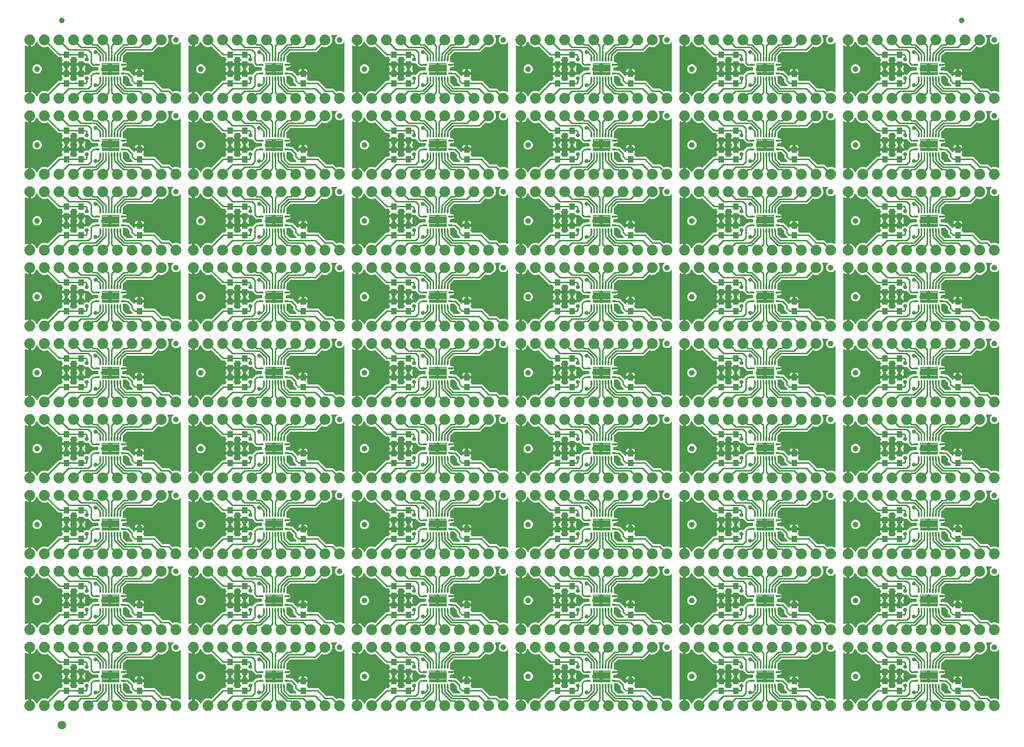
<source format=gtl>
G04 EAGLE Gerber RS-274X export*
G75*
%MOMM*%
%FSLAX34Y34*%
%LPD*%
%INTop Copper*%
%IPPOS*%
%AMOC8*
5,1,8,0,0,1.08239X$1,22.5*%
G01*
%ADD10C,0.100000*%
%ADD11C,1.000000*%
%ADD12C,0.100800*%
%ADD13C,0.102500*%
%ADD14C,1.879600*%
%ADD15C,1.500000*%
%ADD16C,0.736600*%
%ADD17C,0.660400*%
%ADD18C,0.254000*%

G36*
X1152008Y937276D02*
X1152008Y937276D01*
X1152127Y937283D01*
X1152165Y937296D01*
X1152205Y937301D01*
X1152316Y937345D01*
X1152429Y937381D01*
X1152464Y937403D01*
X1152501Y937418D01*
X1152597Y937488D01*
X1152698Y937551D01*
X1152726Y937581D01*
X1152759Y937605D01*
X1152834Y937696D01*
X1152916Y937783D01*
X1152936Y937818D01*
X1152961Y937850D01*
X1153012Y937957D01*
X1153070Y938062D01*
X1153080Y938101D01*
X1153097Y938137D01*
X1153119Y938254D01*
X1153149Y938369D01*
X1153153Y938430D01*
X1153157Y938450D01*
X1153155Y938470D01*
X1153159Y938530D01*
X1153159Y948945D01*
X1153416Y948905D01*
X1155203Y948324D01*
X1156877Y947471D01*
X1158398Y946366D01*
X1159726Y945038D01*
X1160831Y943517D01*
X1161684Y941843D01*
X1161835Y941378D01*
X1161848Y941351D01*
X1161855Y941322D01*
X1161915Y941208D01*
X1161970Y941090D01*
X1161989Y941067D01*
X1162003Y941041D01*
X1162090Y940945D01*
X1162173Y940845D01*
X1162197Y940828D01*
X1162217Y940806D01*
X1162326Y940734D01*
X1162430Y940658D01*
X1162458Y940647D01*
X1162483Y940631D01*
X1162606Y940589D01*
X1162726Y940541D01*
X1162756Y940537D01*
X1162784Y940528D01*
X1162913Y940517D01*
X1163041Y940501D01*
X1163071Y940505D01*
X1163101Y940502D01*
X1163229Y940525D01*
X1163357Y940541D01*
X1163385Y940552D01*
X1163414Y940557D01*
X1163532Y940610D01*
X1163653Y940658D01*
X1163677Y940675D01*
X1163704Y940687D01*
X1163805Y940768D01*
X1163910Y940844D01*
X1163929Y940867D01*
X1163953Y940886D01*
X1164031Y940990D01*
X1164113Y941089D01*
X1164126Y941116D01*
X1164144Y941140D01*
X1164215Y941285D01*
X1165468Y944310D01*
X1168970Y947812D01*
X1173544Y949707D01*
X1178496Y949707D01*
X1180444Y948900D01*
X1180473Y948892D01*
X1180499Y948879D01*
X1180625Y948850D01*
X1180751Y948816D01*
X1180780Y948815D01*
X1180809Y948809D01*
X1180939Y948813D01*
X1181069Y948811D01*
X1181097Y948818D01*
X1181127Y948819D01*
X1181252Y948855D01*
X1181378Y948885D01*
X1181404Y948899D01*
X1181432Y948907D01*
X1181544Y948973D01*
X1181659Y949034D01*
X1181681Y949053D01*
X1181706Y949068D01*
X1181827Y949175D01*
X1200021Y967369D01*
X1204802Y967369D01*
X1204920Y967384D01*
X1205039Y967391D01*
X1205077Y967404D01*
X1205118Y967409D01*
X1205228Y967452D01*
X1205341Y967489D01*
X1205376Y967511D01*
X1205413Y967526D01*
X1205509Y967595D01*
X1205610Y967659D01*
X1205638Y967689D01*
X1205671Y967712D01*
X1205747Y967804D01*
X1205828Y967891D01*
X1205848Y967926D01*
X1205873Y967957D01*
X1205924Y968065D01*
X1205982Y968169D01*
X1205992Y968209D01*
X1206009Y968245D01*
X1206031Y968362D01*
X1206061Y968477D01*
X1206065Y968537D01*
X1206069Y968557D01*
X1206067Y968578D01*
X1206071Y968638D01*
X1206071Y969520D01*
X1207563Y971012D01*
X1207636Y971106D01*
X1207715Y971195D01*
X1207733Y971231D01*
X1207758Y971263D01*
X1207805Y971372D01*
X1207859Y971478D01*
X1207868Y971518D01*
X1207884Y971555D01*
X1207903Y971673D01*
X1207929Y971789D01*
X1207928Y971829D01*
X1207934Y971869D01*
X1207923Y971988D01*
X1207919Y972106D01*
X1207908Y972145D01*
X1207904Y972186D01*
X1207864Y972298D01*
X1207831Y972412D01*
X1207810Y972447D01*
X1207797Y972485D01*
X1207730Y972583D01*
X1207669Y972686D01*
X1207630Y972731D01*
X1207618Y972748D01*
X1207603Y972761D01*
X1207563Y972807D01*
X1207187Y973183D01*
X1206786Y973876D01*
X1206579Y974650D01*
X1206579Y977551D01*
X1212890Y977551D01*
X1213008Y977566D01*
X1213127Y977573D01*
X1213165Y977585D01*
X1213205Y977591D01*
X1213316Y977634D01*
X1213429Y977671D01*
X1213463Y977693D01*
X1213501Y977708D01*
X1213597Y977777D01*
X1213698Y977841D01*
X1213726Y977871D01*
X1213758Y977894D01*
X1213834Y977986D01*
X1213916Y978073D01*
X1213935Y978108D01*
X1213961Y978139D01*
X1214012Y978247D01*
X1214069Y978351D01*
X1214079Y978391D01*
X1214097Y978427D01*
X1214117Y978534D01*
X1214121Y978504D01*
X1214165Y978394D01*
X1214201Y978281D01*
X1214223Y978246D01*
X1214238Y978209D01*
X1214308Y978112D01*
X1214371Y978012D01*
X1214401Y977984D01*
X1214425Y977951D01*
X1214516Y977875D01*
X1214603Y977794D01*
X1214638Y977774D01*
X1214670Y977749D01*
X1214777Y977698D01*
X1214882Y977640D01*
X1214921Y977630D01*
X1214957Y977613D01*
X1215074Y977591D01*
X1215190Y977561D01*
X1215250Y977557D01*
X1215270Y977553D01*
X1215290Y977555D01*
X1215350Y977551D01*
X1221661Y977551D01*
X1221661Y974650D01*
X1221454Y973876D01*
X1221053Y973183D01*
X1220677Y972807D01*
X1220604Y972713D01*
X1220525Y972623D01*
X1220507Y972587D01*
X1220482Y972555D01*
X1220435Y972446D01*
X1220381Y972340D01*
X1220372Y972301D01*
X1220356Y972264D01*
X1220337Y972146D01*
X1220311Y972030D01*
X1220312Y971990D01*
X1220306Y971950D01*
X1220317Y971831D01*
X1220321Y971712D01*
X1220332Y971673D01*
X1220336Y971633D01*
X1220376Y971521D01*
X1220409Y971406D01*
X1220430Y971372D01*
X1220443Y971334D01*
X1220510Y971235D01*
X1220571Y971133D01*
X1220610Y971087D01*
X1220622Y971070D01*
X1220637Y971057D01*
X1220677Y971012D01*
X1222169Y969520D01*
X1222169Y968638D01*
X1222184Y968520D01*
X1222191Y968401D01*
X1222204Y968363D01*
X1222209Y968322D01*
X1222252Y968212D01*
X1222289Y968099D01*
X1222311Y968064D01*
X1222326Y968027D01*
X1222395Y967931D01*
X1222459Y967830D01*
X1222489Y967802D01*
X1222512Y967769D01*
X1222604Y967693D01*
X1222691Y967612D01*
X1222726Y967592D01*
X1222757Y967567D01*
X1222865Y967516D01*
X1222969Y967458D01*
X1223009Y967448D01*
X1223045Y967431D01*
X1223162Y967409D01*
X1223277Y967379D01*
X1223337Y967375D01*
X1223357Y967371D01*
X1223378Y967373D01*
X1223438Y967369D01*
X1230202Y967369D01*
X1230320Y967384D01*
X1230439Y967391D01*
X1230477Y967404D01*
X1230518Y967409D01*
X1230628Y967452D01*
X1230741Y967489D01*
X1230776Y967511D01*
X1230813Y967526D01*
X1230909Y967595D01*
X1231010Y967659D01*
X1231038Y967689D01*
X1231071Y967712D01*
X1231147Y967804D01*
X1231228Y967891D01*
X1231248Y967926D01*
X1231273Y967957D01*
X1231324Y968065D01*
X1231382Y968169D01*
X1231392Y968209D01*
X1231409Y968245D01*
X1231431Y968362D01*
X1231461Y968477D01*
X1231465Y968537D01*
X1231469Y968557D01*
X1231467Y968578D01*
X1231471Y968638D01*
X1231471Y969520D01*
X1232963Y971012D01*
X1233036Y971106D01*
X1233115Y971195D01*
X1233133Y971231D01*
X1233158Y971263D01*
X1233205Y971372D01*
X1233259Y971478D01*
X1233268Y971518D01*
X1233284Y971555D01*
X1233303Y971673D01*
X1233329Y971789D01*
X1233328Y971829D01*
X1233334Y971869D01*
X1233323Y971988D01*
X1233319Y972106D01*
X1233308Y972145D01*
X1233304Y972186D01*
X1233264Y972298D01*
X1233231Y972412D01*
X1233210Y972447D01*
X1233197Y972485D01*
X1233130Y972583D01*
X1233069Y972686D01*
X1233030Y972731D01*
X1233018Y972748D01*
X1233003Y972761D01*
X1232963Y972807D01*
X1232587Y973183D01*
X1232186Y973876D01*
X1231979Y974650D01*
X1231979Y977551D01*
X1238290Y977551D01*
X1238408Y977566D01*
X1238527Y977573D01*
X1238565Y977585D01*
X1238605Y977591D01*
X1238716Y977634D01*
X1238829Y977671D01*
X1238863Y977693D01*
X1238901Y977708D01*
X1238997Y977777D01*
X1239098Y977841D01*
X1239126Y977871D01*
X1239158Y977894D01*
X1239234Y977986D01*
X1239316Y978073D01*
X1239335Y978108D01*
X1239361Y978139D01*
X1239412Y978247D01*
X1239469Y978351D01*
X1239479Y978391D01*
X1239497Y978427D01*
X1239517Y978534D01*
X1239521Y978504D01*
X1239565Y978394D01*
X1239601Y978281D01*
X1239623Y978246D01*
X1239638Y978209D01*
X1239708Y978112D01*
X1239771Y978012D01*
X1239801Y977984D01*
X1239825Y977951D01*
X1239916Y977875D01*
X1240003Y977794D01*
X1240038Y977774D01*
X1240070Y977749D01*
X1240177Y977698D01*
X1240282Y977640D01*
X1240321Y977630D01*
X1240357Y977613D01*
X1240474Y977591D01*
X1240590Y977561D01*
X1240650Y977557D01*
X1240670Y977553D01*
X1240690Y977555D01*
X1240750Y977551D01*
X1246324Y977551D01*
X1246333Y977552D01*
X1246342Y977551D01*
X1246491Y977572D01*
X1246639Y977591D01*
X1246648Y977594D01*
X1246657Y977595D01*
X1246809Y977647D01*
X1248341Y978282D01*
X1251019Y978282D01*
X1251526Y978072D01*
X1251555Y978064D01*
X1251581Y978051D01*
X1251708Y978022D01*
X1251833Y977988D01*
X1251862Y977987D01*
X1251891Y977981D01*
X1252021Y977985D01*
X1252151Y977983D01*
X1252179Y977990D01*
X1252209Y977991D01*
X1252334Y978027D01*
X1252460Y978057D01*
X1252486Y978071D01*
X1252514Y978079D01*
X1252626Y978145D01*
X1252741Y978206D01*
X1252763Y978226D01*
X1252788Y978240D01*
X1252909Y978347D01*
X1256540Y981977D01*
X1259441Y984879D01*
X1262197Y984879D01*
X1262295Y984891D01*
X1262394Y984894D01*
X1262452Y984911D01*
X1262512Y984919D01*
X1262604Y984955D01*
X1262699Y984983D01*
X1262744Y985009D01*
X1268222Y985009D01*
X1268340Y985024D01*
X1268459Y985031D01*
X1268497Y985044D01*
X1268538Y985049D01*
X1268648Y985092D01*
X1268761Y985129D01*
X1268796Y985151D01*
X1268833Y985166D01*
X1268929Y985235D01*
X1269030Y985299D01*
X1269058Y985329D01*
X1269091Y985352D01*
X1269167Y985444D01*
X1269248Y985531D01*
X1269268Y985566D01*
X1269293Y985597D01*
X1269344Y985705D01*
X1269402Y985809D01*
X1269412Y985849D01*
X1269429Y985885D01*
X1269451Y986002D01*
X1269481Y986117D01*
X1269485Y986177D01*
X1269489Y986197D01*
X1269487Y986218D01*
X1269491Y986278D01*
X1269491Y989842D01*
X1269476Y989960D01*
X1269469Y990079D01*
X1269456Y990117D01*
X1269451Y990158D01*
X1269408Y990268D01*
X1269371Y990381D01*
X1269349Y990416D01*
X1269334Y990453D01*
X1269265Y990549D01*
X1269201Y990650D01*
X1269171Y990678D01*
X1269148Y990711D01*
X1269056Y990787D01*
X1268969Y990868D01*
X1268934Y990888D01*
X1268903Y990913D01*
X1268795Y990964D01*
X1268691Y991022D01*
X1268651Y991032D01*
X1268615Y991049D01*
X1268498Y991071D01*
X1268383Y991101D01*
X1268323Y991105D01*
X1268303Y991109D01*
X1268282Y991107D01*
X1268222Y991111D01*
X1262738Y991111D01*
X1262665Y991152D01*
X1262607Y991167D01*
X1262551Y991191D01*
X1262453Y991206D01*
X1262357Y991231D01*
X1262257Y991237D01*
X1262237Y991241D01*
X1262225Y991239D01*
X1262197Y991241D01*
X1259181Y991241D01*
X1252725Y997697D01*
X1252702Y997715D01*
X1252683Y997738D01*
X1252577Y997812D01*
X1252474Y997892D01*
X1252447Y997904D01*
X1252423Y997921D01*
X1252302Y997967D01*
X1252182Y998018D01*
X1252153Y998023D01*
X1252125Y998033D01*
X1251997Y998048D01*
X1251868Y998068D01*
X1251839Y998065D01*
X1251809Y998069D01*
X1251681Y998050D01*
X1251552Y998038D01*
X1251524Y998028D01*
X1251495Y998024D01*
X1251342Y997972D01*
X1251019Y997838D01*
X1248341Y997838D01*
X1246809Y998473D01*
X1246800Y998475D01*
X1246792Y998480D01*
X1246647Y998517D01*
X1246503Y998557D01*
X1246493Y998557D01*
X1246484Y998559D01*
X1246324Y998569D01*
X1240750Y998569D01*
X1240632Y998554D01*
X1240513Y998547D01*
X1240475Y998534D01*
X1240435Y998529D01*
X1240324Y998486D01*
X1240211Y998449D01*
X1240177Y998427D01*
X1240139Y998412D01*
X1240043Y998343D01*
X1239942Y998279D01*
X1239914Y998249D01*
X1239882Y998226D01*
X1239806Y998134D01*
X1239724Y998047D01*
X1239705Y998012D01*
X1239679Y997981D01*
X1239628Y997873D01*
X1239571Y997769D01*
X1239561Y997729D01*
X1239543Y997693D01*
X1239523Y997586D01*
X1239519Y997616D01*
X1239475Y997726D01*
X1239439Y997839D01*
X1239417Y997874D01*
X1239402Y997911D01*
X1239332Y998007D01*
X1239269Y998108D01*
X1239239Y998136D01*
X1239215Y998169D01*
X1239124Y998245D01*
X1239037Y998326D01*
X1239002Y998346D01*
X1238970Y998371D01*
X1238863Y998422D01*
X1238758Y998480D01*
X1238719Y998490D01*
X1238683Y998507D01*
X1238566Y998529D01*
X1238450Y998559D01*
X1238390Y998563D01*
X1238370Y998567D01*
X1238350Y998565D01*
X1238290Y998569D01*
X1231979Y998569D01*
X1231979Y1001470D01*
X1232186Y1002244D01*
X1232587Y1002937D01*
X1232963Y1003313D01*
X1233036Y1003407D01*
X1233115Y1003497D01*
X1233133Y1003533D01*
X1233158Y1003565D01*
X1233205Y1003674D01*
X1233259Y1003780D01*
X1233268Y1003819D01*
X1233284Y1003856D01*
X1233303Y1003974D01*
X1233329Y1004090D01*
X1233328Y1004130D01*
X1233334Y1004170D01*
X1233323Y1004289D01*
X1233319Y1004408D01*
X1233308Y1004447D01*
X1233304Y1004487D01*
X1233264Y1004599D01*
X1233231Y1004714D01*
X1233210Y1004748D01*
X1233197Y1004786D01*
X1233130Y1004885D01*
X1233069Y1004987D01*
X1233030Y1005033D01*
X1233018Y1005050D01*
X1233003Y1005063D01*
X1232963Y1005108D01*
X1231471Y1006600D01*
X1231471Y1007482D01*
X1231456Y1007600D01*
X1231449Y1007719D01*
X1231436Y1007757D01*
X1231431Y1007798D01*
X1231388Y1007908D01*
X1231351Y1008021D01*
X1231329Y1008056D01*
X1231314Y1008093D01*
X1231245Y1008189D01*
X1231181Y1008290D01*
X1231151Y1008318D01*
X1231128Y1008351D01*
X1231036Y1008427D01*
X1230949Y1008508D01*
X1230914Y1008528D01*
X1230883Y1008553D01*
X1230775Y1008604D01*
X1230671Y1008662D01*
X1230631Y1008672D01*
X1230595Y1008689D01*
X1230478Y1008711D01*
X1230363Y1008741D01*
X1230303Y1008745D01*
X1230283Y1008749D01*
X1230262Y1008747D01*
X1230202Y1008751D01*
X1223438Y1008751D01*
X1223320Y1008736D01*
X1223201Y1008729D01*
X1223163Y1008716D01*
X1223122Y1008711D01*
X1223012Y1008668D01*
X1222899Y1008631D01*
X1222864Y1008609D01*
X1222827Y1008594D01*
X1222731Y1008525D01*
X1222630Y1008461D01*
X1222602Y1008431D01*
X1222569Y1008408D01*
X1222493Y1008316D01*
X1222412Y1008229D01*
X1222392Y1008194D01*
X1222367Y1008163D01*
X1222316Y1008055D01*
X1222258Y1007951D01*
X1222248Y1007911D01*
X1222231Y1007875D01*
X1222209Y1007758D01*
X1222179Y1007643D01*
X1222175Y1007583D01*
X1222171Y1007563D01*
X1222173Y1007542D01*
X1222169Y1007482D01*
X1222169Y1006600D01*
X1220677Y1005108D01*
X1220604Y1005014D01*
X1220525Y1004925D01*
X1220507Y1004889D01*
X1220482Y1004857D01*
X1220435Y1004748D01*
X1220381Y1004642D01*
X1220372Y1004602D01*
X1220356Y1004565D01*
X1220337Y1004447D01*
X1220311Y1004331D01*
X1220312Y1004291D01*
X1220306Y1004251D01*
X1220317Y1004132D01*
X1220321Y1004014D01*
X1220332Y1003975D01*
X1220336Y1003934D01*
X1220376Y1003822D01*
X1220409Y1003708D01*
X1220430Y1003673D01*
X1220443Y1003635D01*
X1220510Y1003537D01*
X1220571Y1003434D01*
X1220610Y1003389D01*
X1220622Y1003372D01*
X1220637Y1003359D01*
X1220677Y1003313D01*
X1221053Y1002937D01*
X1221454Y1002244D01*
X1221661Y1001470D01*
X1221661Y998569D01*
X1215350Y998569D01*
X1215232Y998554D01*
X1215113Y998547D01*
X1215075Y998534D01*
X1215035Y998529D01*
X1214924Y998486D01*
X1214811Y998449D01*
X1214777Y998427D01*
X1214739Y998412D01*
X1214643Y998343D01*
X1214542Y998279D01*
X1214514Y998249D01*
X1214482Y998226D01*
X1214406Y998134D01*
X1214324Y998047D01*
X1214305Y998012D01*
X1214279Y997981D01*
X1214228Y997873D01*
X1214171Y997769D01*
X1214161Y997729D01*
X1214143Y997693D01*
X1214123Y997586D01*
X1214119Y997616D01*
X1214075Y997726D01*
X1214039Y997839D01*
X1214017Y997874D01*
X1214002Y997911D01*
X1213932Y998007D01*
X1213869Y998108D01*
X1213839Y998136D01*
X1213815Y998169D01*
X1213724Y998245D01*
X1213637Y998326D01*
X1213602Y998346D01*
X1213570Y998371D01*
X1213463Y998422D01*
X1213358Y998480D01*
X1213319Y998490D01*
X1213283Y998507D01*
X1213166Y998529D01*
X1213050Y998559D01*
X1212990Y998563D01*
X1212970Y998567D01*
X1212950Y998565D01*
X1212890Y998569D01*
X1206579Y998569D01*
X1206579Y1001470D01*
X1206786Y1002244D01*
X1207187Y1002937D01*
X1207563Y1003313D01*
X1207636Y1003407D01*
X1207715Y1003497D01*
X1207733Y1003533D01*
X1207758Y1003565D01*
X1207805Y1003674D01*
X1207859Y1003780D01*
X1207868Y1003819D01*
X1207884Y1003856D01*
X1207903Y1003974D01*
X1207929Y1004090D01*
X1207928Y1004130D01*
X1207934Y1004170D01*
X1207923Y1004289D01*
X1207919Y1004408D01*
X1207908Y1004447D01*
X1207904Y1004487D01*
X1207864Y1004599D01*
X1207831Y1004714D01*
X1207810Y1004748D01*
X1207797Y1004786D01*
X1207730Y1004885D01*
X1207669Y1004987D01*
X1207630Y1005033D01*
X1207618Y1005050D01*
X1207603Y1005063D01*
X1207563Y1005108D01*
X1206071Y1006600D01*
X1206071Y1007482D01*
X1206056Y1007600D01*
X1206049Y1007719D01*
X1206036Y1007757D01*
X1206031Y1007798D01*
X1205988Y1007908D01*
X1205951Y1008021D01*
X1205929Y1008056D01*
X1205914Y1008093D01*
X1205845Y1008189D01*
X1205781Y1008290D01*
X1205751Y1008318D01*
X1205728Y1008351D01*
X1205636Y1008427D01*
X1205549Y1008508D01*
X1205514Y1008528D01*
X1205483Y1008553D01*
X1205375Y1008604D01*
X1205271Y1008662D01*
X1205231Y1008672D01*
X1205195Y1008689D01*
X1205078Y1008711D01*
X1204963Y1008741D01*
X1204903Y1008745D01*
X1204883Y1008749D01*
X1204862Y1008747D01*
X1204802Y1008751D01*
X1200021Y1008751D01*
X1181827Y1026945D01*
X1181804Y1026963D01*
X1181785Y1026986D01*
X1181679Y1027060D01*
X1181576Y1027140D01*
X1181549Y1027152D01*
X1181525Y1027169D01*
X1181403Y1027215D01*
X1181284Y1027266D01*
X1181255Y1027271D01*
X1181227Y1027282D01*
X1181098Y1027296D01*
X1180970Y1027316D01*
X1180941Y1027313D01*
X1180911Y1027317D01*
X1180783Y1027299D01*
X1180653Y1027286D01*
X1180626Y1027276D01*
X1180596Y1027272D01*
X1180444Y1027220D01*
X1178496Y1026413D01*
X1173544Y1026413D01*
X1168970Y1028308D01*
X1165468Y1031810D01*
X1164215Y1034835D01*
X1164200Y1034861D01*
X1164191Y1034890D01*
X1164121Y1034999D01*
X1164057Y1035112D01*
X1164036Y1035133D01*
X1164020Y1035158D01*
X1163926Y1035247D01*
X1163836Y1035340D01*
X1163810Y1035356D01*
X1163789Y1035376D01*
X1163675Y1035439D01*
X1163565Y1035506D01*
X1163536Y1035515D01*
X1163510Y1035529D01*
X1163385Y1035562D01*
X1163261Y1035600D01*
X1163231Y1035601D01*
X1163202Y1035609D01*
X1163072Y1035609D01*
X1162943Y1035615D01*
X1162914Y1035609D01*
X1162884Y1035609D01*
X1162759Y1035577D01*
X1162632Y1035551D01*
X1162605Y1035538D01*
X1162576Y1035530D01*
X1162463Y1035468D01*
X1162346Y1035411D01*
X1162323Y1035392D01*
X1162297Y1035377D01*
X1162203Y1035289D01*
X1162104Y1035205D01*
X1162087Y1035180D01*
X1162065Y1035160D01*
X1161996Y1035051D01*
X1161921Y1034945D01*
X1161910Y1034917D01*
X1161894Y1034891D01*
X1161835Y1034742D01*
X1161684Y1034277D01*
X1160831Y1032603D01*
X1159726Y1031082D01*
X1158398Y1029754D01*
X1156877Y1028649D01*
X1155203Y1027796D01*
X1153416Y1027215D01*
X1153159Y1027175D01*
X1153159Y1037590D01*
X1153144Y1037708D01*
X1153137Y1037827D01*
X1153124Y1037865D01*
X1153119Y1037905D01*
X1153076Y1038016D01*
X1153039Y1038129D01*
X1153017Y1038163D01*
X1153002Y1038201D01*
X1152932Y1038297D01*
X1152869Y1038398D01*
X1152839Y1038426D01*
X1152815Y1038458D01*
X1152724Y1038534D01*
X1152637Y1038616D01*
X1152602Y1038635D01*
X1152571Y1038661D01*
X1152463Y1038712D01*
X1152359Y1038769D01*
X1152319Y1038780D01*
X1152283Y1038797D01*
X1152166Y1038819D01*
X1152051Y1038849D01*
X1151990Y1038853D01*
X1151970Y1038857D01*
X1151950Y1038855D01*
X1151890Y1038859D01*
X1149350Y1038859D01*
X1149232Y1038844D01*
X1149113Y1038837D01*
X1149075Y1038824D01*
X1149034Y1038819D01*
X1148924Y1038775D01*
X1148811Y1038739D01*
X1148776Y1038717D01*
X1148739Y1038702D01*
X1148643Y1038632D01*
X1148542Y1038569D01*
X1148514Y1038539D01*
X1148481Y1038515D01*
X1148406Y1038424D01*
X1148324Y1038337D01*
X1148304Y1038302D01*
X1148279Y1038270D01*
X1148228Y1038163D01*
X1148170Y1038058D01*
X1148160Y1038019D01*
X1148143Y1037983D01*
X1148121Y1037866D01*
X1148091Y1037751D01*
X1148087Y1037690D01*
X1148083Y1037670D01*
X1148085Y1037650D01*
X1148081Y1037590D01*
X1148081Y1027175D01*
X1147824Y1027215D01*
X1146037Y1027796D01*
X1144363Y1028649D01*
X1144000Y1028913D01*
X1143965Y1028932D01*
X1143935Y1028957D01*
X1143826Y1029008D01*
X1143721Y1029066D01*
X1143683Y1029076D01*
X1143647Y1029093D01*
X1143529Y1029115D01*
X1143413Y1029145D01*
X1143374Y1029145D01*
X1143334Y1029152D01*
X1143215Y1029145D01*
X1143095Y1029145D01*
X1143057Y1029135D01*
X1143017Y1029133D01*
X1142903Y1029096D01*
X1142787Y1029066D01*
X1142752Y1029047D01*
X1142715Y1029035D01*
X1142614Y1028971D01*
X1142509Y1028913D01*
X1142479Y1028886D01*
X1142446Y1028865D01*
X1142364Y1028777D01*
X1142277Y1028695D01*
X1142255Y1028662D01*
X1142228Y1028633D01*
X1142170Y1028528D01*
X1142106Y1028427D01*
X1142094Y1028389D01*
X1142074Y1028354D01*
X1142045Y1028239D01*
X1142007Y1028125D01*
X1142005Y1028085D01*
X1141995Y1028046D01*
X1141985Y1027886D01*
X1141985Y948234D01*
X1141990Y948195D01*
X1141987Y948155D01*
X1142010Y948037D01*
X1142025Y947919D01*
X1142039Y947882D01*
X1142047Y947843D01*
X1142098Y947734D01*
X1142142Y947623D01*
X1142165Y947591D01*
X1142182Y947555D01*
X1142258Y947463D01*
X1142328Y947366D01*
X1142359Y947340D01*
X1142384Y947310D01*
X1142481Y947239D01*
X1142573Y947163D01*
X1142609Y947146D01*
X1142642Y947122D01*
X1142753Y947078D01*
X1142861Y947027D01*
X1142900Y947020D01*
X1142937Y947005D01*
X1143056Y946990D01*
X1143173Y946968D01*
X1143213Y946970D01*
X1143253Y946965D01*
X1143372Y946980D01*
X1143491Y946987D01*
X1143529Y947000D01*
X1143568Y947005D01*
X1143680Y947048D01*
X1143793Y947085D01*
X1143827Y947107D01*
X1143864Y947121D01*
X1144000Y947207D01*
X1144363Y947471D01*
X1146037Y948324D01*
X1147824Y948905D01*
X1148081Y948945D01*
X1148081Y938530D01*
X1148096Y938412D01*
X1148103Y938293D01*
X1148116Y938255D01*
X1148121Y938215D01*
X1148164Y938104D01*
X1148201Y937991D01*
X1148223Y937957D01*
X1148238Y937919D01*
X1148308Y937823D01*
X1148371Y937722D01*
X1148401Y937694D01*
X1148424Y937662D01*
X1148516Y937586D01*
X1148603Y937504D01*
X1148638Y937485D01*
X1148669Y937459D01*
X1148777Y937408D01*
X1148881Y937351D01*
X1148921Y937340D01*
X1148957Y937323D01*
X1149074Y937301D01*
X1149189Y937271D01*
X1149250Y937267D01*
X1149270Y937263D01*
X1149290Y937265D01*
X1149350Y937261D01*
X1151890Y937261D01*
X1152008Y937276D01*
G37*
G36*
X1152008Y144796D02*
X1152008Y144796D01*
X1152127Y144803D01*
X1152165Y144816D01*
X1152205Y144821D01*
X1152316Y144865D01*
X1152429Y144901D01*
X1152464Y144923D01*
X1152501Y144938D01*
X1152597Y145008D01*
X1152698Y145071D01*
X1152726Y145101D01*
X1152759Y145125D01*
X1152834Y145216D01*
X1152916Y145303D01*
X1152936Y145338D01*
X1152961Y145370D01*
X1153012Y145477D01*
X1153070Y145582D01*
X1153080Y145621D01*
X1153097Y145657D01*
X1153119Y145774D01*
X1153149Y145889D01*
X1153153Y145950D01*
X1153157Y145970D01*
X1153155Y145990D01*
X1153159Y146050D01*
X1153159Y156465D01*
X1153416Y156425D01*
X1155203Y155844D01*
X1156877Y154991D01*
X1158398Y153886D01*
X1159726Y152558D01*
X1160831Y151037D01*
X1161684Y149363D01*
X1161835Y148898D01*
X1161848Y148871D01*
X1161855Y148842D01*
X1161915Y148728D01*
X1161970Y148610D01*
X1161989Y148587D01*
X1162003Y148561D01*
X1162090Y148465D01*
X1162173Y148365D01*
X1162197Y148348D01*
X1162217Y148326D01*
X1162326Y148254D01*
X1162430Y148178D01*
X1162458Y148167D01*
X1162483Y148151D01*
X1162606Y148109D01*
X1162726Y148061D01*
X1162756Y148057D01*
X1162784Y148048D01*
X1162913Y148037D01*
X1163041Y148021D01*
X1163071Y148025D01*
X1163101Y148022D01*
X1163229Y148045D01*
X1163357Y148061D01*
X1163385Y148072D01*
X1163414Y148077D01*
X1163532Y148130D01*
X1163653Y148178D01*
X1163677Y148195D01*
X1163704Y148207D01*
X1163805Y148288D01*
X1163910Y148364D01*
X1163929Y148387D01*
X1163953Y148406D01*
X1164031Y148510D01*
X1164113Y148609D01*
X1164126Y148636D01*
X1164144Y148660D01*
X1164215Y148805D01*
X1165468Y151830D01*
X1168970Y155332D01*
X1173544Y157227D01*
X1178496Y157227D01*
X1180444Y156420D01*
X1180473Y156412D01*
X1180499Y156399D01*
X1180625Y156370D01*
X1180751Y156336D01*
X1180780Y156335D01*
X1180809Y156329D01*
X1180939Y156333D01*
X1181069Y156331D01*
X1181097Y156338D01*
X1181127Y156339D01*
X1181252Y156375D01*
X1181378Y156405D01*
X1181404Y156419D01*
X1181432Y156427D01*
X1181544Y156493D01*
X1181659Y156554D01*
X1181681Y156573D01*
X1181706Y156588D01*
X1181827Y156695D01*
X1200021Y174889D01*
X1204802Y174889D01*
X1204920Y174904D01*
X1205039Y174911D01*
X1205077Y174924D01*
X1205118Y174929D01*
X1205228Y174972D01*
X1205341Y175009D01*
X1205376Y175031D01*
X1205413Y175046D01*
X1205509Y175115D01*
X1205610Y175179D01*
X1205638Y175209D01*
X1205671Y175232D01*
X1205747Y175324D01*
X1205828Y175411D01*
X1205848Y175446D01*
X1205873Y175477D01*
X1205924Y175585D01*
X1205982Y175689D01*
X1205992Y175729D01*
X1206009Y175765D01*
X1206031Y175882D01*
X1206061Y175997D01*
X1206065Y176057D01*
X1206069Y176077D01*
X1206067Y176098D01*
X1206071Y176158D01*
X1206071Y177040D01*
X1207563Y178532D01*
X1207636Y178626D01*
X1207715Y178715D01*
X1207733Y178751D01*
X1207758Y178783D01*
X1207805Y178892D01*
X1207859Y178998D01*
X1207868Y179038D01*
X1207884Y179075D01*
X1207903Y179193D01*
X1207929Y179309D01*
X1207928Y179349D01*
X1207934Y179389D01*
X1207923Y179508D01*
X1207919Y179626D01*
X1207908Y179665D01*
X1207904Y179706D01*
X1207864Y179818D01*
X1207831Y179932D01*
X1207810Y179967D01*
X1207797Y180005D01*
X1207730Y180103D01*
X1207669Y180206D01*
X1207630Y180251D01*
X1207618Y180268D01*
X1207603Y180281D01*
X1207563Y180327D01*
X1207187Y180703D01*
X1206786Y181396D01*
X1206579Y182170D01*
X1206579Y185071D01*
X1212890Y185071D01*
X1213008Y185086D01*
X1213127Y185093D01*
X1213165Y185105D01*
X1213205Y185111D01*
X1213316Y185154D01*
X1213429Y185191D01*
X1213463Y185213D01*
X1213501Y185228D01*
X1213597Y185297D01*
X1213698Y185361D01*
X1213726Y185391D01*
X1213758Y185414D01*
X1213834Y185506D01*
X1213916Y185593D01*
X1213935Y185628D01*
X1213961Y185659D01*
X1214012Y185767D01*
X1214069Y185871D01*
X1214079Y185911D01*
X1214097Y185947D01*
X1214117Y186054D01*
X1214121Y186024D01*
X1214165Y185914D01*
X1214201Y185801D01*
X1214223Y185766D01*
X1214238Y185729D01*
X1214308Y185632D01*
X1214371Y185532D01*
X1214401Y185504D01*
X1214425Y185471D01*
X1214516Y185395D01*
X1214603Y185314D01*
X1214638Y185294D01*
X1214670Y185269D01*
X1214777Y185218D01*
X1214882Y185160D01*
X1214921Y185150D01*
X1214957Y185133D01*
X1215074Y185111D01*
X1215190Y185081D01*
X1215250Y185077D01*
X1215270Y185073D01*
X1215290Y185075D01*
X1215350Y185071D01*
X1221661Y185071D01*
X1221661Y182170D01*
X1221454Y181396D01*
X1221053Y180703D01*
X1220677Y180327D01*
X1220604Y180233D01*
X1220525Y180143D01*
X1220507Y180107D01*
X1220482Y180075D01*
X1220435Y179966D01*
X1220381Y179860D01*
X1220372Y179821D01*
X1220356Y179784D01*
X1220337Y179666D01*
X1220311Y179550D01*
X1220312Y179510D01*
X1220306Y179470D01*
X1220317Y179351D01*
X1220321Y179232D01*
X1220332Y179193D01*
X1220336Y179153D01*
X1220376Y179041D01*
X1220409Y178926D01*
X1220430Y178892D01*
X1220443Y178854D01*
X1220510Y178755D01*
X1220571Y178653D01*
X1220610Y178607D01*
X1220622Y178590D01*
X1220637Y178577D01*
X1220677Y178532D01*
X1222169Y177040D01*
X1222169Y176158D01*
X1222184Y176040D01*
X1222191Y175921D01*
X1222204Y175883D01*
X1222209Y175842D01*
X1222252Y175732D01*
X1222289Y175619D01*
X1222311Y175584D01*
X1222326Y175547D01*
X1222395Y175451D01*
X1222459Y175350D01*
X1222489Y175322D01*
X1222512Y175289D01*
X1222604Y175213D01*
X1222691Y175132D01*
X1222726Y175112D01*
X1222757Y175087D01*
X1222865Y175036D01*
X1222969Y174978D01*
X1223009Y174968D01*
X1223045Y174951D01*
X1223162Y174929D01*
X1223277Y174899D01*
X1223337Y174895D01*
X1223357Y174891D01*
X1223378Y174893D01*
X1223438Y174889D01*
X1230202Y174889D01*
X1230320Y174904D01*
X1230439Y174911D01*
X1230477Y174924D01*
X1230518Y174929D01*
X1230628Y174972D01*
X1230741Y175009D01*
X1230776Y175031D01*
X1230813Y175046D01*
X1230909Y175115D01*
X1231010Y175179D01*
X1231038Y175209D01*
X1231071Y175232D01*
X1231147Y175324D01*
X1231228Y175411D01*
X1231248Y175446D01*
X1231273Y175477D01*
X1231324Y175585D01*
X1231382Y175689D01*
X1231392Y175729D01*
X1231409Y175765D01*
X1231431Y175882D01*
X1231461Y175997D01*
X1231465Y176057D01*
X1231469Y176077D01*
X1231467Y176098D01*
X1231471Y176158D01*
X1231471Y177040D01*
X1232963Y178532D01*
X1233036Y178626D01*
X1233115Y178715D01*
X1233133Y178751D01*
X1233158Y178783D01*
X1233205Y178892D01*
X1233259Y178998D01*
X1233268Y179038D01*
X1233284Y179075D01*
X1233303Y179193D01*
X1233329Y179309D01*
X1233328Y179349D01*
X1233334Y179389D01*
X1233323Y179508D01*
X1233319Y179626D01*
X1233308Y179665D01*
X1233304Y179706D01*
X1233264Y179818D01*
X1233231Y179932D01*
X1233210Y179967D01*
X1233197Y180005D01*
X1233130Y180103D01*
X1233069Y180206D01*
X1233030Y180251D01*
X1233018Y180268D01*
X1233003Y180281D01*
X1232963Y180327D01*
X1232587Y180703D01*
X1232186Y181396D01*
X1231979Y182170D01*
X1231979Y185071D01*
X1238290Y185071D01*
X1238408Y185086D01*
X1238527Y185093D01*
X1238565Y185105D01*
X1238605Y185111D01*
X1238716Y185154D01*
X1238829Y185191D01*
X1238863Y185213D01*
X1238901Y185228D01*
X1238997Y185297D01*
X1239098Y185361D01*
X1239126Y185391D01*
X1239158Y185414D01*
X1239234Y185506D01*
X1239316Y185593D01*
X1239335Y185628D01*
X1239361Y185659D01*
X1239412Y185767D01*
X1239469Y185871D01*
X1239479Y185911D01*
X1239497Y185947D01*
X1239517Y186054D01*
X1239521Y186024D01*
X1239565Y185914D01*
X1239601Y185801D01*
X1239623Y185766D01*
X1239638Y185729D01*
X1239708Y185632D01*
X1239771Y185532D01*
X1239801Y185504D01*
X1239825Y185471D01*
X1239916Y185395D01*
X1240003Y185314D01*
X1240038Y185294D01*
X1240070Y185269D01*
X1240177Y185218D01*
X1240282Y185160D01*
X1240321Y185150D01*
X1240357Y185133D01*
X1240474Y185111D01*
X1240590Y185081D01*
X1240650Y185077D01*
X1240670Y185073D01*
X1240690Y185075D01*
X1240750Y185071D01*
X1246324Y185071D01*
X1246333Y185072D01*
X1246342Y185071D01*
X1246491Y185092D01*
X1246639Y185111D01*
X1246648Y185114D01*
X1246657Y185115D01*
X1246809Y185167D01*
X1248341Y185802D01*
X1251019Y185802D01*
X1251526Y185592D01*
X1251555Y185584D01*
X1251581Y185571D01*
X1251708Y185542D01*
X1251833Y185508D01*
X1251862Y185507D01*
X1251891Y185501D01*
X1252021Y185505D01*
X1252151Y185503D01*
X1252179Y185510D01*
X1252209Y185511D01*
X1252334Y185547D01*
X1252460Y185577D01*
X1252486Y185591D01*
X1252514Y185599D01*
X1252626Y185665D01*
X1252741Y185726D01*
X1252763Y185746D01*
X1252788Y185760D01*
X1252909Y185867D01*
X1256540Y189497D01*
X1259441Y192399D01*
X1262197Y192399D01*
X1262295Y192411D01*
X1262394Y192414D01*
X1262452Y192431D01*
X1262512Y192439D01*
X1262604Y192475D01*
X1262699Y192503D01*
X1262744Y192529D01*
X1268222Y192529D01*
X1268340Y192544D01*
X1268459Y192551D01*
X1268497Y192564D01*
X1268538Y192569D01*
X1268648Y192612D01*
X1268761Y192649D01*
X1268796Y192671D01*
X1268833Y192686D01*
X1268929Y192755D01*
X1269030Y192819D01*
X1269058Y192849D01*
X1269091Y192872D01*
X1269167Y192964D01*
X1269248Y193051D01*
X1269268Y193086D01*
X1269293Y193117D01*
X1269344Y193225D01*
X1269402Y193329D01*
X1269412Y193369D01*
X1269429Y193405D01*
X1269451Y193522D01*
X1269481Y193637D01*
X1269485Y193697D01*
X1269489Y193717D01*
X1269487Y193738D01*
X1269491Y193798D01*
X1269491Y197362D01*
X1269476Y197480D01*
X1269469Y197599D01*
X1269456Y197637D01*
X1269451Y197678D01*
X1269408Y197788D01*
X1269371Y197901D01*
X1269349Y197936D01*
X1269334Y197973D01*
X1269265Y198069D01*
X1269201Y198170D01*
X1269171Y198198D01*
X1269148Y198231D01*
X1269056Y198307D01*
X1268969Y198388D01*
X1268934Y198408D01*
X1268903Y198433D01*
X1268795Y198484D01*
X1268691Y198542D01*
X1268651Y198552D01*
X1268615Y198569D01*
X1268498Y198591D01*
X1268383Y198621D01*
X1268323Y198625D01*
X1268303Y198629D01*
X1268282Y198627D01*
X1268222Y198631D01*
X1262738Y198631D01*
X1262665Y198672D01*
X1262607Y198687D01*
X1262551Y198711D01*
X1262453Y198726D01*
X1262357Y198751D01*
X1262257Y198757D01*
X1262237Y198761D01*
X1262225Y198759D01*
X1262197Y198761D01*
X1259181Y198761D01*
X1252725Y205217D01*
X1252702Y205235D01*
X1252683Y205258D01*
X1252577Y205332D01*
X1252474Y205412D01*
X1252447Y205424D01*
X1252423Y205441D01*
X1252302Y205487D01*
X1252182Y205538D01*
X1252153Y205543D01*
X1252125Y205553D01*
X1251997Y205568D01*
X1251868Y205588D01*
X1251839Y205585D01*
X1251809Y205589D01*
X1251681Y205570D01*
X1251552Y205558D01*
X1251524Y205548D01*
X1251495Y205544D01*
X1251342Y205492D01*
X1251019Y205358D01*
X1248341Y205358D01*
X1246809Y205993D01*
X1246800Y205995D01*
X1246792Y206000D01*
X1246647Y206037D01*
X1246503Y206077D01*
X1246493Y206077D01*
X1246484Y206079D01*
X1246324Y206089D01*
X1240750Y206089D01*
X1240632Y206074D01*
X1240513Y206067D01*
X1240475Y206054D01*
X1240435Y206049D01*
X1240324Y206006D01*
X1240211Y205969D01*
X1240177Y205947D01*
X1240139Y205932D01*
X1240043Y205863D01*
X1239942Y205799D01*
X1239914Y205769D01*
X1239882Y205746D01*
X1239806Y205654D01*
X1239724Y205567D01*
X1239705Y205532D01*
X1239679Y205501D01*
X1239628Y205393D01*
X1239571Y205289D01*
X1239561Y205249D01*
X1239543Y205213D01*
X1239523Y205106D01*
X1239519Y205136D01*
X1239475Y205246D01*
X1239439Y205359D01*
X1239417Y205394D01*
X1239402Y205431D01*
X1239332Y205527D01*
X1239269Y205628D01*
X1239239Y205656D01*
X1239215Y205689D01*
X1239124Y205765D01*
X1239037Y205846D01*
X1239002Y205866D01*
X1238970Y205891D01*
X1238863Y205942D01*
X1238758Y206000D01*
X1238719Y206010D01*
X1238683Y206027D01*
X1238566Y206049D01*
X1238450Y206079D01*
X1238390Y206083D01*
X1238370Y206087D01*
X1238350Y206085D01*
X1238290Y206089D01*
X1231979Y206089D01*
X1231979Y208990D01*
X1232186Y209764D01*
X1232587Y210457D01*
X1232963Y210833D01*
X1233036Y210927D01*
X1233115Y211017D01*
X1233133Y211053D01*
X1233158Y211085D01*
X1233205Y211194D01*
X1233259Y211300D01*
X1233268Y211339D01*
X1233284Y211376D01*
X1233303Y211494D01*
X1233329Y211610D01*
X1233328Y211650D01*
X1233334Y211690D01*
X1233323Y211809D01*
X1233319Y211928D01*
X1233308Y211967D01*
X1233304Y212007D01*
X1233264Y212119D01*
X1233231Y212234D01*
X1233210Y212268D01*
X1233197Y212306D01*
X1233130Y212405D01*
X1233069Y212507D01*
X1233030Y212553D01*
X1233018Y212570D01*
X1233003Y212583D01*
X1232963Y212628D01*
X1231471Y214120D01*
X1231471Y215002D01*
X1231456Y215120D01*
X1231449Y215239D01*
X1231436Y215277D01*
X1231431Y215318D01*
X1231388Y215428D01*
X1231351Y215541D01*
X1231329Y215576D01*
X1231314Y215613D01*
X1231245Y215709D01*
X1231181Y215810D01*
X1231151Y215838D01*
X1231128Y215871D01*
X1231036Y215947D01*
X1230949Y216028D01*
X1230914Y216048D01*
X1230883Y216073D01*
X1230775Y216124D01*
X1230671Y216182D01*
X1230631Y216192D01*
X1230595Y216209D01*
X1230478Y216231D01*
X1230363Y216261D01*
X1230303Y216265D01*
X1230283Y216269D01*
X1230262Y216267D01*
X1230202Y216271D01*
X1223438Y216271D01*
X1223320Y216256D01*
X1223201Y216249D01*
X1223163Y216236D01*
X1223122Y216231D01*
X1223012Y216188D01*
X1222899Y216151D01*
X1222864Y216129D01*
X1222827Y216114D01*
X1222731Y216045D01*
X1222630Y215981D01*
X1222602Y215951D01*
X1222569Y215928D01*
X1222493Y215836D01*
X1222412Y215749D01*
X1222392Y215714D01*
X1222367Y215683D01*
X1222316Y215575D01*
X1222258Y215471D01*
X1222248Y215431D01*
X1222231Y215395D01*
X1222209Y215278D01*
X1222179Y215163D01*
X1222175Y215103D01*
X1222171Y215083D01*
X1222173Y215062D01*
X1222169Y215002D01*
X1222169Y214120D01*
X1220677Y212628D01*
X1220604Y212534D01*
X1220525Y212445D01*
X1220507Y212409D01*
X1220482Y212377D01*
X1220435Y212268D01*
X1220381Y212162D01*
X1220372Y212122D01*
X1220356Y212085D01*
X1220337Y211967D01*
X1220311Y211851D01*
X1220312Y211811D01*
X1220306Y211771D01*
X1220317Y211652D01*
X1220321Y211534D01*
X1220332Y211495D01*
X1220336Y211454D01*
X1220376Y211342D01*
X1220409Y211228D01*
X1220430Y211193D01*
X1220443Y211155D01*
X1220510Y211057D01*
X1220571Y210954D01*
X1220610Y210909D01*
X1220622Y210892D01*
X1220637Y210879D01*
X1220677Y210833D01*
X1221053Y210457D01*
X1221454Y209764D01*
X1221661Y208990D01*
X1221661Y206089D01*
X1215350Y206089D01*
X1215232Y206074D01*
X1215113Y206067D01*
X1215075Y206054D01*
X1215035Y206049D01*
X1214924Y206006D01*
X1214811Y205969D01*
X1214777Y205947D01*
X1214739Y205932D01*
X1214643Y205863D01*
X1214542Y205799D01*
X1214514Y205769D01*
X1214482Y205746D01*
X1214406Y205654D01*
X1214324Y205567D01*
X1214305Y205532D01*
X1214279Y205501D01*
X1214228Y205393D01*
X1214171Y205289D01*
X1214161Y205249D01*
X1214143Y205213D01*
X1214123Y205106D01*
X1214119Y205136D01*
X1214075Y205246D01*
X1214039Y205359D01*
X1214017Y205394D01*
X1214002Y205431D01*
X1213932Y205527D01*
X1213869Y205628D01*
X1213839Y205656D01*
X1213815Y205689D01*
X1213724Y205765D01*
X1213637Y205846D01*
X1213602Y205866D01*
X1213570Y205891D01*
X1213463Y205942D01*
X1213358Y206000D01*
X1213319Y206010D01*
X1213283Y206027D01*
X1213166Y206049D01*
X1213050Y206079D01*
X1212990Y206083D01*
X1212970Y206087D01*
X1212950Y206085D01*
X1212890Y206089D01*
X1206579Y206089D01*
X1206579Y208990D01*
X1206786Y209764D01*
X1207187Y210457D01*
X1207563Y210833D01*
X1207636Y210927D01*
X1207715Y211017D01*
X1207733Y211053D01*
X1207758Y211085D01*
X1207805Y211194D01*
X1207859Y211300D01*
X1207868Y211339D01*
X1207884Y211376D01*
X1207903Y211494D01*
X1207929Y211610D01*
X1207928Y211650D01*
X1207934Y211690D01*
X1207923Y211809D01*
X1207919Y211928D01*
X1207908Y211967D01*
X1207904Y212007D01*
X1207864Y212119D01*
X1207831Y212234D01*
X1207810Y212268D01*
X1207797Y212306D01*
X1207730Y212405D01*
X1207669Y212507D01*
X1207630Y212553D01*
X1207618Y212570D01*
X1207603Y212583D01*
X1207563Y212628D01*
X1206071Y214120D01*
X1206071Y215002D01*
X1206056Y215120D01*
X1206049Y215239D01*
X1206036Y215277D01*
X1206031Y215318D01*
X1205988Y215428D01*
X1205951Y215541D01*
X1205929Y215576D01*
X1205914Y215613D01*
X1205845Y215709D01*
X1205781Y215810D01*
X1205751Y215838D01*
X1205728Y215871D01*
X1205636Y215947D01*
X1205549Y216028D01*
X1205514Y216048D01*
X1205483Y216073D01*
X1205375Y216124D01*
X1205271Y216182D01*
X1205231Y216192D01*
X1205195Y216209D01*
X1205078Y216231D01*
X1204963Y216261D01*
X1204903Y216265D01*
X1204883Y216269D01*
X1204862Y216267D01*
X1204802Y216271D01*
X1200021Y216271D01*
X1181827Y234465D01*
X1181804Y234483D01*
X1181785Y234506D01*
X1181679Y234580D01*
X1181576Y234660D01*
X1181549Y234672D01*
X1181525Y234689D01*
X1181403Y234735D01*
X1181284Y234786D01*
X1181255Y234791D01*
X1181227Y234802D01*
X1181098Y234816D01*
X1180970Y234836D01*
X1180941Y234833D01*
X1180911Y234837D01*
X1180783Y234819D01*
X1180653Y234806D01*
X1180626Y234796D01*
X1180596Y234792D01*
X1180444Y234740D01*
X1178496Y233933D01*
X1173544Y233933D01*
X1168970Y235828D01*
X1165468Y239330D01*
X1164215Y242355D01*
X1164200Y242381D01*
X1164191Y242410D01*
X1164121Y242519D01*
X1164057Y242632D01*
X1164036Y242653D01*
X1164020Y242678D01*
X1163926Y242767D01*
X1163836Y242860D01*
X1163810Y242876D01*
X1163789Y242896D01*
X1163675Y242959D01*
X1163565Y243026D01*
X1163536Y243035D01*
X1163510Y243049D01*
X1163385Y243082D01*
X1163261Y243120D01*
X1163231Y243121D01*
X1163202Y243129D01*
X1163072Y243129D01*
X1162943Y243135D01*
X1162914Y243129D01*
X1162884Y243129D01*
X1162759Y243097D01*
X1162632Y243071D01*
X1162605Y243058D01*
X1162576Y243050D01*
X1162463Y242988D01*
X1162346Y242931D01*
X1162323Y242912D01*
X1162297Y242897D01*
X1162203Y242809D01*
X1162104Y242725D01*
X1162087Y242700D01*
X1162065Y242680D01*
X1161996Y242571D01*
X1161921Y242465D01*
X1161910Y242437D01*
X1161894Y242411D01*
X1161835Y242262D01*
X1161684Y241797D01*
X1160831Y240123D01*
X1159726Y238602D01*
X1158398Y237274D01*
X1156877Y236169D01*
X1155203Y235316D01*
X1153416Y234735D01*
X1153159Y234695D01*
X1153159Y245110D01*
X1153144Y245228D01*
X1153137Y245347D01*
X1153124Y245385D01*
X1153119Y245425D01*
X1153076Y245536D01*
X1153039Y245649D01*
X1153017Y245683D01*
X1153002Y245721D01*
X1152932Y245817D01*
X1152869Y245918D01*
X1152839Y245946D01*
X1152815Y245978D01*
X1152724Y246054D01*
X1152637Y246136D01*
X1152602Y246155D01*
X1152571Y246181D01*
X1152463Y246232D01*
X1152359Y246289D01*
X1152319Y246300D01*
X1152283Y246317D01*
X1152166Y246339D01*
X1152051Y246369D01*
X1151990Y246373D01*
X1151970Y246377D01*
X1151950Y246375D01*
X1151890Y246379D01*
X1149350Y246379D01*
X1149232Y246364D01*
X1149113Y246357D01*
X1149075Y246344D01*
X1149034Y246339D01*
X1148924Y246295D01*
X1148811Y246259D01*
X1148776Y246237D01*
X1148739Y246222D01*
X1148643Y246152D01*
X1148542Y246089D01*
X1148514Y246059D01*
X1148481Y246035D01*
X1148406Y245944D01*
X1148324Y245857D01*
X1148304Y245822D01*
X1148279Y245790D01*
X1148228Y245683D01*
X1148170Y245578D01*
X1148160Y245539D01*
X1148143Y245503D01*
X1148121Y245386D01*
X1148091Y245271D01*
X1148087Y245210D01*
X1148083Y245190D01*
X1148085Y245170D01*
X1148081Y245110D01*
X1148081Y234695D01*
X1147824Y234735D01*
X1146037Y235316D01*
X1144363Y236169D01*
X1144000Y236433D01*
X1143965Y236452D01*
X1143935Y236477D01*
X1143826Y236528D01*
X1143721Y236586D01*
X1143683Y236596D01*
X1143647Y236613D01*
X1143529Y236635D01*
X1143413Y236665D01*
X1143374Y236665D01*
X1143334Y236672D01*
X1143215Y236665D01*
X1143095Y236665D01*
X1143057Y236655D01*
X1143017Y236653D01*
X1142903Y236616D01*
X1142787Y236586D01*
X1142752Y236567D01*
X1142715Y236555D01*
X1142614Y236491D01*
X1142509Y236433D01*
X1142479Y236406D01*
X1142446Y236385D01*
X1142364Y236297D01*
X1142277Y236215D01*
X1142255Y236182D01*
X1142228Y236153D01*
X1142170Y236048D01*
X1142106Y235947D01*
X1142094Y235909D01*
X1142074Y235874D01*
X1142045Y235759D01*
X1142007Y235645D01*
X1142005Y235605D01*
X1141995Y235566D01*
X1141985Y235406D01*
X1141985Y155754D01*
X1141990Y155715D01*
X1141987Y155675D01*
X1142010Y155557D01*
X1142025Y155439D01*
X1142039Y155402D01*
X1142047Y155363D01*
X1142098Y155254D01*
X1142142Y155143D01*
X1142165Y155111D01*
X1142182Y155075D01*
X1142258Y154983D01*
X1142328Y154886D01*
X1142359Y154860D01*
X1142384Y154830D01*
X1142481Y154759D01*
X1142573Y154683D01*
X1142609Y154666D01*
X1142642Y154642D01*
X1142753Y154598D01*
X1142861Y154547D01*
X1142900Y154540D01*
X1142937Y154525D01*
X1143056Y154510D01*
X1143173Y154488D01*
X1143213Y154490D01*
X1143253Y154485D01*
X1143372Y154500D01*
X1143491Y154507D01*
X1143529Y154520D01*
X1143568Y154525D01*
X1143680Y154568D01*
X1143793Y154605D01*
X1143827Y154627D01*
X1143864Y154641D01*
X1144000Y154727D01*
X1144363Y154991D01*
X1146037Y155844D01*
X1147824Y156425D01*
X1148081Y156465D01*
X1148081Y146050D01*
X1148096Y145932D01*
X1148103Y145813D01*
X1148116Y145775D01*
X1148121Y145735D01*
X1148164Y145624D01*
X1148201Y145511D01*
X1148223Y145477D01*
X1148238Y145439D01*
X1148308Y145343D01*
X1148371Y145242D01*
X1148401Y145214D01*
X1148424Y145182D01*
X1148516Y145106D01*
X1148603Y145024D01*
X1148638Y145005D01*
X1148669Y144979D01*
X1148777Y144928D01*
X1148881Y144871D01*
X1148921Y144860D01*
X1148957Y144843D01*
X1149074Y144821D01*
X1149189Y144791D01*
X1149250Y144787D01*
X1149270Y144783D01*
X1149290Y144785D01*
X1149350Y144781D01*
X1151890Y144781D01*
X1152008Y144796D01*
G37*
G36*
X298568Y408956D02*
X298568Y408956D01*
X298687Y408963D01*
X298725Y408976D01*
X298765Y408981D01*
X298876Y409025D01*
X298989Y409061D01*
X299024Y409083D01*
X299061Y409098D01*
X299157Y409168D01*
X299258Y409231D01*
X299286Y409261D01*
X299319Y409285D01*
X299394Y409376D01*
X299476Y409463D01*
X299496Y409498D01*
X299521Y409530D01*
X299572Y409637D01*
X299630Y409742D01*
X299640Y409781D01*
X299657Y409817D01*
X299679Y409934D01*
X299709Y410049D01*
X299713Y410110D01*
X299717Y410130D01*
X299715Y410150D01*
X299719Y410210D01*
X299719Y420625D01*
X299976Y420585D01*
X301763Y420004D01*
X303437Y419151D01*
X304958Y418046D01*
X306286Y416718D01*
X307391Y415197D01*
X308244Y413523D01*
X308395Y413058D01*
X308408Y413031D01*
X308415Y413002D01*
X308475Y412888D01*
X308530Y412770D01*
X308549Y412747D01*
X308563Y412721D01*
X308650Y412625D01*
X308733Y412525D01*
X308757Y412508D01*
X308777Y412486D01*
X308886Y412414D01*
X308990Y412338D01*
X309018Y412327D01*
X309043Y412311D01*
X309166Y412269D01*
X309286Y412221D01*
X309316Y412217D01*
X309344Y412208D01*
X309473Y412197D01*
X309601Y412181D01*
X309631Y412185D01*
X309661Y412182D01*
X309789Y412205D01*
X309917Y412221D01*
X309945Y412232D01*
X309974Y412237D01*
X310092Y412290D01*
X310213Y412338D01*
X310237Y412355D01*
X310264Y412367D01*
X310365Y412448D01*
X310470Y412524D01*
X310489Y412547D01*
X310513Y412566D01*
X310591Y412670D01*
X310673Y412769D01*
X310686Y412796D01*
X310704Y412820D01*
X310775Y412965D01*
X312028Y415990D01*
X315530Y419492D01*
X320104Y421387D01*
X325056Y421387D01*
X327004Y420580D01*
X327033Y420572D01*
X327059Y420559D01*
X327185Y420530D01*
X327311Y420496D01*
X327340Y420495D01*
X327369Y420489D01*
X327499Y420493D01*
X327629Y420491D01*
X327657Y420498D01*
X327687Y420499D01*
X327812Y420535D01*
X327938Y420565D01*
X327964Y420579D01*
X327992Y420587D01*
X328104Y420653D01*
X328219Y420714D01*
X328241Y420733D01*
X328266Y420748D01*
X328387Y420855D01*
X346581Y439049D01*
X351362Y439049D01*
X351480Y439064D01*
X351599Y439071D01*
X351637Y439084D01*
X351678Y439089D01*
X351788Y439132D01*
X351901Y439169D01*
X351936Y439191D01*
X351973Y439206D01*
X352069Y439275D01*
X352170Y439339D01*
X352198Y439369D01*
X352231Y439392D01*
X352307Y439484D01*
X352388Y439571D01*
X352408Y439606D01*
X352433Y439637D01*
X352484Y439745D01*
X352542Y439849D01*
X352552Y439889D01*
X352569Y439925D01*
X352591Y440042D01*
X352621Y440157D01*
X352625Y440217D01*
X352629Y440237D01*
X352627Y440258D01*
X352631Y440318D01*
X352631Y441200D01*
X354123Y442692D01*
X354196Y442786D01*
X354275Y442875D01*
X354293Y442911D01*
X354318Y442943D01*
X354365Y443052D01*
X354419Y443158D01*
X354428Y443198D01*
X354444Y443235D01*
X354463Y443353D01*
X354489Y443469D01*
X354488Y443509D01*
X354494Y443549D01*
X354483Y443668D01*
X354479Y443786D01*
X354468Y443825D01*
X354464Y443866D01*
X354424Y443978D01*
X354391Y444092D01*
X354370Y444127D01*
X354357Y444165D01*
X354290Y444263D01*
X354229Y444366D01*
X354190Y444411D01*
X354178Y444428D01*
X354163Y444441D01*
X354123Y444487D01*
X353747Y444863D01*
X353346Y445556D01*
X353139Y446330D01*
X353139Y449231D01*
X359450Y449231D01*
X359568Y449246D01*
X359687Y449253D01*
X359725Y449265D01*
X359765Y449271D01*
X359876Y449314D01*
X359989Y449351D01*
X360023Y449373D01*
X360061Y449388D01*
X360157Y449457D01*
X360258Y449521D01*
X360286Y449551D01*
X360318Y449574D01*
X360394Y449666D01*
X360476Y449753D01*
X360495Y449788D01*
X360521Y449819D01*
X360572Y449927D01*
X360629Y450031D01*
X360639Y450071D01*
X360657Y450107D01*
X360677Y450214D01*
X360681Y450184D01*
X360725Y450074D01*
X360761Y449961D01*
X360783Y449926D01*
X360798Y449889D01*
X360868Y449792D01*
X360931Y449692D01*
X360961Y449664D01*
X360985Y449631D01*
X361076Y449555D01*
X361163Y449474D01*
X361198Y449454D01*
X361230Y449429D01*
X361337Y449378D01*
X361442Y449320D01*
X361481Y449310D01*
X361517Y449293D01*
X361634Y449271D01*
X361750Y449241D01*
X361810Y449237D01*
X361830Y449233D01*
X361850Y449235D01*
X361910Y449231D01*
X368221Y449231D01*
X368221Y446330D01*
X368014Y445556D01*
X367613Y444863D01*
X367237Y444487D01*
X367164Y444393D01*
X367085Y444303D01*
X367067Y444267D01*
X367042Y444235D01*
X366995Y444126D01*
X366941Y444020D01*
X366932Y443981D01*
X366916Y443944D01*
X366897Y443826D01*
X366871Y443710D01*
X366872Y443670D01*
X366866Y443630D01*
X366877Y443511D01*
X366881Y443392D01*
X366892Y443353D01*
X366896Y443313D01*
X366936Y443201D01*
X366969Y443086D01*
X366990Y443052D01*
X367003Y443014D01*
X367070Y442915D01*
X367131Y442813D01*
X367170Y442767D01*
X367182Y442750D01*
X367197Y442737D01*
X367237Y442692D01*
X368729Y441200D01*
X368729Y440318D01*
X368744Y440200D01*
X368751Y440081D01*
X368764Y440043D01*
X368769Y440002D01*
X368812Y439892D01*
X368849Y439779D01*
X368871Y439744D01*
X368886Y439707D01*
X368955Y439611D01*
X369019Y439510D01*
X369049Y439482D01*
X369072Y439449D01*
X369164Y439373D01*
X369251Y439292D01*
X369286Y439272D01*
X369317Y439247D01*
X369425Y439196D01*
X369529Y439138D01*
X369569Y439128D01*
X369605Y439111D01*
X369722Y439089D01*
X369837Y439059D01*
X369897Y439055D01*
X369917Y439051D01*
X369938Y439053D01*
X369998Y439049D01*
X376762Y439049D01*
X376880Y439064D01*
X376999Y439071D01*
X377037Y439084D01*
X377078Y439089D01*
X377188Y439132D01*
X377301Y439169D01*
X377336Y439191D01*
X377373Y439206D01*
X377469Y439275D01*
X377570Y439339D01*
X377598Y439369D01*
X377631Y439392D01*
X377707Y439484D01*
X377788Y439571D01*
X377808Y439606D01*
X377833Y439637D01*
X377884Y439745D01*
X377942Y439849D01*
X377952Y439889D01*
X377969Y439925D01*
X377991Y440042D01*
X378021Y440157D01*
X378025Y440217D01*
X378029Y440237D01*
X378027Y440258D01*
X378031Y440318D01*
X378031Y441200D01*
X379523Y442692D01*
X379596Y442786D01*
X379675Y442875D01*
X379693Y442911D01*
X379718Y442943D01*
X379765Y443052D01*
X379819Y443158D01*
X379828Y443198D01*
X379844Y443235D01*
X379863Y443353D01*
X379889Y443469D01*
X379888Y443509D01*
X379894Y443549D01*
X379883Y443668D01*
X379879Y443786D01*
X379868Y443825D01*
X379864Y443866D01*
X379824Y443978D01*
X379791Y444092D01*
X379770Y444127D01*
X379757Y444165D01*
X379690Y444263D01*
X379629Y444366D01*
X379590Y444411D01*
X379578Y444428D01*
X379563Y444441D01*
X379523Y444487D01*
X379147Y444863D01*
X378746Y445556D01*
X378539Y446330D01*
X378539Y449231D01*
X384850Y449231D01*
X384968Y449246D01*
X385087Y449253D01*
X385125Y449265D01*
X385165Y449271D01*
X385276Y449314D01*
X385389Y449351D01*
X385423Y449373D01*
X385461Y449388D01*
X385557Y449457D01*
X385658Y449521D01*
X385686Y449551D01*
X385718Y449574D01*
X385794Y449666D01*
X385876Y449753D01*
X385895Y449788D01*
X385921Y449819D01*
X385972Y449927D01*
X386029Y450031D01*
X386039Y450071D01*
X386057Y450107D01*
X386077Y450214D01*
X386081Y450184D01*
X386125Y450074D01*
X386161Y449961D01*
X386183Y449926D01*
X386198Y449889D01*
X386268Y449792D01*
X386331Y449692D01*
X386361Y449664D01*
X386385Y449631D01*
X386476Y449555D01*
X386563Y449474D01*
X386598Y449454D01*
X386630Y449429D01*
X386737Y449378D01*
X386842Y449320D01*
X386881Y449310D01*
X386917Y449293D01*
X387034Y449271D01*
X387150Y449241D01*
X387210Y449237D01*
X387230Y449233D01*
X387250Y449235D01*
X387310Y449231D01*
X392884Y449231D01*
X392893Y449232D01*
X392902Y449231D01*
X393051Y449252D01*
X393199Y449271D01*
X393208Y449274D01*
X393217Y449275D01*
X393369Y449327D01*
X394901Y449962D01*
X397579Y449962D01*
X398086Y449752D01*
X398114Y449744D01*
X398141Y449731D01*
X398268Y449702D01*
X398393Y449668D01*
X398422Y449667D01*
X398451Y449661D01*
X398581Y449665D01*
X398711Y449663D01*
X398739Y449670D01*
X398769Y449671D01*
X398894Y449707D01*
X399020Y449737D01*
X399046Y449751D01*
X399074Y449759D01*
X399186Y449825D01*
X399301Y449886D01*
X399323Y449905D01*
X399348Y449920D01*
X399469Y450027D01*
X403100Y453657D01*
X406001Y456559D01*
X408757Y456559D01*
X408855Y456571D01*
X408954Y456574D01*
X409012Y456591D01*
X409072Y456599D01*
X409164Y456635D01*
X409259Y456663D01*
X409304Y456689D01*
X414782Y456689D01*
X414900Y456704D01*
X415019Y456711D01*
X415057Y456724D01*
X415098Y456729D01*
X415208Y456772D01*
X415321Y456809D01*
X415356Y456831D01*
X415393Y456846D01*
X415489Y456915D01*
X415590Y456979D01*
X415618Y457009D01*
X415651Y457032D01*
X415727Y457124D01*
X415808Y457211D01*
X415828Y457246D01*
X415853Y457277D01*
X415904Y457385D01*
X415962Y457489D01*
X415972Y457529D01*
X415989Y457565D01*
X416011Y457682D01*
X416041Y457797D01*
X416045Y457857D01*
X416049Y457877D01*
X416047Y457898D01*
X416051Y457958D01*
X416051Y461522D01*
X416036Y461640D01*
X416029Y461759D01*
X416016Y461797D01*
X416011Y461838D01*
X415968Y461948D01*
X415931Y462061D01*
X415909Y462096D01*
X415894Y462133D01*
X415825Y462229D01*
X415761Y462330D01*
X415731Y462358D01*
X415708Y462391D01*
X415616Y462467D01*
X415529Y462548D01*
X415494Y462568D01*
X415463Y462593D01*
X415355Y462644D01*
X415251Y462702D01*
X415211Y462712D01*
X415175Y462729D01*
X415058Y462751D01*
X414943Y462781D01*
X414883Y462785D01*
X414863Y462789D01*
X414842Y462787D01*
X414782Y462791D01*
X409298Y462791D01*
X409225Y462832D01*
X409167Y462847D01*
X409111Y462871D01*
X409013Y462886D01*
X408917Y462911D01*
X408817Y462917D01*
X408797Y462921D01*
X408785Y462919D01*
X408757Y462921D01*
X405741Y462921D01*
X399285Y469377D01*
X399262Y469395D01*
X399243Y469418D01*
X399137Y469492D01*
X399034Y469572D01*
X399007Y469584D01*
X398983Y469601D01*
X398862Y469647D01*
X398742Y469698D01*
X398713Y469703D01*
X398685Y469713D01*
X398557Y469728D01*
X398428Y469748D01*
X398399Y469745D01*
X398369Y469749D01*
X398241Y469730D01*
X398112Y469718D01*
X398084Y469708D01*
X398055Y469704D01*
X397902Y469652D01*
X397579Y469518D01*
X394901Y469518D01*
X393369Y470153D01*
X393360Y470155D01*
X393352Y470160D01*
X393207Y470197D01*
X393063Y470237D01*
X393053Y470237D01*
X393044Y470239D01*
X392884Y470249D01*
X387310Y470249D01*
X387192Y470234D01*
X387073Y470227D01*
X387035Y470214D01*
X386995Y470209D01*
X386884Y470166D01*
X386771Y470129D01*
X386737Y470107D01*
X386699Y470092D01*
X386603Y470023D01*
X386502Y469959D01*
X386474Y469929D01*
X386442Y469906D01*
X386366Y469814D01*
X386284Y469727D01*
X386265Y469692D01*
X386239Y469661D01*
X386188Y469553D01*
X386131Y469449D01*
X386121Y469409D01*
X386103Y469373D01*
X386083Y469266D01*
X386079Y469296D01*
X386035Y469406D01*
X385999Y469519D01*
X385977Y469554D01*
X385962Y469591D01*
X385892Y469687D01*
X385829Y469788D01*
X385799Y469816D01*
X385775Y469849D01*
X385684Y469925D01*
X385597Y470006D01*
X385562Y470026D01*
X385530Y470051D01*
X385423Y470102D01*
X385318Y470160D01*
X385279Y470170D01*
X385243Y470187D01*
X385126Y470209D01*
X385010Y470239D01*
X384950Y470243D01*
X384930Y470247D01*
X384910Y470245D01*
X384850Y470249D01*
X378539Y470249D01*
X378539Y473150D01*
X378746Y473924D01*
X379147Y474617D01*
X379523Y474993D01*
X379596Y475087D01*
X379675Y475177D01*
X379693Y475213D01*
X379718Y475245D01*
X379765Y475354D01*
X379819Y475460D01*
X379828Y475499D01*
X379844Y475536D01*
X379863Y475654D01*
X379889Y475770D01*
X379888Y475810D01*
X379894Y475850D01*
X379883Y475969D01*
X379879Y476088D01*
X379868Y476127D01*
X379864Y476167D01*
X379824Y476279D01*
X379791Y476394D01*
X379770Y476428D01*
X379757Y476466D01*
X379690Y476565D01*
X379629Y476667D01*
X379590Y476713D01*
X379578Y476730D01*
X379563Y476743D01*
X379523Y476788D01*
X378031Y478280D01*
X378031Y479162D01*
X378016Y479280D01*
X378009Y479399D01*
X377996Y479437D01*
X377991Y479478D01*
X377948Y479588D01*
X377911Y479701D01*
X377889Y479736D01*
X377874Y479773D01*
X377805Y479869D01*
X377741Y479970D01*
X377711Y479998D01*
X377688Y480031D01*
X377596Y480107D01*
X377509Y480188D01*
X377474Y480208D01*
X377443Y480233D01*
X377335Y480284D01*
X377231Y480342D01*
X377191Y480352D01*
X377155Y480369D01*
X377038Y480391D01*
X376923Y480421D01*
X376863Y480425D01*
X376843Y480429D01*
X376822Y480427D01*
X376762Y480431D01*
X369998Y480431D01*
X369880Y480416D01*
X369761Y480409D01*
X369723Y480396D01*
X369682Y480391D01*
X369572Y480348D01*
X369459Y480311D01*
X369424Y480289D01*
X369387Y480274D01*
X369291Y480205D01*
X369190Y480141D01*
X369162Y480111D01*
X369129Y480088D01*
X369053Y479996D01*
X368972Y479909D01*
X368952Y479874D01*
X368927Y479843D01*
X368876Y479735D01*
X368818Y479631D01*
X368808Y479591D01*
X368791Y479555D01*
X368769Y479438D01*
X368739Y479323D01*
X368735Y479263D01*
X368731Y479243D01*
X368733Y479222D01*
X368729Y479162D01*
X368729Y478280D01*
X367237Y476788D01*
X367164Y476694D01*
X367085Y476605D01*
X367067Y476569D01*
X367042Y476537D01*
X366995Y476428D01*
X366941Y476322D01*
X366932Y476282D01*
X366916Y476245D01*
X366897Y476127D01*
X366871Y476011D01*
X366872Y475971D01*
X366866Y475931D01*
X366877Y475812D01*
X366881Y475694D01*
X366892Y475655D01*
X366896Y475614D01*
X366936Y475502D01*
X366969Y475388D01*
X366990Y475353D01*
X367003Y475315D01*
X367070Y475217D01*
X367131Y475114D01*
X367170Y475069D01*
X367182Y475052D01*
X367197Y475039D01*
X367237Y474993D01*
X367613Y474617D01*
X368014Y473924D01*
X368221Y473150D01*
X368221Y470249D01*
X361910Y470249D01*
X361792Y470234D01*
X361673Y470227D01*
X361635Y470214D01*
X361595Y470209D01*
X361484Y470166D01*
X361371Y470129D01*
X361337Y470107D01*
X361299Y470092D01*
X361203Y470023D01*
X361102Y469959D01*
X361074Y469929D01*
X361042Y469906D01*
X360966Y469814D01*
X360884Y469727D01*
X360865Y469692D01*
X360839Y469661D01*
X360788Y469553D01*
X360731Y469449D01*
X360721Y469409D01*
X360703Y469373D01*
X360683Y469266D01*
X360679Y469296D01*
X360635Y469406D01*
X360599Y469519D01*
X360577Y469554D01*
X360562Y469591D01*
X360492Y469687D01*
X360429Y469788D01*
X360399Y469816D01*
X360375Y469849D01*
X360284Y469925D01*
X360197Y470006D01*
X360162Y470026D01*
X360130Y470051D01*
X360023Y470102D01*
X359918Y470160D01*
X359879Y470170D01*
X359843Y470187D01*
X359726Y470209D01*
X359610Y470239D01*
X359550Y470243D01*
X359530Y470247D01*
X359510Y470245D01*
X359450Y470249D01*
X353139Y470249D01*
X353139Y473150D01*
X353346Y473924D01*
X353747Y474617D01*
X354123Y474993D01*
X354196Y475087D01*
X354275Y475177D01*
X354293Y475213D01*
X354318Y475245D01*
X354365Y475354D01*
X354419Y475460D01*
X354428Y475499D01*
X354444Y475536D01*
X354463Y475654D01*
X354489Y475770D01*
X354488Y475810D01*
X354494Y475850D01*
X354483Y475969D01*
X354479Y476088D01*
X354468Y476127D01*
X354464Y476167D01*
X354424Y476279D01*
X354391Y476394D01*
X354370Y476428D01*
X354357Y476466D01*
X354290Y476565D01*
X354229Y476667D01*
X354190Y476713D01*
X354178Y476730D01*
X354163Y476743D01*
X354123Y476788D01*
X352631Y478280D01*
X352631Y479162D01*
X352616Y479280D01*
X352609Y479399D01*
X352596Y479437D01*
X352591Y479478D01*
X352548Y479588D01*
X352511Y479701D01*
X352489Y479736D01*
X352474Y479773D01*
X352405Y479869D01*
X352341Y479970D01*
X352311Y479998D01*
X352288Y480031D01*
X352196Y480107D01*
X352109Y480188D01*
X352074Y480208D01*
X352043Y480233D01*
X351935Y480284D01*
X351831Y480342D01*
X351791Y480352D01*
X351755Y480369D01*
X351638Y480391D01*
X351523Y480421D01*
X351463Y480425D01*
X351443Y480429D01*
X351422Y480427D01*
X351362Y480431D01*
X346581Y480431D01*
X328387Y498625D01*
X328364Y498643D01*
X328345Y498666D01*
X328239Y498740D01*
X328136Y498820D01*
X328109Y498832D01*
X328085Y498849D01*
X327963Y498895D01*
X327844Y498946D01*
X327815Y498951D01*
X327787Y498962D01*
X327658Y498976D01*
X327530Y498996D01*
X327501Y498993D01*
X327471Y498997D01*
X327343Y498979D01*
X327213Y498966D01*
X327186Y498956D01*
X327156Y498952D01*
X327004Y498900D01*
X325056Y498093D01*
X320104Y498093D01*
X315530Y499988D01*
X312028Y503490D01*
X310775Y506515D01*
X310760Y506541D01*
X310751Y506570D01*
X310681Y506679D01*
X310617Y506792D01*
X310596Y506813D01*
X310580Y506838D01*
X310486Y506927D01*
X310396Y507020D01*
X310370Y507036D01*
X310349Y507056D01*
X310235Y507119D01*
X310125Y507186D01*
X310096Y507195D01*
X310070Y507209D01*
X309945Y507242D01*
X309821Y507280D01*
X309791Y507281D01*
X309762Y507289D01*
X309632Y507289D01*
X309503Y507295D01*
X309474Y507289D01*
X309444Y507289D01*
X309319Y507257D01*
X309192Y507231D01*
X309165Y507218D01*
X309136Y507210D01*
X309023Y507148D01*
X308906Y507091D01*
X308883Y507072D01*
X308857Y507057D01*
X308763Y506969D01*
X308664Y506885D01*
X308647Y506860D01*
X308625Y506840D01*
X308556Y506731D01*
X308481Y506625D01*
X308470Y506597D01*
X308454Y506571D01*
X308395Y506422D01*
X308244Y505957D01*
X307391Y504283D01*
X306286Y502762D01*
X304958Y501434D01*
X303437Y500329D01*
X301763Y499476D01*
X299976Y498895D01*
X299719Y498855D01*
X299719Y509270D01*
X299704Y509388D01*
X299697Y509507D01*
X299684Y509545D01*
X299679Y509585D01*
X299636Y509696D01*
X299599Y509809D01*
X299577Y509843D01*
X299562Y509881D01*
X299492Y509977D01*
X299429Y510078D01*
X299399Y510106D01*
X299375Y510138D01*
X299284Y510214D01*
X299197Y510296D01*
X299162Y510315D01*
X299131Y510341D01*
X299023Y510392D01*
X298919Y510449D01*
X298879Y510460D01*
X298843Y510477D01*
X298726Y510499D01*
X298611Y510529D01*
X298550Y510533D01*
X298530Y510537D01*
X298510Y510535D01*
X298450Y510539D01*
X295910Y510539D01*
X295792Y510524D01*
X295673Y510517D01*
X295635Y510504D01*
X295594Y510499D01*
X295484Y510455D01*
X295371Y510419D01*
X295336Y510397D01*
X295299Y510382D01*
X295203Y510312D01*
X295102Y510249D01*
X295074Y510219D01*
X295041Y510195D01*
X294966Y510104D01*
X294884Y510017D01*
X294864Y509982D01*
X294839Y509950D01*
X294788Y509843D01*
X294730Y509738D01*
X294720Y509699D01*
X294703Y509663D01*
X294681Y509546D01*
X294651Y509431D01*
X294647Y509370D01*
X294643Y509350D01*
X294645Y509330D01*
X294641Y509270D01*
X294641Y498855D01*
X294384Y498895D01*
X292597Y499476D01*
X290923Y500329D01*
X290560Y500593D01*
X290525Y500612D01*
X290495Y500637D01*
X290386Y500688D01*
X290281Y500746D01*
X290243Y500756D01*
X290207Y500773D01*
X290089Y500795D01*
X289973Y500825D01*
X289934Y500825D01*
X289894Y500832D01*
X289775Y500825D01*
X289655Y500825D01*
X289617Y500815D01*
X289577Y500813D01*
X289463Y500776D01*
X289347Y500746D01*
X289312Y500727D01*
X289275Y500715D01*
X289174Y500651D01*
X289069Y500593D01*
X289039Y500566D01*
X289006Y500545D01*
X288924Y500457D01*
X288837Y500375D01*
X288815Y500342D01*
X288788Y500313D01*
X288730Y500208D01*
X288666Y500107D01*
X288654Y500069D01*
X288634Y500034D01*
X288605Y499919D01*
X288567Y499805D01*
X288565Y499765D01*
X288555Y499726D01*
X288545Y499566D01*
X288545Y419914D01*
X288550Y419875D01*
X288547Y419835D01*
X288570Y419717D01*
X288585Y419599D01*
X288599Y419562D01*
X288607Y419523D01*
X288658Y419414D01*
X288702Y419303D01*
X288725Y419271D01*
X288742Y419235D01*
X288818Y419143D01*
X288888Y419046D01*
X288919Y419020D01*
X288944Y418990D01*
X289041Y418919D01*
X289133Y418843D01*
X289169Y418826D01*
X289202Y418802D01*
X289313Y418758D01*
X289421Y418707D01*
X289460Y418700D01*
X289497Y418685D01*
X289616Y418670D01*
X289733Y418648D01*
X289773Y418650D01*
X289813Y418645D01*
X289932Y418660D01*
X290051Y418667D01*
X290089Y418680D01*
X290128Y418685D01*
X290240Y418728D01*
X290353Y418765D01*
X290387Y418787D01*
X290424Y418801D01*
X290560Y418887D01*
X290923Y419151D01*
X292597Y420004D01*
X294384Y420585D01*
X294641Y420625D01*
X294641Y410210D01*
X294656Y410092D01*
X294663Y409973D01*
X294676Y409935D01*
X294681Y409895D01*
X294724Y409784D01*
X294761Y409671D01*
X294783Y409637D01*
X294798Y409599D01*
X294868Y409503D01*
X294931Y409402D01*
X294961Y409374D01*
X294984Y409342D01*
X295076Y409266D01*
X295163Y409184D01*
X295198Y409165D01*
X295229Y409139D01*
X295337Y409088D01*
X295441Y409031D01*
X295481Y409020D01*
X295517Y409003D01*
X295634Y408981D01*
X295749Y408951D01*
X295810Y408947D01*
X295830Y408943D01*
X295850Y408945D01*
X295910Y408941D01*
X298450Y408941D01*
X298568Y408956D01*
G37*
G36*
X14088Y276876D02*
X14088Y276876D01*
X14207Y276883D01*
X14245Y276896D01*
X14285Y276901D01*
X14396Y276945D01*
X14509Y276981D01*
X14544Y277003D01*
X14581Y277018D01*
X14677Y277088D01*
X14778Y277151D01*
X14806Y277181D01*
X14839Y277205D01*
X14914Y277296D01*
X14996Y277383D01*
X15016Y277418D01*
X15041Y277450D01*
X15092Y277557D01*
X15150Y277662D01*
X15160Y277701D01*
X15177Y277737D01*
X15199Y277854D01*
X15229Y277969D01*
X15233Y278030D01*
X15237Y278050D01*
X15235Y278070D01*
X15239Y278130D01*
X15239Y288545D01*
X15496Y288505D01*
X17283Y287924D01*
X18957Y287071D01*
X20478Y285966D01*
X21806Y284638D01*
X22911Y283117D01*
X23764Y281443D01*
X23915Y280978D01*
X23928Y280951D01*
X23935Y280922D01*
X23995Y280808D01*
X24050Y280690D01*
X24069Y280667D01*
X24083Y280641D01*
X24170Y280545D01*
X24253Y280445D01*
X24277Y280428D01*
X24297Y280406D01*
X24406Y280334D01*
X24510Y280258D01*
X24538Y280247D01*
X24563Y280231D01*
X24686Y280189D01*
X24806Y280141D01*
X24836Y280137D01*
X24864Y280128D01*
X24993Y280117D01*
X25121Y280101D01*
X25151Y280105D01*
X25181Y280102D01*
X25309Y280125D01*
X25437Y280141D01*
X25465Y280152D01*
X25494Y280157D01*
X25612Y280210D01*
X25733Y280258D01*
X25757Y280275D01*
X25784Y280287D01*
X25885Y280368D01*
X25990Y280444D01*
X26009Y280467D01*
X26033Y280486D01*
X26111Y280590D01*
X26193Y280689D01*
X26206Y280716D01*
X26224Y280740D01*
X26295Y280885D01*
X27548Y283910D01*
X31050Y287412D01*
X35624Y289307D01*
X40576Y289307D01*
X42524Y288500D01*
X42553Y288492D01*
X42579Y288479D01*
X42705Y288450D01*
X42831Y288416D01*
X42860Y288415D01*
X42889Y288409D01*
X43019Y288413D01*
X43149Y288411D01*
X43177Y288418D01*
X43207Y288419D01*
X43332Y288455D01*
X43458Y288485D01*
X43484Y288499D01*
X43512Y288507D01*
X43624Y288573D01*
X43739Y288634D01*
X43761Y288653D01*
X43786Y288668D01*
X43907Y288775D01*
X62101Y306969D01*
X66882Y306969D01*
X67000Y306984D01*
X67119Y306991D01*
X67157Y307004D01*
X67198Y307009D01*
X67308Y307052D01*
X67421Y307089D01*
X67456Y307111D01*
X67493Y307126D01*
X67589Y307195D01*
X67690Y307259D01*
X67718Y307289D01*
X67751Y307312D01*
X67827Y307404D01*
X67908Y307491D01*
X67928Y307526D01*
X67953Y307557D01*
X68004Y307665D01*
X68062Y307769D01*
X68072Y307809D01*
X68089Y307845D01*
X68111Y307962D01*
X68141Y308077D01*
X68145Y308137D01*
X68149Y308157D01*
X68147Y308178D01*
X68151Y308238D01*
X68151Y309120D01*
X69643Y310612D01*
X69716Y310706D01*
X69795Y310795D01*
X69813Y310831D01*
X69838Y310863D01*
X69885Y310972D01*
X69939Y311078D01*
X69948Y311118D01*
X69964Y311155D01*
X69983Y311273D01*
X70009Y311389D01*
X70008Y311429D01*
X70014Y311469D01*
X70003Y311588D01*
X69999Y311706D01*
X69988Y311745D01*
X69984Y311786D01*
X69944Y311898D01*
X69911Y312012D01*
X69890Y312047D01*
X69877Y312085D01*
X69810Y312183D01*
X69749Y312286D01*
X69710Y312331D01*
X69698Y312348D01*
X69683Y312361D01*
X69643Y312407D01*
X69267Y312783D01*
X68866Y313476D01*
X68659Y314250D01*
X68659Y317151D01*
X74970Y317151D01*
X75088Y317166D01*
X75207Y317173D01*
X75245Y317185D01*
X75285Y317191D01*
X75396Y317234D01*
X75509Y317271D01*
X75543Y317293D01*
X75581Y317308D01*
X75677Y317377D01*
X75778Y317441D01*
X75806Y317471D01*
X75838Y317494D01*
X75914Y317586D01*
X75996Y317673D01*
X76015Y317708D01*
X76041Y317739D01*
X76092Y317847D01*
X76149Y317951D01*
X76159Y317991D01*
X76177Y318027D01*
X76197Y318134D01*
X76201Y318104D01*
X76245Y317994D01*
X76281Y317881D01*
X76303Y317846D01*
X76318Y317809D01*
X76388Y317712D01*
X76451Y317612D01*
X76481Y317584D01*
X76505Y317551D01*
X76596Y317475D01*
X76683Y317394D01*
X76718Y317374D01*
X76750Y317349D01*
X76857Y317298D01*
X76962Y317240D01*
X77001Y317230D01*
X77037Y317213D01*
X77154Y317191D01*
X77270Y317161D01*
X77330Y317157D01*
X77350Y317153D01*
X77370Y317155D01*
X77430Y317151D01*
X83741Y317151D01*
X83741Y314250D01*
X83534Y313476D01*
X83133Y312783D01*
X82757Y312407D01*
X82684Y312313D01*
X82605Y312223D01*
X82587Y312187D01*
X82562Y312155D01*
X82515Y312046D01*
X82461Y311940D01*
X82452Y311901D01*
X82436Y311864D01*
X82417Y311746D01*
X82391Y311630D01*
X82392Y311590D01*
X82386Y311550D01*
X82397Y311431D01*
X82401Y311312D01*
X82412Y311273D01*
X82416Y311233D01*
X82456Y311121D01*
X82489Y311006D01*
X82510Y310972D01*
X82523Y310934D01*
X82590Y310835D01*
X82651Y310733D01*
X82690Y310687D01*
X82702Y310670D01*
X82717Y310657D01*
X82757Y310612D01*
X84249Y309120D01*
X84249Y308238D01*
X84264Y308120D01*
X84271Y308001D01*
X84284Y307963D01*
X84289Y307922D01*
X84332Y307812D01*
X84369Y307699D01*
X84391Y307664D01*
X84406Y307627D01*
X84475Y307531D01*
X84539Y307430D01*
X84569Y307402D01*
X84592Y307369D01*
X84684Y307293D01*
X84771Y307212D01*
X84806Y307192D01*
X84837Y307167D01*
X84945Y307116D01*
X85049Y307058D01*
X85089Y307048D01*
X85125Y307031D01*
X85242Y307009D01*
X85357Y306979D01*
X85417Y306975D01*
X85437Y306971D01*
X85458Y306973D01*
X85518Y306969D01*
X92282Y306969D01*
X92400Y306984D01*
X92519Y306991D01*
X92557Y307004D01*
X92598Y307009D01*
X92708Y307052D01*
X92821Y307089D01*
X92856Y307111D01*
X92893Y307126D01*
X92989Y307195D01*
X93090Y307259D01*
X93118Y307289D01*
X93151Y307312D01*
X93227Y307404D01*
X93308Y307491D01*
X93328Y307526D01*
X93353Y307557D01*
X93404Y307665D01*
X93462Y307769D01*
X93472Y307809D01*
X93489Y307845D01*
X93511Y307962D01*
X93541Y308077D01*
X93545Y308137D01*
X93549Y308157D01*
X93547Y308178D01*
X93551Y308238D01*
X93551Y309120D01*
X95043Y310612D01*
X95116Y310706D01*
X95195Y310795D01*
X95213Y310831D01*
X95238Y310863D01*
X95285Y310972D01*
X95339Y311078D01*
X95348Y311118D01*
X95364Y311155D01*
X95383Y311273D01*
X95409Y311389D01*
X95408Y311429D01*
X95414Y311469D01*
X95403Y311588D01*
X95399Y311706D01*
X95388Y311745D01*
X95384Y311786D01*
X95344Y311898D01*
X95311Y312012D01*
X95290Y312047D01*
X95277Y312085D01*
X95210Y312183D01*
X95149Y312286D01*
X95110Y312331D01*
X95098Y312348D01*
X95083Y312361D01*
X95043Y312407D01*
X94667Y312783D01*
X94266Y313476D01*
X94059Y314250D01*
X94059Y317151D01*
X100370Y317151D01*
X100488Y317166D01*
X100607Y317173D01*
X100645Y317185D01*
X100685Y317191D01*
X100796Y317234D01*
X100909Y317271D01*
X100943Y317293D01*
X100981Y317308D01*
X101077Y317377D01*
X101178Y317441D01*
X101206Y317471D01*
X101238Y317494D01*
X101314Y317586D01*
X101396Y317673D01*
X101415Y317708D01*
X101441Y317739D01*
X101492Y317847D01*
X101549Y317951D01*
X101559Y317991D01*
X101577Y318027D01*
X101597Y318134D01*
X101601Y318104D01*
X101645Y317994D01*
X101681Y317881D01*
X101703Y317846D01*
X101718Y317809D01*
X101788Y317712D01*
X101851Y317612D01*
X101881Y317584D01*
X101905Y317551D01*
X101996Y317475D01*
X102083Y317394D01*
X102118Y317374D01*
X102150Y317349D01*
X102257Y317298D01*
X102362Y317240D01*
X102401Y317230D01*
X102437Y317213D01*
X102554Y317191D01*
X102670Y317161D01*
X102730Y317157D01*
X102750Y317153D01*
X102770Y317155D01*
X102830Y317151D01*
X108404Y317151D01*
X108413Y317152D01*
X108422Y317151D01*
X108571Y317172D01*
X108719Y317191D01*
X108728Y317194D01*
X108737Y317195D01*
X108889Y317247D01*
X110421Y317882D01*
X113099Y317882D01*
X113606Y317672D01*
X113634Y317664D01*
X113661Y317651D01*
X113788Y317622D01*
X113913Y317588D01*
X113942Y317587D01*
X113971Y317581D01*
X114101Y317585D01*
X114231Y317583D01*
X114259Y317590D01*
X114289Y317591D01*
X114414Y317627D01*
X114540Y317657D01*
X114566Y317671D01*
X114594Y317679D01*
X114706Y317745D01*
X114821Y317806D01*
X114843Y317825D01*
X114868Y317840D01*
X114989Y317947D01*
X118620Y321577D01*
X121521Y324479D01*
X124277Y324479D01*
X124375Y324491D01*
X124474Y324494D01*
X124532Y324511D01*
X124592Y324519D01*
X124684Y324555D01*
X124779Y324583D01*
X124824Y324609D01*
X130302Y324609D01*
X130420Y324624D01*
X130539Y324631D01*
X130577Y324644D01*
X130618Y324649D01*
X130728Y324692D01*
X130841Y324729D01*
X130876Y324751D01*
X130913Y324766D01*
X131009Y324835D01*
X131110Y324899D01*
X131138Y324929D01*
X131171Y324952D01*
X131247Y325044D01*
X131328Y325131D01*
X131348Y325166D01*
X131373Y325197D01*
X131424Y325305D01*
X131482Y325409D01*
X131492Y325449D01*
X131509Y325485D01*
X131531Y325602D01*
X131561Y325717D01*
X131565Y325777D01*
X131569Y325797D01*
X131567Y325818D01*
X131571Y325878D01*
X131571Y329442D01*
X131556Y329560D01*
X131549Y329679D01*
X131536Y329717D01*
X131531Y329758D01*
X131488Y329868D01*
X131451Y329981D01*
X131429Y330016D01*
X131414Y330053D01*
X131345Y330149D01*
X131281Y330250D01*
X131251Y330278D01*
X131228Y330311D01*
X131136Y330387D01*
X131049Y330468D01*
X131014Y330488D01*
X130983Y330513D01*
X130875Y330564D01*
X130771Y330622D01*
X130731Y330632D01*
X130695Y330649D01*
X130578Y330671D01*
X130463Y330701D01*
X130403Y330705D01*
X130383Y330709D01*
X130362Y330707D01*
X130302Y330711D01*
X124818Y330711D01*
X124745Y330752D01*
X124687Y330767D01*
X124631Y330791D01*
X124533Y330806D01*
X124437Y330831D01*
X124337Y330837D01*
X124317Y330841D01*
X124305Y330839D01*
X124277Y330841D01*
X121261Y330841D01*
X114805Y337297D01*
X114782Y337315D01*
X114763Y337338D01*
X114657Y337412D01*
X114554Y337492D01*
X114527Y337504D01*
X114503Y337521D01*
X114382Y337567D01*
X114262Y337618D01*
X114233Y337623D01*
X114205Y337633D01*
X114077Y337648D01*
X113948Y337668D01*
X113919Y337665D01*
X113889Y337669D01*
X113761Y337650D01*
X113632Y337638D01*
X113604Y337628D01*
X113575Y337624D01*
X113422Y337572D01*
X113099Y337438D01*
X110421Y337438D01*
X108889Y338073D01*
X108880Y338075D01*
X108872Y338080D01*
X108727Y338117D01*
X108583Y338157D01*
X108573Y338157D01*
X108564Y338159D01*
X108404Y338169D01*
X102830Y338169D01*
X102712Y338154D01*
X102593Y338147D01*
X102555Y338134D01*
X102515Y338129D01*
X102404Y338086D01*
X102291Y338049D01*
X102257Y338027D01*
X102219Y338012D01*
X102123Y337943D01*
X102022Y337879D01*
X101994Y337849D01*
X101962Y337826D01*
X101886Y337734D01*
X101804Y337647D01*
X101785Y337612D01*
X101759Y337581D01*
X101708Y337473D01*
X101651Y337369D01*
X101641Y337329D01*
X101623Y337293D01*
X101603Y337186D01*
X101599Y337216D01*
X101555Y337326D01*
X101519Y337439D01*
X101497Y337474D01*
X101482Y337511D01*
X101412Y337607D01*
X101349Y337708D01*
X101319Y337736D01*
X101295Y337769D01*
X101204Y337845D01*
X101117Y337926D01*
X101082Y337946D01*
X101050Y337971D01*
X100943Y338022D01*
X100838Y338080D01*
X100799Y338090D01*
X100763Y338107D01*
X100646Y338129D01*
X100530Y338159D01*
X100470Y338163D01*
X100450Y338167D01*
X100430Y338165D01*
X100370Y338169D01*
X94059Y338169D01*
X94059Y341070D01*
X94266Y341844D01*
X94667Y342537D01*
X95043Y342913D01*
X95116Y343007D01*
X95195Y343097D01*
X95213Y343133D01*
X95238Y343165D01*
X95285Y343274D01*
X95339Y343380D01*
X95348Y343419D01*
X95364Y343456D01*
X95383Y343574D01*
X95409Y343690D01*
X95408Y343730D01*
X95414Y343770D01*
X95403Y343889D01*
X95399Y344008D01*
X95388Y344047D01*
X95384Y344087D01*
X95344Y344199D01*
X95311Y344314D01*
X95290Y344348D01*
X95277Y344386D01*
X95210Y344485D01*
X95149Y344587D01*
X95110Y344633D01*
X95098Y344650D01*
X95083Y344663D01*
X95043Y344708D01*
X93551Y346200D01*
X93551Y347082D01*
X93536Y347200D01*
X93529Y347319D01*
X93516Y347357D01*
X93511Y347398D01*
X93468Y347508D01*
X93431Y347621D01*
X93409Y347656D01*
X93394Y347693D01*
X93325Y347789D01*
X93261Y347890D01*
X93231Y347918D01*
X93208Y347951D01*
X93116Y348027D01*
X93029Y348108D01*
X92994Y348128D01*
X92963Y348153D01*
X92855Y348204D01*
X92751Y348262D01*
X92711Y348272D01*
X92675Y348289D01*
X92558Y348311D01*
X92443Y348341D01*
X92383Y348345D01*
X92363Y348349D01*
X92342Y348347D01*
X92282Y348351D01*
X85518Y348351D01*
X85400Y348336D01*
X85281Y348329D01*
X85243Y348316D01*
X85202Y348311D01*
X85092Y348268D01*
X84979Y348231D01*
X84944Y348209D01*
X84907Y348194D01*
X84811Y348125D01*
X84710Y348061D01*
X84682Y348031D01*
X84649Y348008D01*
X84573Y347916D01*
X84492Y347829D01*
X84472Y347794D01*
X84447Y347763D01*
X84396Y347655D01*
X84338Y347551D01*
X84328Y347511D01*
X84311Y347475D01*
X84289Y347358D01*
X84259Y347243D01*
X84255Y347183D01*
X84251Y347163D01*
X84253Y347142D01*
X84249Y347082D01*
X84249Y346200D01*
X82757Y344708D01*
X82684Y344614D01*
X82605Y344525D01*
X82587Y344489D01*
X82562Y344457D01*
X82515Y344348D01*
X82461Y344242D01*
X82452Y344202D01*
X82436Y344165D01*
X82417Y344047D01*
X82391Y343931D01*
X82392Y343891D01*
X82386Y343851D01*
X82397Y343732D01*
X82401Y343614D01*
X82412Y343575D01*
X82416Y343534D01*
X82456Y343422D01*
X82489Y343308D01*
X82510Y343273D01*
X82523Y343235D01*
X82590Y343137D01*
X82651Y343034D01*
X82690Y342989D01*
X82702Y342972D01*
X82717Y342959D01*
X82757Y342913D01*
X83133Y342537D01*
X83534Y341844D01*
X83741Y341070D01*
X83741Y338169D01*
X77430Y338169D01*
X77312Y338154D01*
X77193Y338147D01*
X77155Y338134D01*
X77115Y338129D01*
X77004Y338086D01*
X76891Y338049D01*
X76857Y338027D01*
X76819Y338012D01*
X76723Y337943D01*
X76622Y337879D01*
X76594Y337849D01*
X76562Y337826D01*
X76486Y337734D01*
X76404Y337647D01*
X76385Y337612D01*
X76359Y337581D01*
X76308Y337473D01*
X76251Y337369D01*
X76241Y337329D01*
X76223Y337293D01*
X76203Y337186D01*
X76199Y337216D01*
X76155Y337326D01*
X76119Y337439D01*
X76097Y337474D01*
X76082Y337511D01*
X76012Y337607D01*
X75949Y337708D01*
X75919Y337736D01*
X75895Y337769D01*
X75804Y337845D01*
X75717Y337926D01*
X75682Y337946D01*
X75650Y337971D01*
X75543Y338022D01*
X75438Y338080D01*
X75399Y338090D01*
X75363Y338107D01*
X75246Y338129D01*
X75130Y338159D01*
X75070Y338163D01*
X75050Y338167D01*
X75030Y338165D01*
X74970Y338169D01*
X68659Y338169D01*
X68659Y341070D01*
X68866Y341844D01*
X69267Y342537D01*
X69643Y342913D01*
X69716Y343007D01*
X69795Y343097D01*
X69813Y343133D01*
X69838Y343165D01*
X69885Y343274D01*
X69939Y343380D01*
X69948Y343419D01*
X69964Y343456D01*
X69983Y343574D01*
X70009Y343690D01*
X70008Y343730D01*
X70014Y343770D01*
X70003Y343889D01*
X69999Y344008D01*
X69988Y344047D01*
X69984Y344087D01*
X69944Y344199D01*
X69911Y344314D01*
X69890Y344348D01*
X69877Y344386D01*
X69810Y344485D01*
X69749Y344587D01*
X69710Y344633D01*
X69698Y344650D01*
X69683Y344663D01*
X69643Y344708D01*
X68151Y346200D01*
X68151Y347082D01*
X68136Y347200D01*
X68129Y347319D01*
X68116Y347357D01*
X68111Y347398D01*
X68068Y347508D01*
X68031Y347621D01*
X68009Y347656D01*
X67994Y347693D01*
X67925Y347789D01*
X67861Y347890D01*
X67831Y347918D01*
X67808Y347951D01*
X67716Y348027D01*
X67629Y348108D01*
X67594Y348128D01*
X67563Y348153D01*
X67455Y348204D01*
X67351Y348262D01*
X67311Y348272D01*
X67275Y348289D01*
X67158Y348311D01*
X67043Y348341D01*
X66983Y348345D01*
X66963Y348349D01*
X66942Y348347D01*
X66882Y348351D01*
X62101Y348351D01*
X43907Y366545D01*
X43884Y366563D01*
X43865Y366586D01*
X43759Y366660D01*
X43656Y366740D01*
X43629Y366752D01*
X43605Y366769D01*
X43483Y366815D01*
X43364Y366866D01*
X43335Y366871D01*
X43307Y366882D01*
X43178Y366896D01*
X43050Y366916D01*
X43021Y366913D01*
X42991Y366917D01*
X42863Y366899D01*
X42733Y366886D01*
X42706Y366876D01*
X42676Y366872D01*
X42524Y366820D01*
X40576Y366013D01*
X35624Y366013D01*
X31050Y367908D01*
X27548Y371410D01*
X26295Y374435D01*
X26280Y374461D01*
X26271Y374490D01*
X26201Y374599D01*
X26137Y374712D01*
X26116Y374733D01*
X26100Y374758D01*
X26006Y374847D01*
X25916Y374940D01*
X25890Y374956D01*
X25869Y374976D01*
X25755Y375039D01*
X25645Y375106D01*
X25616Y375115D01*
X25590Y375129D01*
X25465Y375162D01*
X25341Y375200D01*
X25311Y375201D01*
X25282Y375209D01*
X25152Y375209D01*
X25023Y375215D01*
X24994Y375209D01*
X24964Y375209D01*
X24839Y375177D01*
X24712Y375151D01*
X24685Y375138D01*
X24656Y375130D01*
X24543Y375068D01*
X24426Y375011D01*
X24403Y374992D01*
X24377Y374977D01*
X24283Y374889D01*
X24184Y374805D01*
X24167Y374780D01*
X24145Y374760D01*
X24076Y374651D01*
X24001Y374545D01*
X23990Y374517D01*
X23974Y374491D01*
X23915Y374342D01*
X23764Y373877D01*
X22911Y372203D01*
X21806Y370682D01*
X20478Y369354D01*
X18957Y368249D01*
X17283Y367396D01*
X15496Y366815D01*
X15239Y366775D01*
X15239Y377190D01*
X15224Y377308D01*
X15217Y377427D01*
X15204Y377465D01*
X15199Y377505D01*
X15156Y377616D01*
X15119Y377729D01*
X15097Y377763D01*
X15082Y377801D01*
X15012Y377897D01*
X14949Y377998D01*
X14919Y378026D01*
X14895Y378058D01*
X14804Y378134D01*
X14717Y378216D01*
X14682Y378235D01*
X14651Y378261D01*
X14543Y378312D01*
X14439Y378369D01*
X14399Y378380D01*
X14363Y378397D01*
X14246Y378419D01*
X14131Y378449D01*
X14070Y378453D01*
X14050Y378457D01*
X14030Y378455D01*
X13970Y378459D01*
X11430Y378459D01*
X11312Y378444D01*
X11193Y378437D01*
X11155Y378424D01*
X11114Y378419D01*
X11004Y378375D01*
X10891Y378339D01*
X10856Y378317D01*
X10819Y378302D01*
X10723Y378232D01*
X10622Y378169D01*
X10594Y378139D01*
X10561Y378115D01*
X10486Y378024D01*
X10404Y377937D01*
X10384Y377902D01*
X10359Y377870D01*
X10308Y377763D01*
X10250Y377658D01*
X10240Y377619D01*
X10223Y377583D01*
X10201Y377466D01*
X10171Y377351D01*
X10167Y377290D01*
X10163Y377270D01*
X10165Y377250D01*
X10161Y377190D01*
X10161Y366775D01*
X9904Y366815D01*
X8117Y367396D01*
X6443Y368249D01*
X6080Y368513D01*
X6045Y368532D01*
X6015Y368557D01*
X5906Y368608D01*
X5801Y368666D01*
X5763Y368676D01*
X5727Y368693D01*
X5609Y368715D01*
X5493Y368745D01*
X5454Y368745D01*
X5414Y368752D01*
X5295Y368745D01*
X5175Y368745D01*
X5137Y368735D01*
X5097Y368733D01*
X4983Y368696D01*
X4867Y368666D01*
X4832Y368647D01*
X4795Y368635D01*
X4694Y368571D01*
X4589Y368513D01*
X4559Y368486D01*
X4526Y368465D01*
X4444Y368377D01*
X4357Y368295D01*
X4335Y368262D01*
X4308Y368233D01*
X4250Y368128D01*
X4186Y368027D01*
X4174Y367989D01*
X4154Y367954D01*
X4125Y367839D01*
X4087Y367725D01*
X4085Y367685D01*
X4075Y367646D01*
X4065Y367486D01*
X4065Y287834D01*
X4070Y287795D01*
X4067Y287755D01*
X4090Y287637D01*
X4105Y287519D01*
X4119Y287482D01*
X4127Y287443D01*
X4178Y287334D01*
X4222Y287223D01*
X4245Y287191D01*
X4262Y287155D01*
X4338Y287063D01*
X4408Y286966D01*
X4439Y286940D01*
X4464Y286910D01*
X4561Y286839D01*
X4653Y286763D01*
X4689Y286746D01*
X4722Y286722D01*
X4833Y286678D01*
X4941Y286627D01*
X4980Y286620D01*
X5017Y286605D01*
X5136Y286590D01*
X5253Y286568D01*
X5293Y286570D01*
X5333Y286565D01*
X5452Y286580D01*
X5571Y286587D01*
X5609Y286600D01*
X5648Y286605D01*
X5760Y286648D01*
X5873Y286685D01*
X5907Y286707D01*
X5944Y286721D01*
X6080Y286807D01*
X6443Y287071D01*
X8117Y287924D01*
X9904Y288505D01*
X10161Y288545D01*
X10161Y278130D01*
X10176Y278012D01*
X10183Y277893D01*
X10196Y277855D01*
X10201Y277815D01*
X10244Y277704D01*
X10281Y277591D01*
X10303Y277557D01*
X10318Y277519D01*
X10388Y277423D01*
X10451Y277322D01*
X10481Y277294D01*
X10504Y277262D01*
X10596Y277186D01*
X10683Y277104D01*
X10718Y277085D01*
X10749Y277059D01*
X10857Y277008D01*
X10961Y276951D01*
X11001Y276940D01*
X11037Y276923D01*
X11154Y276901D01*
X11269Y276871D01*
X11330Y276867D01*
X11350Y276863D01*
X11370Y276865D01*
X11430Y276861D01*
X13970Y276861D01*
X14088Y276876D01*
G37*
G36*
X1436488Y805196D02*
X1436488Y805196D01*
X1436607Y805203D01*
X1436645Y805216D01*
X1436685Y805221D01*
X1436796Y805265D01*
X1436909Y805301D01*
X1436944Y805323D01*
X1436981Y805338D01*
X1437077Y805408D01*
X1437178Y805471D01*
X1437206Y805501D01*
X1437239Y805525D01*
X1437314Y805616D01*
X1437396Y805703D01*
X1437416Y805738D01*
X1437441Y805770D01*
X1437492Y805877D01*
X1437550Y805982D01*
X1437560Y806021D01*
X1437577Y806057D01*
X1437599Y806174D01*
X1437629Y806289D01*
X1437633Y806350D01*
X1437637Y806370D01*
X1437635Y806390D01*
X1437639Y806450D01*
X1437639Y816865D01*
X1437896Y816825D01*
X1439683Y816244D01*
X1441357Y815391D01*
X1442878Y814286D01*
X1444206Y812958D01*
X1445311Y811437D01*
X1446164Y809763D01*
X1446315Y809298D01*
X1446328Y809271D01*
X1446335Y809242D01*
X1446395Y809128D01*
X1446450Y809010D01*
X1446469Y808987D01*
X1446483Y808961D01*
X1446570Y808865D01*
X1446653Y808765D01*
X1446677Y808748D01*
X1446697Y808726D01*
X1446806Y808654D01*
X1446910Y808578D01*
X1446938Y808567D01*
X1446963Y808551D01*
X1447086Y808509D01*
X1447206Y808461D01*
X1447236Y808457D01*
X1447264Y808448D01*
X1447393Y808437D01*
X1447521Y808421D01*
X1447551Y808425D01*
X1447581Y808422D01*
X1447709Y808445D01*
X1447837Y808461D01*
X1447865Y808472D01*
X1447894Y808477D01*
X1448012Y808530D01*
X1448133Y808578D01*
X1448157Y808595D01*
X1448184Y808607D01*
X1448285Y808688D01*
X1448390Y808764D01*
X1448409Y808787D01*
X1448433Y808806D01*
X1448511Y808910D01*
X1448593Y809009D01*
X1448606Y809036D01*
X1448624Y809060D01*
X1448695Y809205D01*
X1449948Y812230D01*
X1453450Y815732D01*
X1458024Y817627D01*
X1462976Y817627D01*
X1464924Y816820D01*
X1464953Y816812D01*
X1464979Y816799D01*
X1465105Y816770D01*
X1465231Y816736D01*
X1465260Y816735D01*
X1465289Y816729D01*
X1465419Y816733D01*
X1465549Y816731D01*
X1465577Y816738D01*
X1465607Y816739D01*
X1465732Y816775D01*
X1465858Y816805D01*
X1465884Y816819D01*
X1465912Y816827D01*
X1466024Y816893D01*
X1466139Y816954D01*
X1466161Y816973D01*
X1466186Y816988D01*
X1466307Y817095D01*
X1484501Y835289D01*
X1489282Y835289D01*
X1489400Y835304D01*
X1489519Y835311D01*
X1489557Y835324D01*
X1489598Y835329D01*
X1489708Y835372D01*
X1489821Y835409D01*
X1489856Y835431D01*
X1489893Y835446D01*
X1489989Y835515D01*
X1490090Y835579D01*
X1490118Y835609D01*
X1490151Y835632D01*
X1490227Y835724D01*
X1490308Y835811D01*
X1490328Y835846D01*
X1490353Y835877D01*
X1490404Y835985D01*
X1490462Y836089D01*
X1490472Y836129D01*
X1490489Y836165D01*
X1490511Y836282D01*
X1490541Y836397D01*
X1490545Y836457D01*
X1490549Y836477D01*
X1490547Y836498D01*
X1490551Y836558D01*
X1490551Y837440D01*
X1492043Y838932D01*
X1492116Y839026D01*
X1492195Y839115D01*
X1492213Y839151D01*
X1492238Y839183D01*
X1492285Y839292D01*
X1492339Y839398D01*
X1492348Y839438D01*
X1492364Y839475D01*
X1492383Y839593D01*
X1492409Y839709D01*
X1492408Y839749D01*
X1492414Y839789D01*
X1492403Y839908D01*
X1492399Y840026D01*
X1492388Y840065D01*
X1492384Y840106D01*
X1492344Y840218D01*
X1492311Y840332D01*
X1492290Y840367D01*
X1492277Y840405D01*
X1492210Y840503D01*
X1492149Y840606D01*
X1492110Y840651D01*
X1492098Y840668D01*
X1492083Y840681D01*
X1492043Y840727D01*
X1491667Y841103D01*
X1491266Y841796D01*
X1491059Y842570D01*
X1491059Y845471D01*
X1497370Y845471D01*
X1497488Y845486D01*
X1497607Y845493D01*
X1497645Y845505D01*
X1497685Y845511D01*
X1497796Y845554D01*
X1497909Y845591D01*
X1497943Y845613D01*
X1497981Y845628D01*
X1498077Y845697D01*
X1498178Y845761D01*
X1498206Y845791D01*
X1498238Y845814D01*
X1498314Y845906D01*
X1498396Y845993D01*
X1498415Y846028D01*
X1498441Y846059D01*
X1498492Y846167D01*
X1498549Y846271D01*
X1498559Y846311D01*
X1498577Y846347D01*
X1498597Y846454D01*
X1498601Y846424D01*
X1498645Y846314D01*
X1498681Y846201D01*
X1498703Y846166D01*
X1498718Y846129D01*
X1498788Y846032D01*
X1498851Y845932D01*
X1498881Y845904D01*
X1498905Y845871D01*
X1498996Y845795D01*
X1499083Y845714D01*
X1499118Y845694D01*
X1499150Y845669D01*
X1499257Y845618D01*
X1499362Y845560D01*
X1499401Y845550D01*
X1499437Y845533D01*
X1499554Y845511D01*
X1499670Y845481D01*
X1499730Y845477D01*
X1499750Y845473D01*
X1499770Y845475D01*
X1499830Y845471D01*
X1506141Y845471D01*
X1506141Y842570D01*
X1505934Y841796D01*
X1505533Y841103D01*
X1505157Y840727D01*
X1505084Y840633D01*
X1505005Y840543D01*
X1504987Y840507D01*
X1504962Y840475D01*
X1504915Y840366D01*
X1504861Y840260D01*
X1504852Y840221D01*
X1504836Y840184D01*
X1504817Y840066D01*
X1504791Y839950D01*
X1504792Y839910D01*
X1504786Y839870D01*
X1504797Y839751D01*
X1504801Y839632D01*
X1504812Y839593D01*
X1504816Y839553D01*
X1504856Y839441D01*
X1504889Y839326D01*
X1504910Y839292D01*
X1504923Y839254D01*
X1504990Y839155D01*
X1505051Y839053D01*
X1505090Y839007D01*
X1505102Y838990D01*
X1505117Y838977D01*
X1505157Y838932D01*
X1506649Y837440D01*
X1506649Y836558D01*
X1506664Y836440D01*
X1506671Y836321D01*
X1506684Y836283D01*
X1506689Y836242D01*
X1506732Y836132D01*
X1506769Y836019D01*
X1506791Y835984D01*
X1506806Y835947D01*
X1506875Y835851D01*
X1506939Y835750D01*
X1506969Y835722D01*
X1506992Y835689D01*
X1507084Y835613D01*
X1507171Y835532D01*
X1507206Y835512D01*
X1507237Y835487D01*
X1507345Y835436D01*
X1507449Y835378D01*
X1507489Y835368D01*
X1507525Y835351D01*
X1507642Y835329D01*
X1507757Y835299D01*
X1507817Y835295D01*
X1507837Y835291D01*
X1507858Y835293D01*
X1507918Y835289D01*
X1514682Y835289D01*
X1514800Y835304D01*
X1514919Y835311D01*
X1514957Y835324D01*
X1514998Y835329D01*
X1515108Y835372D01*
X1515221Y835409D01*
X1515256Y835431D01*
X1515293Y835446D01*
X1515389Y835515D01*
X1515490Y835579D01*
X1515518Y835609D01*
X1515551Y835632D01*
X1515627Y835724D01*
X1515708Y835811D01*
X1515728Y835846D01*
X1515753Y835877D01*
X1515804Y835985D01*
X1515862Y836089D01*
X1515872Y836129D01*
X1515889Y836165D01*
X1515911Y836282D01*
X1515941Y836397D01*
X1515945Y836457D01*
X1515949Y836477D01*
X1515947Y836498D01*
X1515951Y836558D01*
X1515951Y837440D01*
X1517443Y838932D01*
X1517516Y839026D01*
X1517595Y839115D01*
X1517613Y839151D01*
X1517638Y839183D01*
X1517685Y839292D01*
X1517739Y839398D01*
X1517748Y839438D01*
X1517764Y839475D01*
X1517783Y839593D01*
X1517809Y839709D01*
X1517808Y839749D01*
X1517814Y839789D01*
X1517803Y839908D01*
X1517799Y840026D01*
X1517788Y840065D01*
X1517784Y840106D01*
X1517744Y840218D01*
X1517711Y840332D01*
X1517690Y840367D01*
X1517677Y840405D01*
X1517610Y840503D01*
X1517549Y840606D01*
X1517510Y840651D01*
X1517498Y840668D01*
X1517483Y840681D01*
X1517443Y840727D01*
X1517067Y841103D01*
X1516666Y841796D01*
X1516459Y842570D01*
X1516459Y845471D01*
X1522770Y845471D01*
X1522888Y845486D01*
X1523007Y845493D01*
X1523045Y845505D01*
X1523085Y845511D01*
X1523196Y845554D01*
X1523309Y845591D01*
X1523343Y845613D01*
X1523381Y845628D01*
X1523477Y845697D01*
X1523578Y845761D01*
X1523606Y845791D01*
X1523638Y845814D01*
X1523714Y845906D01*
X1523796Y845993D01*
X1523815Y846028D01*
X1523841Y846059D01*
X1523892Y846167D01*
X1523949Y846271D01*
X1523959Y846311D01*
X1523977Y846347D01*
X1523997Y846454D01*
X1524001Y846424D01*
X1524045Y846314D01*
X1524081Y846201D01*
X1524103Y846166D01*
X1524118Y846129D01*
X1524188Y846032D01*
X1524251Y845932D01*
X1524281Y845904D01*
X1524305Y845871D01*
X1524396Y845795D01*
X1524483Y845714D01*
X1524518Y845694D01*
X1524550Y845669D01*
X1524657Y845618D01*
X1524762Y845560D01*
X1524801Y845550D01*
X1524837Y845533D01*
X1524954Y845511D01*
X1525070Y845481D01*
X1525130Y845477D01*
X1525150Y845473D01*
X1525170Y845475D01*
X1525230Y845471D01*
X1530804Y845471D01*
X1530813Y845472D01*
X1530822Y845471D01*
X1530971Y845492D01*
X1531119Y845511D01*
X1531128Y845514D01*
X1531137Y845515D01*
X1531289Y845567D01*
X1532821Y846202D01*
X1535499Y846202D01*
X1536006Y845992D01*
X1536035Y845984D01*
X1536061Y845971D01*
X1536188Y845942D01*
X1536313Y845908D01*
X1536342Y845907D01*
X1536371Y845901D01*
X1536501Y845905D01*
X1536631Y845903D01*
X1536659Y845910D01*
X1536689Y845911D01*
X1536814Y845947D01*
X1536940Y845977D01*
X1536966Y845991D01*
X1536994Y845999D01*
X1537106Y846065D01*
X1537221Y846126D01*
X1537243Y846146D01*
X1537268Y846160D01*
X1537389Y846267D01*
X1543921Y852799D01*
X1546677Y852799D01*
X1546775Y852811D01*
X1546874Y852814D01*
X1546932Y852831D01*
X1546992Y852839D01*
X1547084Y852875D01*
X1547180Y852903D01*
X1547224Y852929D01*
X1552702Y852929D01*
X1552820Y852944D01*
X1552939Y852951D01*
X1552977Y852964D01*
X1553018Y852969D01*
X1553128Y853012D01*
X1553241Y853049D01*
X1553276Y853071D01*
X1553313Y853086D01*
X1553409Y853155D01*
X1553510Y853219D01*
X1553538Y853249D01*
X1553571Y853272D01*
X1553647Y853364D01*
X1553728Y853451D01*
X1553748Y853486D01*
X1553773Y853517D01*
X1553824Y853625D01*
X1553882Y853729D01*
X1553892Y853769D01*
X1553909Y853805D01*
X1553931Y853922D01*
X1553961Y854037D01*
X1553965Y854097D01*
X1553969Y854117D01*
X1553967Y854138D01*
X1553971Y854198D01*
X1553971Y857762D01*
X1553956Y857880D01*
X1553949Y857999D01*
X1553936Y858037D01*
X1553931Y858078D01*
X1553888Y858188D01*
X1553851Y858301D01*
X1553829Y858336D01*
X1553814Y858373D01*
X1553745Y858469D01*
X1553681Y858570D01*
X1553651Y858598D01*
X1553628Y858631D01*
X1553536Y858707D01*
X1553449Y858788D01*
X1553414Y858808D01*
X1553383Y858833D01*
X1553275Y858884D01*
X1553171Y858942D01*
X1553131Y858952D01*
X1553095Y858969D01*
X1552978Y858991D01*
X1552863Y859021D01*
X1552803Y859025D01*
X1552783Y859029D01*
X1552762Y859027D01*
X1552702Y859031D01*
X1547218Y859031D01*
X1547145Y859072D01*
X1547087Y859087D01*
X1547031Y859111D01*
X1546933Y859126D01*
X1546837Y859151D01*
X1546737Y859157D01*
X1546717Y859161D01*
X1546705Y859159D01*
X1546677Y859161D01*
X1543661Y859161D01*
X1537205Y865617D01*
X1537182Y865635D01*
X1537163Y865658D01*
X1537057Y865732D01*
X1536954Y865812D01*
X1536927Y865824D01*
X1536903Y865841D01*
X1536782Y865887D01*
X1536662Y865938D01*
X1536633Y865943D01*
X1536605Y865953D01*
X1536477Y865968D01*
X1536348Y865988D01*
X1536319Y865985D01*
X1536289Y865989D01*
X1536161Y865970D01*
X1536032Y865958D01*
X1536004Y865948D01*
X1535975Y865944D01*
X1535822Y865892D01*
X1535499Y865758D01*
X1532821Y865758D01*
X1531289Y866393D01*
X1531280Y866395D01*
X1531272Y866400D01*
X1531127Y866437D01*
X1530983Y866477D01*
X1530973Y866477D01*
X1530964Y866479D01*
X1530804Y866489D01*
X1525230Y866489D01*
X1525112Y866474D01*
X1524993Y866467D01*
X1524955Y866454D01*
X1524915Y866449D01*
X1524804Y866406D01*
X1524691Y866369D01*
X1524657Y866347D01*
X1524619Y866332D01*
X1524523Y866263D01*
X1524422Y866199D01*
X1524394Y866169D01*
X1524362Y866146D01*
X1524286Y866054D01*
X1524204Y865967D01*
X1524185Y865932D01*
X1524159Y865901D01*
X1524108Y865793D01*
X1524051Y865689D01*
X1524041Y865649D01*
X1524023Y865613D01*
X1524003Y865506D01*
X1523999Y865536D01*
X1523955Y865646D01*
X1523919Y865759D01*
X1523897Y865794D01*
X1523882Y865831D01*
X1523812Y865927D01*
X1523749Y866028D01*
X1523719Y866056D01*
X1523695Y866089D01*
X1523604Y866165D01*
X1523517Y866246D01*
X1523482Y866266D01*
X1523450Y866291D01*
X1523343Y866342D01*
X1523238Y866400D01*
X1523199Y866410D01*
X1523163Y866427D01*
X1523046Y866449D01*
X1522930Y866479D01*
X1522870Y866483D01*
X1522850Y866487D01*
X1522830Y866485D01*
X1522770Y866489D01*
X1516459Y866489D01*
X1516459Y869390D01*
X1516666Y870164D01*
X1517067Y870857D01*
X1517443Y871233D01*
X1517516Y871327D01*
X1517595Y871417D01*
X1517613Y871453D01*
X1517638Y871485D01*
X1517685Y871594D01*
X1517739Y871700D01*
X1517748Y871739D01*
X1517764Y871776D01*
X1517783Y871894D01*
X1517809Y872010D01*
X1517808Y872050D01*
X1517814Y872090D01*
X1517803Y872209D01*
X1517799Y872328D01*
X1517788Y872367D01*
X1517784Y872407D01*
X1517744Y872519D01*
X1517711Y872634D01*
X1517690Y872668D01*
X1517677Y872706D01*
X1517610Y872805D01*
X1517549Y872907D01*
X1517510Y872953D01*
X1517498Y872970D01*
X1517483Y872983D01*
X1517443Y873028D01*
X1515951Y874520D01*
X1515951Y875402D01*
X1515936Y875520D01*
X1515929Y875639D01*
X1515916Y875677D01*
X1515911Y875718D01*
X1515868Y875828D01*
X1515831Y875941D01*
X1515809Y875976D01*
X1515794Y876013D01*
X1515725Y876109D01*
X1515661Y876210D01*
X1515631Y876238D01*
X1515608Y876271D01*
X1515516Y876347D01*
X1515429Y876428D01*
X1515394Y876448D01*
X1515363Y876473D01*
X1515255Y876524D01*
X1515151Y876582D01*
X1515111Y876592D01*
X1515075Y876609D01*
X1514958Y876631D01*
X1514843Y876661D01*
X1514783Y876665D01*
X1514763Y876669D01*
X1514742Y876667D01*
X1514682Y876671D01*
X1507918Y876671D01*
X1507800Y876656D01*
X1507681Y876649D01*
X1507643Y876636D01*
X1507602Y876631D01*
X1507492Y876588D01*
X1507379Y876551D01*
X1507344Y876529D01*
X1507307Y876514D01*
X1507211Y876445D01*
X1507110Y876381D01*
X1507082Y876351D01*
X1507049Y876328D01*
X1506973Y876236D01*
X1506892Y876149D01*
X1506872Y876114D01*
X1506847Y876083D01*
X1506796Y875975D01*
X1506738Y875871D01*
X1506728Y875831D01*
X1506711Y875795D01*
X1506689Y875678D01*
X1506659Y875563D01*
X1506655Y875503D01*
X1506651Y875483D01*
X1506653Y875462D01*
X1506649Y875402D01*
X1506649Y874520D01*
X1505157Y873028D01*
X1505084Y872934D01*
X1505005Y872845D01*
X1504987Y872809D01*
X1504962Y872777D01*
X1504915Y872668D01*
X1504861Y872562D01*
X1504852Y872522D01*
X1504836Y872485D01*
X1504817Y872367D01*
X1504791Y872251D01*
X1504792Y872211D01*
X1504786Y872171D01*
X1504797Y872052D01*
X1504801Y871934D01*
X1504812Y871895D01*
X1504816Y871854D01*
X1504856Y871742D01*
X1504889Y871628D01*
X1504910Y871593D01*
X1504923Y871555D01*
X1504990Y871457D01*
X1505051Y871354D01*
X1505090Y871309D01*
X1505102Y871292D01*
X1505117Y871279D01*
X1505157Y871233D01*
X1505533Y870857D01*
X1505934Y870164D01*
X1506141Y869390D01*
X1506141Y866489D01*
X1499830Y866489D01*
X1499712Y866474D01*
X1499593Y866467D01*
X1499555Y866454D01*
X1499515Y866449D01*
X1499404Y866406D01*
X1499291Y866369D01*
X1499257Y866347D01*
X1499219Y866332D01*
X1499123Y866263D01*
X1499022Y866199D01*
X1498994Y866169D01*
X1498962Y866146D01*
X1498886Y866054D01*
X1498804Y865967D01*
X1498785Y865932D01*
X1498759Y865901D01*
X1498708Y865793D01*
X1498651Y865689D01*
X1498641Y865649D01*
X1498623Y865613D01*
X1498603Y865506D01*
X1498599Y865536D01*
X1498555Y865646D01*
X1498519Y865759D01*
X1498497Y865794D01*
X1498482Y865831D01*
X1498412Y865927D01*
X1498349Y866028D01*
X1498319Y866056D01*
X1498295Y866089D01*
X1498204Y866165D01*
X1498117Y866246D01*
X1498082Y866266D01*
X1498050Y866291D01*
X1497943Y866342D01*
X1497838Y866400D01*
X1497799Y866410D01*
X1497763Y866427D01*
X1497646Y866449D01*
X1497530Y866479D01*
X1497470Y866483D01*
X1497450Y866487D01*
X1497430Y866485D01*
X1497370Y866489D01*
X1491059Y866489D01*
X1491059Y869390D01*
X1491266Y870164D01*
X1491667Y870857D01*
X1492043Y871233D01*
X1492116Y871327D01*
X1492195Y871417D01*
X1492213Y871453D01*
X1492238Y871485D01*
X1492285Y871594D01*
X1492339Y871700D01*
X1492348Y871739D01*
X1492364Y871776D01*
X1492383Y871894D01*
X1492409Y872010D01*
X1492408Y872050D01*
X1492414Y872090D01*
X1492403Y872209D01*
X1492399Y872328D01*
X1492388Y872367D01*
X1492384Y872407D01*
X1492344Y872519D01*
X1492311Y872634D01*
X1492290Y872668D01*
X1492277Y872706D01*
X1492210Y872805D01*
X1492149Y872907D01*
X1492110Y872953D01*
X1492098Y872970D01*
X1492083Y872983D01*
X1492043Y873028D01*
X1490551Y874520D01*
X1490551Y875402D01*
X1490536Y875520D01*
X1490529Y875639D01*
X1490516Y875677D01*
X1490511Y875718D01*
X1490468Y875828D01*
X1490431Y875941D01*
X1490409Y875976D01*
X1490394Y876013D01*
X1490325Y876109D01*
X1490261Y876210D01*
X1490231Y876238D01*
X1490208Y876271D01*
X1490116Y876347D01*
X1490029Y876428D01*
X1489994Y876448D01*
X1489963Y876473D01*
X1489855Y876524D01*
X1489751Y876582D01*
X1489711Y876592D01*
X1489675Y876609D01*
X1489558Y876631D01*
X1489443Y876661D01*
X1489383Y876665D01*
X1489363Y876669D01*
X1489342Y876667D01*
X1489282Y876671D01*
X1484501Y876671D01*
X1466307Y894865D01*
X1466284Y894883D01*
X1466265Y894906D01*
X1466159Y894980D01*
X1466056Y895060D01*
X1466029Y895072D01*
X1466005Y895089D01*
X1465883Y895135D01*
X1465764Y895186D01*
X1465735Y895191D01*
X1465707Y895202D01*
X1465578Y895216D01*
X1465450Y895236D01*
X1465421Y895233D01*
X1465391Y895237D01*
X1465263Y895219D01*
X1465133Y895206D01*
X1465106Y895196D01*
X1465076Y895192D01*
X1464924Y895140D01*
X1462976Y894333D01*
X1458024Y894333D01*
X1453450Y896228D01*
X1449948Y899730D01*
X1448695Y902755D01*
X1448680Y902781D01*
X1448671Y902810D01*
X1448601Y902919D01*
X1448537Y903032D01*
X1448516Y903053D01*
X1448500Y903078D01*
X1448406Y903167D01*
X1448316Y903260D01*
X1448290Y903276D01*
X1448269Y903296D01*
X1448155Y903359D01*
X1448045Y903426D01*
X1448016Y903435D01*
X1447990Y903449D01*
X1447865Y903482D01*
X1447741Y903520D01*
X1447711Y903521D01*
X1447682Y903529D01*
X1447552Y903529D01*
X1447423Y903535D01*
X1447394Y903529D01*
X1447364Y903529D01*
X1447239Y903497D01*
X1447112Y903471D01*
X1447085Y903458D01*
X1447056Y903450D01*
X1446943Y903388D01*
X1446826Y903331D01*
X1446803Y903312D01*
X1446777Y903297D01*
X1446683Y903209D01*
X1446584Y903125D01*
X1446567Y903100D01*
X1446545Y903080D01*
X1446476Y902971D01*
X1446401Y902865D01*
X1446390Y902837D01*
X1446374Y902811D01*
X1446315Y902662D01*
X1446164Y902197D01*
X1445311Y900523D01*
X1444206Y899002D01*
X1442878Y897674D01*
X1441357Y896569D01*
X1439683Y895716D01*
X1437896Y895135D01*
X1437639Y895095D01*
X1437639Y905510D01*
X1437624Y905628D01*
X1437617Y905747D01*
X1437604Y905785D01*
X1437599Y905825D01*
X1437556Y905936D01*
X1437519Y906049D01*
X1437497Y906083D01*
X1437482Y906121D01*
X1437412Y906217D01*
X1437349Y906318D01*
X1437319Y906346D01*
X1437295Y906378D01*
X1437204Y906454D01*
X1437117Y906536D01*
X1437082Y906555D01*
X1437051Y906581D01*
X1436943Y906632D01*
X1436839Y906689D01*
X1436799Y906700D01*
X1436763Y906717D01*
X1436646Y906739D01*
X1436531Y906769D01*
X1436470Y906773D01*
X1436450Y906777D01*
X1436430Y906775D01*
X1436370Y906779D01*
X1433830Y906779D01*
X1433712Y906764D01*
X1433593Y906757D01*
X1433555Y906744D01*
X1433514Y906739D01*
X1433404Y906695D01*
X1433291Y906659D01*
X1433256Y906637D01*
X1433219Y906622D01*
X1433123Y906552D01*
X1433022Y906489D01*
X1432994Y906459D01*
X1432961Y906435D01*
X1432886Y906344D01*
X1432804Y906257D01*
X1432784Y906222D01*
X1432759Y906190D01*
X1432708Y906083D01*
X1432650Y905978D01*
X1432640Y905939D01*
X1432623Y905903D01*
X1432601Y905786D01*
X1432571Y905671D01*
X1432567Y905610D01*
X1432563Y905590D01*
X1432565Y905570D01*
X1432561Y905510D01*
X1432561Y895095D01*
X1432304Y895135D01*
X1430517Y895716D01*
X1428843Y896569D01*
X1428480Y896833D01*
X1428445Y896852D01*
X1428415Y896877D01*
X1428306Y896928D01*
X1428201Y896986D01*
X1428163Y896996D01*
X1428127Y897013D01*
X1428009Y897035D01*
X1427893Y897065D01*
X1427854Y897065D01*
X1427814Y897072D01*
X1427695Y897065D01*
X1427575Y897065D01*
X1427537Y897055D01*
X1427497Y897053D01*
X1427383Y897016D01*
X1427267Y896986D01*
X1427232Y896967D01*
X1427195Y896955D01*
X1427094Y896891D01*
X1426989Y896833D01*
X1426959Y896806D01*
X1426926Y896785D01*
X1426844Y896697D01*
X1426757Y896615D01*
X1426735Y896582D01*
X1426708Y896553D01*
X1426650Y896448D01*
X1426586Y896347D01*
X1426574Y896309D01*
X1426554Y896274D01*
X1426525Y896159D01*
X1426487Y896045D01*
X1426485Y896005D01*
X1426475Y895966D01*
X1426465Y895806D01*
X1426465Y816154D01*
X1426470Y816115D01*
X1426467Y816075D01*
X1426490Y815957D01*
X1426505Y815839D01*
X1426519Y815802D01*
X1426527Y815763D01*
X1426578Y815654D01*
X1426622Y815543D01*
X1426645Y815511D01*
X1426662Y815475D01*
X1426738Y815383D01*
X1426808Y815286D01*
X1426839Y815260D01*
X1426864Y815230D01*
X1426961Y815159D01*
X1427053Y815083D01*
X1427089Y815066D01*
X1427122Y815042D01*
X1427233Y814998D01*
X1427341Y814947D01*
X1427380Y814940D01*
X1427417Y814925D01*
X1427536Y814910D01*
X1427653Y814888D01*
X1427693Y814890D01*
X1427733Y814885D01*
X1427852Y814900D01*
X1427971Y814907D01*
X1428009Y814920D01*
X1428048Y814925D01*
X1428160Y814968D01*
X1428273Y815005D01*
X1428307Y815027D01*
X1428344Y815041D01*
X1428480Y815127D01*
X1428843Y815391D01*
X1430517Y816244D01*
X1432304Y816825D01*
X1432561Y816865D01*
X1432561Y806450D01*
X1432576Y806332D01*
X1432583Y806213D01*
X1432596Y806175D01*
X1432601Y806135D01*
X1432644Y806024D01*
X1432681Y805911D01*
X1432703Y805877D01*
X1432718Y805839D01*
X1432788Y805743D01*
X1432851Y805642D01*
X1432881Y805614D01*
X1432904Y805582D01*
X1432996Y805506D01*
X1433083Y805424D01*
X1433118Y805405D01*
X1433149Y805379D01*
X1433257Y805328D01*
X1433361Y805271D01*
X1433401Y805260D01*
X1433437Y805243D01*
X1433554Y805221D01*
X1433669Y805191D01*
X1433730Y805187D01*
X1433750Y805183D01*
X1433770Y805185D01*
X1433830Y805181D01*
X1436370Y805181D01*
X1436488Y805196D01*
G37*
G36*
X1152008Y12716D02*
X1152008Y12716D01*
X1152127Y12723D01*
X1152165Y12736D01*
X1152205Y12741D01*
X1152316Y12785D01*
X1152429Y12821D01*
X1152464Y12843D01*
X1152501Y12858D01*
X1152597Y12928D01*
X1152698Y12991D01*
X1152726Y13021D01*
X1152759Y13045D01*
X1152834Y13136D01*
X1152916Y13223D01*
X1152936Y13258D01*
X1152961Y13290D01*
X1153012Y13397D01*
X1153070Y13502D01*
X1153080Y13541D01*
X1153097Y13577D01*
X1153119Y13694D01*
X1153149Y13809D01*
X1153153Y13870D01*
X1153157Y13890D01*
X1153155Y13910D01*
X1153159Y13970D01*
X1153159Y24385D01*
X1153416Y24345D01*
X1155203Y23764D01*
X1156877Y22911D01*
X1158398Y21806D01*
X1159726Y20478D01*
X1160831Y18957D01*
X1161684Y17283D01*
X1161835Y16818D01*
X1161848Y16791D01*
X1161855Y16762D01*
X1161915Y16648D01*
X1161970Y16530D01*
X1161989Y16507D01*
X1162003Y16481D01*
X1162090Y16385D01*
X1162173Y16285D01*
X1162197Y16268D01*
X1162217Y16246D01*
X1162326Y16174D01*
X1162430Y16098D01*
X1162458Y16087D01*
X1162483Y16071D01*
X1162606Y16029D01*
X1162726Y15981D01*
X1162756Y15977D01*
X1162784Y15968D01*
X1162913Y15957D01*
X1163041Y15941D01*
X1163071Y15945D01*
X1163101Y15942D01*
X1163229Y15965D01*
X1163357Y15981D01*
X1163385Y15992D01*
X1163414Y15997D01*
X1163532Y16050D01*
X1163653Y16098D01*
X1163677Y16115D01*
X1163704Y16127D01*
X1163805Y16208D01*
X1163910Y16284D01*
X1163929Y16307D01*
X1163953Y16326D01*
X1164031Y16430D01*
X1164113Y16529D01*
X1164126Y16556D01*
X1164144Y16580D01*
X1164215Y16725D01*
X1165468Y19750D01*
X1168970Y23252D01*
X1173544Y25147D01*
X1178496Y25147D01*
X1180444Y24340D01*
X1180473Y24332D01*
X1180499Y24319D01*
X1180625Y24290D01*
X1180751Y24256D01*
X1180780Y24255D01*
X1180809Y24249D01*
X1180939Y24253D01*
X1181069Y24251D01*
X1181097Y24258D01*
X1181127Y24259D01*
X1181252Y24295D01*
X1181378Y24325D01*
X1181404Y24339D01*
X1181432Y24347D01*
X1181544Y24413D01*
X1181659Y24474D01*
X1181681Y24493D01*
X1181706Y24508D01*
X1181827Y24615D01*
X1200021Y42809D01*
X1204802Y42809D01*
X1204920Y42824D01*
X1205039Y42831D01*
X1205077Y42844D01*
X1205118Y42849D01*
X1205228Y42892D01*
X1205341Y42929D01*
X1205376Y42951D01*
X1205413Y42966D01*
X1205509Y43035D01*
X1205610Y43099D01*
X1205638Y43129D01*
X1205671Y43152D01*
X1205747Y43244D01*
X1205828Y43331D01*
X1205848Y43366D01*
X1205873Y43397D01*
X1205924Y43505D01*
X1205982Y43609D01*
X1205992Y43649D01*
X1206009Y43685D01*
X1206031Y43802D01*
X1206061Y43917D01*
X1206065Y43977D01*
X1206069Y43997D01*
X1206067Y44018D01*
X1206071Y44078D01*
X1206071Y44960D01*
X1207563Y46452D01*
X1207636Y46546D01*
X1207715Y46635D01*
X1207733Y46671D01*
X1207758Y46703D01*
X1207805Y46812D01*
X1207859Y46918D01*
X1207868Y46958D01*
X1207884Y46995D01*
X1207903Y47113D01*
X1207929Y47229D01*
X1207928Y47269D01*
X1207934Y47309D01*
X1207923Y47428D01*
X1207919Y47546D01*
X1207908Y47585D01*
X1207904Y47626D01*
X1207864Y47738D01*
X1207831Y47852D01*
X1207810Y47887D01*
X1207797Y47925D01*
X1207730Y48023D01*
X1207669Y48126D01*
X1207630Y48171D01*
X1207618Y48188D01*
X1207603Y48201D01*
X1207563Y48247D01*
X1207187Y48623D01*
X1206786Y49316D01*
X1206579Y50090D01*
X1206579Y52991D01*
X1212890Y52991D01*
X1213008Y53006D01*
X1213127Y53013D01*
X1213165Y53025D01*
X1213205Y53031D01*
X1213316Y53074D01*
X1213429Y53111D01*
X1213463Y53133D01*
X1213501Y53148D01*
X1213597Y53217D01*
X1213698Y53281D01*
X1213726Y53311D01*
X1213758Y53334D01*
X1213834Y53426D01*
X1213916Y53513D01*
X1213935Y53548D01*
X1213961Y53579D01*
X1214012Y53687D01*
X1214069Y53791D01*
X1214079Y53831D01*
X1214097Y53867D01*
X1214117Y53974D01*
X1214121Y53944D01*
X1214165Y53834D01*
X1214201Y53721D01*
X1214223Y53686D01*
X1214238Y53649D01*
X1214308Y53552D01*
X1214371Y53452D01*
X1214401Y53424D01*
X1214425Y53391D01*
X1214516Y53315D01*
X1214603Y53234D01*
X1214638Y53214D01*
X1214670Y53189D01*
X1214777Y53138D01*
X1214882Y53080D01*
X1214921Y53070D01*
X1214957Y53053D01*
X1215074Y53031D01*
X1215190Y53001D01*
X1215250Y52997D01*
X1215270Y52993D01*
X1215290Y52995D01*
X1215350Y52991D01*
X1221661Y52991D01*
X1221661Y50090D01*
X1221454Y49316D01*
X1221053Y48623D01*
X1220677Y48247D01*
X1220604Y48153D01*
X1220525Y48063D01*
X1220507Y48027D01*
X1220482Y47995D01*
X1220435Y47886D01*
X1220381Y47780D01*
X1220372Y47741D01*
X1220356Y47704D01*
X1220337Y47586D01*
X1220311Y47470D01*
X1220312Y47430D01*
X1220306Y47390D01*
X1220317Y47271D01*
X1220321Y47152D01*
X1220332Y47113D01*
X1220336Y47073D01*
X1220376Y46961D01*
X1220409Y46846D01*
X1220430Y46812D01*
X1220443Y46774D01*
X1220510Y46675D01*
X1220571Y46573D01*
X1220610Y46527D01*
X1220622Y46510D01*
X1220637Y46497D01*
X1220677Y46452D01*
X1222169Y44960D01*
X1222169Y44078D01*
X1222184Y43960D01*
X1222191Y43841D01*
X1222204Y43803D01*
X1222209Y43762D01*
X1222252Y43652D01*
X1222289Y43539D01*
X1222311Y43504D01*
X1222326Y43467D01*
X1222395Y43371D01*
X1222459Y43270D01*
X1222489Y43242D01*
X1222512Y43209D01*
X1222604Y43133D01*
X1222691Y43052D01*
X1222726Y43032D01*
X1222757Y43007D01*
X1222865Y42956D01*
X1222969Y42898D01*
X1223009Y42888D01*
X1223045Y42871D01*
X1223162Y42849D01*
X1223277Y42819D01*
X1223337Y42815D01*
X1223357Y42811D01*
X1223378Y42813D01*
X1223438Y42809D01*
X1230202Y42809D01*
X1230320Y42824D01*
X1230439Y42831D01*
X1230477Y42844D01*
X1230518Y42849D01*
X1230628Y42892D01*
X1230741Y42929D01*
X1230776Y42951D01*
X1230813Y42966D01*
X1230909Y43035D01*
X1231010Y43099D01*
X1231038Y43129D01*
X1231071Y43152D01*
X1231147Y43244D01*
X1231228Y43331D01*
X1231248Y43366D01*
X1231273Y43397D01*
X1231324Y43505D01*
X1231382Y43609D01*
X1231392Y43649D01*
X1231409Y43685D01*
X1231431Y43802D01*
X1231461Y43917D01*
X1231465Y43977D01*
X1231469Y43997D01*
X1231467Y44018D01*
X1231471Y44078D01*
X1231471Y44960D01*
X1232963Y46452D01*
X1233036Y46546D01*
X1233115Y46635D01*
X1233133Y46671D01*
X1233158Y46703D01*
X1233205Y46812D01*
X1233259Y46918D01*
X1233268Y46958D01*
X1233284Y46995D01*
X1233303Y47113D01*
X1233329Y47229D01*
X1233328Y47269D01*
X1233334Y47309D01*
X1233323Y47428D01*
X1233319Y47546D01*
X1233308Y47585D01*
X1233304Y47626D01*
X1233264Y47738D01*
X1233231Y47852D01*
X1233210Y47887D01*
X1233197Y47925D01*
X1233130Y48023D01*
X1233069Y48126D01*
X1233030Y48171D01*
X1233018Y48188D01*
X1233003Y48201D01*
X1232963Y48247D01*
X1232587Y48623D01*
X1232186Y49316D01*
X1231979Y50090D01*
X1231979Y52991D01*
X1238290Y52991D01*
X1238408Y53006D01*
X1238527Y53013D01*
X1238565Y53025D01*
X1238605Y53031D01*
X1238716Y53074D01*
X1238829Y53111D01*
X1238863Y53133D01*
X1238901Y53148D01*
X1238997Y53217D01*
X1239098Y53281D01*
X1239126Y53311D01*
X1239158Y53334D01*
X1239234Y53426D01*
X1239316Y53513D01*
X1239335Y53548D01*
X1239361Y53579D01*
X1239412Y53687D01*
X1239469Y53791D01*
X1239479Y53831D01*
X1239497Y53867D01*
X1239517Y53974D01*
X1239521Y53944D01*
X1239565Y53834D01*
X1239601Y53721D01*
X1239623Y53686D01*
X1239638Y53649D01*
X1239708Y53552D01*
X1239771Y53452D01*
X1239801Y53424D01*
X1239825Y53391D01*
X1239916Y53315D01*
X1240003Y53234D01*
X1240038Y53214D01*
X1240070Y53189D01*
X1240177Y53138D01*
X1240282Y53080D01*
X1240321Y53070D01*
X1240357Y53053D01*
X1240474Y53031D01*
X1240590Y53001D01*
X1240650Y52997D01*
X1240670Y52993D01*
X1240690Y52995D01*
X1240750Y52991D01*
X1246324Y52991D01*
X1246333Y52992D01*
X1246342Y52991D01*
X1246491Y53012D01*
X1246639Y53031D01*
X1246648Y53034D01*
X1246657Y53035D01*
X1246809Y53087D01*
X1248341Y53722D01*
X1251019Y53722D01*
X1251526Y53512D01*
X1251555Y53504D01*
X1251581Y53491D01*
X1251708Y53462D01*
X1251833Y53428D01*
X1251862Y53427D01*
X1251891Y53421D01*
X1252021Y53425D01*
X1252151Y53423D01*
X1252179Y53430D01*
X1252209Y53431D01*
X1252334Y53467D01*
X1252460Y53497D01*
X1252486Y53511D01*
X1252514Y53519D01*
X1252626Y53585D01*
X1252741Y53646D01*
X1252763Y53666D01*
X1252788Y53680D01*
X1252909Y53787D01*
X1256540Y57417D01*
X1259441Y60319D01*
X1262197Y60319D01*
X1262295Y60331D01*
X1262394Y60334D01*
X1262452Y60351D01*
X1262512Y60359D01*
X1262604Y60395D01*
X1262699Y60423D01*
X1262744Y60449D01*
X1268222Y60449D01*
X1268340Y60464D01*
X1268459Y60471D01*
X1268497Y60484D01*
X1268538Y60489D01*
X1268648Y60532D01*
X1268761Y60569D01*
X1268796Y60591D01*
X1268833Y60606D01*
X1268929Y60675D01*
X1269030Y60739D01*
X1269058Y60769D01*
X1269091Y60792D01*
X1269167Y60884D01*
X1269248Y60971D01*
X1269268Y61006D01*
X1269293Y61037D01*
X1269344Y61145D01*
X1269402Y61249D01*
X1269412Y61289D01*
X1269429Y61325D01*
X1269451Y61442D01*
X1269481Y61557D01*
X1269485Y61617D01*
X1269489Y61637D01*
X1269487Y61658D01*
X1269491Y61718D01*
X1269491Y65282D01*
X1269476Y65400D01*
X1269469Y65519D01*
X1269456Y65557D01*
X1269451Y65598D01*
X1269408Y65708D01*
X1269371Y65821D01*
X1269349Y65856D01*
X1269334Y65893D01*
X1269265Y65989D01*
X1269201Y66090D01*
X1269171Y66118D01*
X1269148Y66151D01*
X1269056Y66227D01*
X1268969Y66308D01*
X1268934Y66328D01*
X1268903Y66353D01*
X1268795Y66404D01*
X1268691Y66462D01*
X1268651Y66472D01*
X1268615Y66489D01*
X1268498Y66511D01*
X1268383Y66541D01*
X1268323Y66545D01*
X1268303Y66549D01*
X1268282Y66547D01*
X1268222Y66551D01*
X1262738Y66551D01*
X1262665Y66592D01*
X1262607Y66607D01*
X1262551Y66631D01*
X1262453Y66646D01*
X1262357Y66671D01*
X1262257Y66677D01*
X1262237Y66681D01*
X1262225Y66679D01*
X1262197Y66681D01*
X1259181Y66681D01*
X1252725Y73137D01*
X1252702Y73155D01*
X1252683Y73178D01*
X1252577Y73252D01*
X1252474Y73332D01*
X1252447Y73344D01*
X1252423Y73361D01*
X1252302Y73407D01*
X1252182Y73458D01*
X1252153Y73463D01*
X1252125Y73473D01*
X1251997Y73488D01*
X1251868Y73508D01*
X1251839Y73505D01*
X1251809Y73509D01*
X1251681Y73490D01*
X1251552Y73478D01*
X1251524Y73468D01*
X1251495Y73464D01*
X1251342Y73412D01*
X1251019Y73278D01*
X1248341Y73278D01*
X1246809Y73913D01*
X1246800Y73915D01*
X1246792Y73920D01*
X1246647Y73957D01*
X1246503Y73997D01*
X1246493Y73997D01*
X1246484Y73999D01*
X1246324Y74009D01*
X1240750Y74009D01*
X1240632Y73994D01*
X1240513Y73987D01*
X1240475Y73974D01*
X1240435Y73969D01*
X1240324Y73926D01*
X1240211Y73889D01*
X1240177Y73867D01*
X1240139Y73852D01*
X1240043Y73783D01*
X1239942Y73719D01*
X1239914Y73689D01*
X1239882Y73666D01*
X1239806Y73574D01*
X1239724Y73487D01*
X1239705Y73452D01*
X1239679Y73421D01*
X1239628Y73313D01*
X1239571Y73209D01*
X1239561Y73169D01*
X1239543Y73133D01*
X1239523Y73026D01*
X1239519Y73056D01*
X1239475Y73166D01*
X1239439Y73279D01*
X1239417Y73314D01*
X1239402Y73351D01*
X1239332Y73447D01*
X1239269Y73548D01*
X1239239Y73576D01*
X1239215Y73609D01*
X1239124Y73685D01*
X1239037Y73766D01*
X1239002Y73786D01*
X1238970Y73811D01*
X1238863Y73862D01*
X1238758Y73920D01*
X1238719Y73930D01*
X1238683Y73947D01*
X1238566Y73969D01*
X1238450Y73999D01*
X1238390Y74003D01*
X1238370Y74007D01*
X1238350Y74005D01*
X1238290Y74009D01*
X1231979Y74009D01*
X1231979Y76910D01*
X1232186Y77684D01*
X1232587Y78377D01*
X1232963Y78753D01*
X1233036Y78847D01*
X1233115Y78937D01*
X1233133Y78973D01*
X1233158Y79005D01*
X1233205Y79114D01*
X1233259Y79220D01*
X1233268Y79259D01*
X1233284Y79296D01*
X1233303Y79414D01*
X1233329Y79530D01*
X1233328Y79570D01*
X1233334Y79610D01*
X1233323Y79729D01*
X1233319Y79848D01*
X1233308Y79887D01*
X1233304Y79927D01*
X1233264Y80039D01*
X1233231Y80154D01*
X1233210Y80188D01*
X1233197Y80226D01*
X1233130Y80325D01*
X1233069Y80427D01*
X1233030Y80473D01*
X1233018Y80490D01*
X1233003Y80503D01*
X1232963Y80548D01*
X1231471Y82040D01*
X1231471Y82922D01*
X1231456Y83040D01*
X1231449Y83159D01*
X1231436Y83197D01*
X1231431Y83238D01*
X1231388Y83348D01*
X1231351Y83461D01*
X1231329Y83496D01*
X1231314Y83533D01*
X1231245Y83629D01*
X1231181Y83730D01*
X1231151Y83758D01*
X1231128Y83791D01*
X1231036Y83867D01*
X1230949Y83948D01*
X1230914Y83968D01*
X1230883Y83993D01*
X1230775Y84044D01*
X1230671Y84102D01*
X1230631Y84112D01*
X1230595Y84129D01*
X1230478Y84151D01*
X1230363Y84181D01*
X1230303Y84185D01*
X1230283Y84189D01*
X1230262Y84187D01*
X1230202Y84191D01*
X1223438Y84191D01*
X1223320Y84176D01*
X1223201Y84169D01*
X1223163Y84156D01*
X1223122Y84151D01*
X1223012Y84108D01*
X1222899Y84071D01*
X1222864Y84049D01*
X1222827Y84034D01*
X1222731Y83965D01*
X1222630Y83901D01*
X1222602Y83871D01*
X1222569Y83848D01*
X1222493Y83756D01*
X1222412Y83669D01*
X1222392Y83634D01*
X1222367Y83603D01*
X1222316Y83495D01*
X1222258Y83391D01*
X1222248Y83351D01*
X1222231Y83315D01*
X1222209Y83198D01*
X1222179Y83083D01*
X1222175Y83023D01*
X1222171Y83003D01*
X1222173Y82982D01*
X1222169Y82922D01*
X1222169Y82040D01*
X1220677Y80548D01*
X1220604Y80454D01*
X1220525Y80365D01*
X1220507Y80329D01*
X1220482Y80297D01*
X1220435Y80188D01*
X1220381Y80082D01*
X1220372Y80042D01*
X1220356Y80005D01*
X1220337Y79887D01*
X1220311Y79771D01*
X1220312Y79731D01*
X1220306Y79691D01*
X1220317Y79572D01*
X1220321Y79454D01*
X1220332Y79415D01*
X1220336Y79374D01*
X1220376Y79262D01*
X1220409Y79148D01*
X1220430Y79113D01*
X1220443Y79075D01*
X1220510Y78977D01*
X1220571Y78874D01*
X1220610Y78829D01*
X1220622Y78812D01*
X1220637Y78799D01*
X1220677Y78753D01*
X1221053Y78377D01*
X1221454Y77684D01*
X1221661Y76910D01*
X1221661Y74009D01*
X1215350Y74009D01*
X1215232Y73994D01*
X1215113Y73987D01*
X1215075Y73974D01*
X1215035Y73969D01*
X1214924Y73926D01*
X1214811Y73889D01*
X1214777Y73867D01*
X1214739Y73852D01*
X1214643Y73783D01*
X1214542Y73719D01*
X1214514Y73689D01*
X1214482Y73666D01*
X1214406Y73574D01*
X1214324Y73487D01*
X1214305Y73452D01*
X1214279Y73421D01*
X1214228Y73313D01*
X1214171Y73209D01*
X1214161Y73169D01*
X1214143Y73133D01*
X1214123Y73026D01*
X1214119Y73056D01*
X1214075Y73166D01*
X1214039Y73279D01*
X1214017Y73314D01*
X1214002Y73351D01*
X1213932Y73447D01*
X1213869Y73548D01*
X1213839Y73576D01*
X1213815Y73609D01*
X1213724Y73685D01*
X1213637Y73766D01*
X1213602Y73786D01*
X1213570Y73811D01*
X1213463Y73862D01*
X1213358Y73920D01*
X1213319Y73930D01*
X1213283Y73947D01*
X1213166Y73969D01*
X1213050Y73999D01*
X1212990Y74003D01*
X1212970Y74007D01*
X1212950Y74005D01*
X1212890Y74009D01*
X1206579Y74009D01*
X1206579Y76910D01*
X1206786Y77684D01*
X1207187Y78377D01*
X1207563Y78753D01*
X1207636Y78847D01*
X1207715Y78937D01*
X1207733Y78973D01*
X1207758Y79005D01*
X1207805Y79114D01*
X1207859Y79220D01*
X1207868Y79259D01*
X1207884Y79296D01*
X1207903Y79414D01*
X1207929Y79530D01*
X1207928Y79570D01*
X1207934Y79610D01*
X1207923Y79729D01*
X1207919Y79848D01*
X1207908Y79887D01*
X1207904Y79927D01*
X1207864Y80039D01*
X1207831Y80154D01*
X1207810Y80188D01*
X1207797Y80226D01*
X1207730Y80325D01*
X1207669Y80427D01*
X1207630Y80473D01*
X1207618Y80490D01*
X1207603Y80503D01*
X1207563Y80548D01*
X1206071Y82040D01*
X1206071Y82922D01*
X1206056Y83040D01*
X1206049Y83159D01*
X1206036Y83197D01*
X1206031Y83238D01*
X1205988Y83348D01*
X1205951Y83461D01*
X1205929Y83496D01*
X1205914Y83533D01*
X1205845Y83629D01*
X1205781Y83730D01*
X1205751Y83758D01*
X1205728Y83791D01*
X1205636Y83867D01*
X1205549Y83948D01*
X1205514Y83968D01*
X1205483Y83993D01*
X1205375Y84044D01*
X1205271Y84102D01*
X1205231Y84112D01*
X1205195Y84129D01*
X1205078Y84151D01*
X1204963Y84181D01*
X1204903Y84185D01*
X1204883Y84189D01*
X1204862Y84187D01*
X1204802Y84191D01*
X1200021Y84191D01*
X1181827Y102385D01*
X1181804Y102403D01*
X1181785Y102426D01*
X1181679Y102500D01*
X1181576Y102580D01*
X1181549Y102592D01*
X1181525Y102609D01*
X1181403Y102655D01*
X1181284Y102706D01*
X1181255Y102711D01*
X1181227Y102722D01*
X1181098Y102736D01*
X1180970Y102756D01*
X1180941Y102753D01*
X1180911Y102757D01*
X1180783Y102739D01*
X1180653Y102726D01*
X1180626Y102716D01*
X1180596Y102712D01*
X1180444Y102660D01*
X1178496Y101853D01*
X1173544Y101853D01*
X1168970Y103748D01*
X1165468Y107250D01*
X1164215Y110275D01*
X1164200Y110301D01*
X1164191Y110330D01*
X1164121Y110439D01*
X1164057Y110552D01*
X1164036Y110573D01*
X1164020Y110598D01*
X1163926Y110687D01*
X1163836Y110780D01*
X1163810Y110796D01*
X1163789Y110816D01*
X1163675Y110879D01*
X1163565Y110946D01*
X1163536Y110955D01*
X1163510Y110969D01*
X1163385Y111002D01*
X1163261Y111040D01*
X1163231Y111041D01*
X1163202Y111049D01*
X1163072Y111049D01*
X1162943Y111055D01*
X1162914Y111049D01*
X1162884Y111049D01*
X1162759Y111017D01*
X1162632Y110991D01*
X1162605Y110978D01*
X1162576Y110970D01*
X1162463Y110908D01*
X1162346Y110851D01*
X1162323Y110832D01*
X1162297Y110817D01*
X1162203Y110729D01*
X1162104Y110645D01*
X1162087Y110620D01*
X1162065Y110600D01*
X1161996Y110491D01*
X1161921Y110385D01*
X1161910Y110357D01*
X1161894Y110331D01*
X1161835Y110182D01*
X1161684Y109717D01*
X1160831Y108043D01*
X1159726Y106522D01*
X1158398Y105194D01*
X1156877Y104089D01*
X1155203Y103236D01*
X1153416Y102655D01*
X1153159Y102615D01*
X1153159Y113030D01*
X1153144Y113148D01*
X1153137Y113267D01*
X1153124Y113305D01*
X1153119Y113345D01*
X1153076Y113456D01*
X1153039Y113569D01*
X1153017Y113603D01*
X1153002Y113641D01*
X1152932Y113737D01*
X1152869Y113838D01*
X1152839Y113866D01*
X1152815Y113898D01*
X1152724Y113974D01*
X1152637Y114056D01*
X1152602Y114075D01*
X1152571Y114101D01*
X1152463Y114152D01*
X1152359Y114209D01*
X1152319Y114220D01*
X1152283Y114237D01*
X1152166Y114259D01*
X1152051Y114289D01*
X1151990Y114293D01*
X1151970Y114297D01*
X1151950Y114295D01*
X1151890Y114299D01*
X1149350Y114299D01*
X1149232Y114284D01*
X1149113Y114277D01*
X1149075Y114264D01*
X1149034Y114259D01*
X1148924Y114215D01*
X1148811Y114179D01*
X1148776Y114157D01*
X1148739Y114142D01*
X1148643Y114072D01*
X1148542Y114009D01*
X1148514Y113979D01*
X1148481Y113955D01*
X1148406Y113864D01*
X1148324Y113777D01*
X1148304Y113742D01*
X1148279Y113710D01*
X1148228Y113603D01*
X1148170Y113498D01*
X1148160Y113459D01*
X1148143Y113423D01*
X1148121Y113306D01*
X1148091Y113191D01*
X1148087Y113130D01*
X1148083Y113110D01*
X1148085Y113090D01*
X1148081Y113030D01*
X1148081Y102615D01*
X1147824Y102655D01*
X1146037Y103236D01*
X1144363Y104089D01*
X1144000Y104353D01*
X1143965Y104372D01*
X1143935Y104397D01*
X1143826Y104448D01*
X1143721Y104506D01*
X1143683Y104516D01*
X1143647Y104533D01*
X1143529Y104555D01*
X1143413Y104585D01*
X1143374Y104585D01*
X1143334Y104592D01*
X1143215Y104585D01*
X1143095Y104585D01*
X1143057Y104575D01*
X1143017Y104573D01*
X1142903Y104536D01*
X1142787Y104506D01*
X1142752Y104487D01*
X1142715Y104475D01*
X1142614Y104411D01*
X1142509Y104353D01*
X1142479Y104326D01*
X1142446Y104305D01*
X1142364Y104217D01*
X1142277Y104135D01*
X1142255Y104102D01*
X1142228Y104073D01*
X1142170Y103968D01*
X1142106Y103867D01*
X1142094Y103829D01*
X1142074Y103794D01*
X1142045Y103679D01*
X1142007Y103565D01*
X1142005Y103525D01*
X1141995Y103486D01*
X1141985Y103326D01*
X1141985Y23674D01*
X1141990Y23635D01*
X1141987Y23595D01*
X1142010Y23477D01*
X1142025Y23359D01*
X1142039Y23322D01*
X1142047Y23283D01*
X1142098Y23174D01*
X1142142Y23063D01*
X1142165Y23031D01*
X1142182Y22995D01*
X1142258Y22903D01*
X1142328Y22806D01*
X1142359Y22780D01*
X1142384Y22750D01*
X1142481Y22679D01*
X1142573Y22603D01*
X1142609Y22586D01*
X1142642Y22562D01*
X1142753Y22518D01*
X1142861Y22467D01*
X1142900Y22460D01*
X1142937Y22445D01*
X1143056Y22430D01*
X1143173Y22408D01*
X1143213Y22410D01*
X1143253Y22405D01*
X1143372Y22420D01*
X1143491Y22427D01*
X1143529Y22440D01*
X1143568Y22445D01*
X1143680Y22488D01*
X1143793Y22525D01*
X1143827Y22547D01*
X1143864Y22561D01*
X1144000Y22647D01*
X1144363Y22911D01*
X1146037Y23764D01*
X1147824Y24345D01*
X1148081Y24385D01*
X1148081Y13970D01*
X1148096Y13852D01*
X1148103Y13733D01*
X1148116Y13695D01*
X1148121Y13655D01*
X1148164Y13544D01*
X1148201Y13431D01*
X1148223Y13397D01*
X1148238Y13359D01*
X1148308Y13263D01*
X1148371Y13162D01*
X1148401Y13134D01*
X1148424Y13102D01*
X1148516Y13026D01*
X1148603Y12944D01*
X1148638Y12925D01*
X1148669Y12899D01*
X1148777Y12848D01*
X1148881Y12791D01*
X1148921Y12780D01*
X1148957Y12763D01*
X1149074Y12741D01*
X1149189Y12711D01*
X1149250Y12707D01*
X1149270Y12703D01*
X1149290Y12705D01*
X1149350Y12701D01*
X1151890Y12701D01*
X1152008Y12716D01*
G37*
G36*
X1436488Y276876D02*
X1436488Y276876D01*
X1436607Y276883D01*
X1436645Y276896D01*
X1436685Y276901D01*
X1436796Y276945D01*
X1436909Y276981D01*
X1436944Y277003D01*
X1436981Y277018D01*
X1437077Y277088D01*
X1437178Y277151D01*
X1437206Y277181D01*
X1437239Y277205D01*
X1437314Y277296D01*
X1437396Y277383D01*
X1437416Y277418D01*
X1437441Y277450D01*
X1437492Y277557D01*
X1437550Y277662D01*
X1437560Y277701D01*
X1437577Y277737D01*
X1437599Y277854D01*
X1437629Y277969D01*
X1437633Y278030D01*
X1437637Y278050D01*
X1437635Y278070D01*
X1437639Y278130D01*
X1437639Y288545D01*
X1437896Y288505D01*
X1439683Y287924D01*
X1441357Y287071D01*
X1442878Y285966D01*
X1444206Y284638D01*
X1445311Y283117D01*
X1446164Y281443D01*
X1446315Y280978D01*
X1446328Y280951D01*
X1446335Y280922D01*
X1446395Y280808D01*
X1446450Y280690D01*
X1446469Y280667D01*
X1446483Y280641D01*
X1446570Y280545D01*
X1446653Y280445D01*
X1446677Y280428D01*
X1446697Y280406D01*
X1446806Y280334D01*
X1446910Y280258D01*
X1446938Y280247D01*
X1446963Y280231D01*
X1447086Y280189D01*
X1447206Y280141D01*
X1447236Y280137D01*
X1447264Y280128D01*
X1447393Y280117D01*
X1447521Y280101D01*
X1447551Y280105D01*
X1447581Y280102D01*
X1447709Y280125D01*
X1447837Y280141D01*
X1447865Y280152D01*
X1447894Y280157D01*
X1448012Y280210D01*
X1448133Y280258D01*
X1448157Y280275D01*
X1448184Y280287D01*
X1448285Y280368D01*
X1448390Y280444D01*
X1448409Y280467D01*
X1448433Y280486D01*
X1448511Y280590D01*
X1448593Y280689D01*
X1448606Y280716D01*
X1448624Y280740D01*
X1448695Y280885D01*
X1449948Y283910D01*
X1453450Y287412D01*
X1458024Y289307D01*
X1462976Y289307D01*
X1464924Y288500D01*
X1464953Y288492D01*
X1464979Y288479D01*
X1465105Y288450D01*
X1465231Y288416D01*
X1465260Y288415D01*
X1465289Y288409D01*
X1465419Y288413D01*
X1465549Y288411D01*
X1465577Y288418D01*
X1465607Y288419D01*
X1465732Y288455D01*
X1465858Y288485D01*
X1465884Y288499D01*
X1465912Y288507D01*
X1466024Y288573D01*
X1466139Y288634D01*
X1466161Y288653D01*
X1466186Y288668D01*
X1466307Y288775D01*
X1484501Y306969D01*
X1489282Y306969D01*
X1489400Y306984D01*
X1489519Y306991D01*
X1489557Y307004D01*
X1489598Y307009D01*
X1489708Y307052D01*
X1489821Y307089D01*
X1489856Y307111D01*
X1489893Y307126D01*
X1489989Y307195D01*
X1490090Y307259D01*
X1490118Y307289D01*
X1490151Y307312D01*
X1490227Y307404D01*
X1490308Y307491D01*
X1490328Y307526D01*
X1490353Y307557D01*
X1490404Y307665D01*
X1490462Y307769D01*
X1490472Y307809D01*
X1490489Y307845D01*
X1490511Y307962D01*
X1490541Y308077D01*
X1490545Y308137D01*
X1490549Y308157D01*
X1490547Y308178D01*
X1490551Y308238D01*
X1490551Y309120D01*
X1492043Y310612D01*
X1492116Y310706D01*
X1492195Y310795D01*
X1492213Y310831D01*
X1492238Y310863D01*
X1492285Y310972D01*
X1492339Y311078D01*
X1492348Y311118D01*
X1492364Y311155D01*
X1492383Y311273D01*
X1492409Y311389D01*
X1492408Y311429D01*
X1492414Y311469D01*
X1492403Y311588D01*
X1492399Y311706D01*
X1492388Y311745D01*
X1492384Y311786D01*
X1492344Y311898D01*
X1492311Y312012D01*
X1492290Y312047D01*
X1492277Y312085D01*
X1492210Y312183D01*
X1492149Y312286D01*
X1492110Y312331D01*
X1492098Y312348D01*
X1492083Y312361D01*
X1492043Y312407D01*
X1491667Y312783D01*
X1491266Y313476D01*
X1491059Y314250D01*
X1491059Y317151D01*
X1497370Y317151D01*
X1497488Y317166D01*
X1497607Y317173D01*
X1497645Y317185D01*
X1497685Y317191D01*
X1497796Y317234D01*
X1497909Y317271D01*
X1497943Y317293D01*
X1497981Y317308D01*
X1498077Y317377D01*
X1498178Y317441D01*
X1498206Y317471D01*
X1498238Y317494D01*
X1498314Y317586D01*
X1498396Y317673D01*
X1498415Y317708D01*
X1498441Y317739D01*
X1498492Y317847D01*
X1498549Y317951D01*
X1498559Y317991D01*
X1498577Y318027D01*
X1498597Y318134D01*
X1498601Y318104D01*
X1498645Y317994D01*
X1498681Y317881D01*
X1498703Y317846D01*
X1498718Y317809D01*
X1498788Y317712D01*
X1498851Y317612D01*
X1498881Y317584D01*
X1498905Y317551D01*
X1498996Y317475D01*
X1499083Y317394D01*
X1499118Y317374D01*
X1499150Y317349D01*
X1499257Y317298D01*
X1499362Y317240D01*
X1499401Y317230D01*
X1499437Y317213D01*
X1499554Y317191D01*
X1499670Y317161D01*
X1499730Y317157D01*
X1499750Y317153D01*
X1499770Y317155D01*
X1499830Y317151D01*
X1506141Y317151D01*
X1506141Y314250D01*
X1505934Y313476D01*
X1505533Y312783D01*
X1505157Y312407D01*
X1505084Y312313D01*
X1505005Y312223D01*
X1504987Y312187D01*
X1504962Y312155D01*
X1504915Y312046D01*
X1504861Y311940D01*
X1504852Y311901D01*
X1504836Y311864D01*
X1504817Y311746D01*
X1504791Y311630D01*
X1504792Y311590D01*
X1504786Y311550D01*
X1504797Y311431D01*
X1504801Y311312D01*
X1504812Y311273D01*
X1504816Y311233D01*
X1504856Y311121D01*
X1504889Y311006D01*
X1504910Y310972D01*
X1504923Y310934D01*
X1504990Y310835D01*
X1505051Y310733D01*
X1505090Y310687D01*
X1505102Y310670D01*
X1505117Y310657D01*
X1505157Y310612D01*
X1506649Y309120D01*
X1506649Y308238D01*
X1506664Y308120D01*
X1506671Y308001D01*
X1506684Y307963D01*
X1506689Y307922D01*
X1506732Y307812D01*
X1506769Y307699D01*
X1506791Y307664D01*
X1506806Y307627D01*
X1506875Y307531D01*
X1506939Y307430D01*
X1506969Y307402D01*
X1506992Y307369D01*
X1507084Y307293D01*
X1507171Y307212D01*
X1507206Y307192D01*
X1507237Y307167D01*
X1507345Y307116D01*
X1507449Y307058D01*
X1507489Y307048D01*
X1507525Y307031D01*
X1507642Y307009D01*
X1507757Y306979D01*
X1507817Y306975D01*
X1507837Y306971D01*
X1507858Y306973D01*
X1507918Y306969D01*
X1514682Y306969D01*
X1514800Y306984D01*
X1514919Y306991D01*
X1514957Y307004D01*
X1514998Y307009D01*
X1515108Y307052D01*
X1515221Y307089D01*
X1515256Y307111D01*
X1515293Y307126D01*
X1515389Y307195D01*
X1515490Y307259D01*
X1515518Y307289D01*
X1515551Y307312D01*
X1515627Y307404D01*
X1515708Y307491D01*
X1515728Y307526D01*
X1515753Y307557D01*
X1515804Y307665D01*
X1515862Y307769D01*
X1515872Y307809D01*
X1515889Y307845D01*
X1515911Y307962D01*
X1515941Y308077D01*
X1515945Y308137D01*
X1515949Y308157D01*
X1515947Y308178D01*
X1515951Y308238D01*
X1515951Y309120D01*
X1517443Y310612D01*
X1517516Y310706D01*
X1517595Y310795D01*
X1517613Y310831D01*
X1517638Y310863D01*
X1517685Y310972D01*
X1517739Y311078D01*
X1517748Y311118D01*
X1517764Y311155D01*
X1517783Y311273D01*
X1517809Y311389D01*
X1517808Y311429D01*
X1517814Y311469D01*
X1517803Y311588D01*
X1517799Y311706D01*
X1517788Y311745D01*
X1517784Y311786D01*
X1517744Y311898D01*
X1517711Y312012D01*
X1517690Y312047D01*
X1517677Y312085D01*
X1517610Y312183D01*
X1517549Y312286D01*
X1517510Y312331D01*
X1517498Y312348D01*
X1517483Y312361D01*
X1517443Y312407D01*
X1517067Y312783D01*
X1516666Y313476D01*
X1516459Y314250D01*
X1516459Y317151D01*
X1522770Y317151D01*
X1522888Y317166D01*
X1523007Y317173D01*
X1523045Y317185D01*
X1523085Y317191D01*
X1523196Y317234D01*
X1523309Y317271D01*
X1523343Y317293D01*
X1523381Y317308D01*
X1523477Y317377D01*
X1523578Y317441D01*
X1523606Y317471D01*
X1523638Y317494D01*
X1523714Y317586D01*
X1523796Y317673D01*
X1523815Y317708D01*
X1523841Y317739D01*
X1523892Y317847D01*
X1523949Y317951D01*
X1523959Y317991D01*
X1523977Y318027D01*
X1523997Y318134D01*
X1524001Y318104D01*
X1524045Y317994D01*
X1524081Y317881D01*
X1524103Y317846D01*
X1524118Y317809D01*
X1524188Y317712D01*
X1524251Y317612D01*
X1524281Y317584D01*
X1524305Y317551D01*
X1524396Y317475D01*
X1524483Y317394D01*
X1524518Y317374D01*
X1524550Y317349D01*
X1524657Y317298D01*
X1524762Y317240D01*
X1524801Y317230D01*
X1524837Y317213D01*
X1524954Y317191D01*
X1525070Y317161D01*
X1525130Y317157D01*
X1525150Y317153D01*
X1525170Y317155D01*
X1525230Y317151D01*
X1530804Y317151D01*
X1530813Y317152D01*
X1530822Y317151D01*
X1530971Y317172D01*
X1531119Y317191D01*
X1531128Y317194D01*
X1531137Y317195D01*
X1531289Y317247D01*
X1532821Y317882D01*
X1535499Y317882D01*
X1536006Y317672D01*
X1536035Y317664D01*
X1536061Y317651D01*
X1536188Y317622D01*
X1536313Y317588D01*
X1536342Y317587D01*
X1536371Y317581D01*
X1536501Y317585D01*
X1536631Y317583D01*
X1536659Y317590D01*
X1536689Y317591D01*
X1536814Y317627D01*
X1536940Y317657D01*
X1536966Y317671D01*
X1536994Y317679D01*
X1537106Y317745D01*
X1537221Y317806D01*
X1537243Y317826D01*
X1537268Y317840D01*
X1537389Y317947D01*
X1541020Y321577D01*
X1543921Y324479D01*
X1546677Y324479D01*
X1546775Y324491D01*
X1546874Y324494D01*
X1546932Y324511D01*
X1546992Y324519D01*
X1547084Y324555D01*
X1547179Y324583D01*
X1547224Y324609D01*
X1552702Y324609D01*
X1552820Y324624D01*
X1552939Y324631D01*
X1552977Y324644D01*
X1553018Y324649D01*
X1553128Y324692D01*
X1553241Y324729D01*
X1553276Y324751D01*
X1553313Y324766D01*
X1553409Y324835D01*
X1553510Y324899D01*
X1553538Y324929D01*
X1553571Y324952D01*
X1553647Y325044D01*
X1553728Y325131D01*
X1553748Y325166D01*
X1553773Y325197D01*
X1553824Y325305D01*
X1553882Y325409D01*
X1553892Y325449D01*
X1553909Y325485D01*
X1553931Y325602D01*
X1553961Y325717D01*
X1553965Y325777D01*
X1553969Y325797D01*
X1553967Y325818D01*
X1553971Y325878D01*
X1553971Y329442D01*
X1553956Y329560D01*
X1553949Y329679D01*
X1553936Y329717D01*
X1553931Y329758D01*
X1553888Y329868D01*
X1553851Y329981D01*
X1553829Y330016D01*
X1553814Y330053D01*
X1553745Y330149D01*
X1553681Y330250D01*
X1553651Y330278D01*
X1553628Y330311D01*
X1553536Y330387D01*
X1553449Y330468D01*
X1553414Y330488D01*
X1553383Y330513D01*
X1553275Y330564D01*
X1553171Y330622D01*
X1553131Y330632D01*
X1553095Y330649D01*
X1552978Y330671D01*
X1552863Y330701D01*
X1552803Y330705D01*
X1552783Y330709D01*
X1552762Y330707D01*
X1552702Y330711D01*
X1547218Y330711D01*
X1547145Y330752D01*
X1547087Y330767D01*
X1547031Y330791D01*
X1546933Y330806D01*
X1546837Y330831D01*
X1546737Y330837D01*
X1546717Y330841D01*
X1546705Y330839D01*
X1546677Y330841D01*
X1543661Y330841D01*
X1537205Y337297D01*
X1537182Y337315D01*
X1537163Y337338D01*
X1537057Y337412D01*
X1536954Y337492D01*
X1536927Y337504D01*
X1536903Y337521D01*
X1536782Y337567D01*
X1536662Y337618D01*
X1536633Y337623D01*
X1536605Y337633D01*
X1536477Y337648D01*
X1536348Y337668D01*
X1536319Y337665D01*
X1536289Y337669D01*
X1536161Y337650D01*
X1536032Y337638D01*
X1536004Y337628D01*
X1535975Y337624D01*
X1535822Y337572D01*
X1535499Y337438D01*
X1532821Y337438D01*
X1531289Y338073D01*
X1531280Y338075D01*
X1531272Y338080D01*
X1531127Y338117D01*
X1530983Y338157D01*
X1530973Y338157D01*
X1530964Y338159D01*
X1530804Y338169D01*
X1525230Y338169D01*
X1525112Y338154D01*
X1524993Y338147D01*
X1524955Y338134D01*
X1524915Y338129D01*
X1524804Y338086D01*
X1524691Y338049D01*
X1524657Y338027D01*
X1524619Y338012D01*
X1524523Y337943D01*
X1524422Y337879D01*
X1524394Y337849D01*
X1524362Y337826D01*
X1524286Y337734D01*
X1524204Y337647D01*
X1524185Y337612D01*
X1524159Y337581D01*
X1524108Y337473D01*
X1524051Y337369D01*
X1524041Y337329D01*
X1524023Y337293D01*
X1524003Y337186D01*
X1523999Y337216D01*
X1523955Y337326D01*
X1523919Y337439D01*
X1523897Y337474D01*
X1523882Y337511D01*
X1523812Y337607D01*
X1523749Y337708D01*
X1523719Y337736D01*
X1523695Y337769D01*
X1523604Y337845D01*
X1523517Y337926D01*
X1523482Y337946D01*
X1523450Y337971D01*
X1523343Y338022D01*
X1523238Y338080D01*
X1523199Y338090D01*
X1523163Y338107D01*
X1523046Y338129D01*
X1522930Y338159D01*
X1522870Y338163D01*
X1522850Y338167D01*
X1522830Y338165D01*
X1522770Y338169D01*
X1516459Y338169D01*
X1516459Y341070D01*
X1516666Y341844D01*
X1517067Y342537D01*
X1517443Y342913D01*
X1517516Y343007D01*
X1517595Y343097D01*
X1517613Y343133D01*
X1517638Y343165D01*
X1517685Y343274D01*
X1517739Y343380D01*
X1517748Y343419D01*
X1517764Y343456D01*
X1517783Y343574D01*
X1517809Y343690D01*
X1517808Y343730D01*
X1517814Y343770D01*
X1517803Y343889D01*
X1517799Y344008D01*
X1517788Y344047D01*
X1517784Y344087D01*
X1517744Y344199D01*
X1517711Y344314D01*
X1517690Y344348D01*
X1517677Y344386D01*
X1517610Y344485D01*
X1517549Y344587D01*
X1517510Y344633D01*
X1517498Y344650D01*
X1517483Y344663D01*
X1517443Y344708D01*
X1515951Y346200D01*
X1515951Y347082D01*
X1515936Y347200D01*
X1515929Y347319D01*
X1515916Y347357D01*
X1515911Y347398D01*
X1515868Y347508D01*
X1515831Y347621D01*
X1515809Y347656D01*
X1515794Y347693D01*
X1515725Y347789D01*
X1515661Y347890D01*
X1515631Y347918D01*
X1515608Y347951D01*
X1515516Y348027D01*
X1515429Y348108D01*
X1515394Y348128D01*
X1515363Y348153D01*
X1515255Y348204D01*
X1515151Y348262D01*
X1515111Y348272D01*
X1515075Y348289D01*
X1514958Y348311D01*
X1514843Y348341D01*
X1514783Y348345D01*
X1514763Y348349D01*
X1514742Y348347D01*
X1514682Y348351D01*
X1507918Y348351D01*
X1507800Y348336D01*
X1507681Y348329D01*
X1507643Y348316D01*
X1507602Y348311D01*
X1507492Y348268D01*
X1507379Y348231D01*
X1507344Y348209D01*
X1507307Y348194D01*
X1507211Y348125D01*
X1507110Y348061D01*
X1507082Y348031D01*
X1507049Y348008D01*
X1506973Y347916D01*
X1506892Y347829D01*
X1506872Y347794D01*
X1506847Y347763D01*
X1506796Y347655D01*
X1506738Y347551D01*
X1506728Y347511D01*
X1506711Y347475D01*
X1506689Y347358D01*
X1506659Y347243D01*
X1506655Y347183D01*
X1506651Y347163D01*
X1506653Y347142D01*
X1506649Y347082D01*
X1506649Y346200D01*
X1505157Y344708D01*
X1505084Y344614D01*
X1505005Y344525D01*
X1504987Y344489D01*
X1504962Y344457D01*
X1504915Y344348D01*
X1504861Y344242D01*
X1504852Y344202D01*
X1504836Y344165D01*
X1504817Y344047D01*
X1504791Y343931D01*
X1504792Y343891D01*
X1504786Y343851D01*
X1504797Y343732D01*
X1504801Y343614D01*
X1504812Y343575D01*
X1504816Y343534D01*
X1504856Y343422D01*
X1504889Y343308D01*
X1504910Y343273D01*
X1504923Y343235D01*
X1504990Y343137D01*
X1505051Y343034D01*
X1505090Y342989D01*
X1505102Y342972D01*
X1505117Y342959D01*
X1505157Y342913D01*
X1505533Y342537D01*
X1505934Y341844D01*
X1506141Y341070D01*
X1506141Y338169D01*
X1499830Y338169D01*
X1499712Y338154D01*
X1499593Y338147D01*
X1499555Y338134D01*
X1499515Y338129D01*
X1499404Y338086D01*
X1499291Y338049D01*
X1499257Y338027D01*
X1499219Y338012D01*
X1499123Y337943D01*
X1499022Y337879D01*
X1498994Y337849D01*
X1498962Y337826D01*
X1498886Y337734D01*
X1498804Y337647D01*
X1498785Y337612D01*
X1498759Y337581D01*
X1498708Y337473D01*
X1498651Y337369D01*
X1498641Y337329D01*
X1498623Y337293D01*
X1498603Y337186D01*
X1498599Y337216D01*
X1498555Y337326D01*
X1498519Y337439D01*
X1498497Y337474D01*
X1498482Y337511D01*
X1498412Y337607D01*
X1498349Y337708D01*
X1498319Y337736D01*
X1498295Y337769D01*
X1498204Y337845D01*
X1498117Y337926D01*
X1498082Y337946D01*
X1498050Y337971D01*
X1497943Y338022D01*
X1497838Y338080D01*
X1497799Y338090D01*
X1497763Y338107D01*
X1497646Y338129D01*
X1497530Y338159D01*
X1497470Y338163D01*
X1497450Y338167D01*
X1497430Y338165D01*
X1497370Y338169D01*
X1491059Y338169D01*
X1491059Y341070D01*
X1491266Y341844D01*
X1491667Y342537D01*
X1492043Y342913D01*
X1492116Y343007D01*
X1492195Y343097D01*
X1492213Y343133D01*
X1492238Y343165D01*
X1492285Y343274D01*
X1492339Y343380D01*
X1492348Y343419D01*
X1492364Y343456D01*
X1492383Y343574D01*
X1492409Y343690D01*
X1492408Y343730D01*
X1492414Y343770D01*
X1492403Y343889D01*
X1492399Y344008D01*
X1492388Y344047D01*
X1492384Y344087D01*
X1492344Y344199D01*
X1492311Y344314D01*
X1492290Y344348D01*
X1492277Y344386D01*
X1492210Y344485D01*
X1492149Y344587D01*
X1492110Y344633D01*
X1492098Y344650D01*
X1492083Y344663D01*
X1492043Y344708D01*
X1490551Y346200D01*
X1490551Y347082D01*
X1490536Y347200D01*
X1490529Y347319D01*
X1490516Y347357D01*
X1490511Y347398D01*
X1490468Y347508D01*
X1490431Y347621D01*
X1490409Y347656D01*
X1490394Y347693D01*
X1490325Y347789D01*
X1490261Y347890D01*
X1490231Y347918D01*
X1490208Y347951D01*
X1490116Y348027D01*
X1490029Y348108D01*
X1489994Y348128D01*
X1489963Y348153D01*
X1489855Y348204D01*
X1489751Y348262D01*
X1489711Y348272D01*
X1489675Y348289D01*
X1489558Y348311D01*
X1489443Y348341D01*
X1489383Y348345D01*
X1489363Y348349D01*
X1489342Y348347D01*
X1489282Y348351D01*
X1484501Y348351D01*
X1466307Y366545D01*
X1466284Y366563D01*
X1466265Y366586D01*
X1466159Y366660D01*
X1466056Y366740D01*
X1466029Y366752D01*
X1466005Y366769D01*
X1465883Y366815D01*
X1465764Y366866D01*
X1465735Y366871D01*
X1465707Y366882D01*
X1465578Y366896D01*
X1465450Y366916D01*
X1465421Y366913D01*
X1465391Y366917D01*
X1465263Y366899D01*
X1465133Y366886D01*
X1465106Y366876D01*
X1465076Y366872D01*
X1464924Y366820D01*
X1462976Y366013D01*
X1458024Y366013D01*
X1453450Y367908D01*
X1449948Y371410D01*
X1448695Y374435D01*
X1448680Y374461D01*
X1448671Y374490D01*
X1448601Y374599D01*
X1448537Y374712D01*
X1448516Y374733D01*
X1448500Y374758D01*
X1448406Y374847D01*
X1448316Y374940D01*
X1448290Y374956D01*
X1448269Y374976D01*
X1448155Y375039D01*
X1448045Y375106D01*
X1448016Y375115D01*
X1447990Y375129D01*
X1447865Y375162D01*
X1447741Y375200D01*
X1447711Y375201D01*
X1447682Y375209D01*
X1447552Y375209D01*
X1447423Y375215D01*
X1447394Y375209D01*
X1447364Y375209D01*
X1447239Y375177D01*
X1447112Y375151D01*
X1447085Y375138D01*
X1447056Y375130D01*
X1446943Y375068D01*
X1446826Y375011D01*
X1446803Y374992D01*
X1446777Y374977D01*
X1446683Y374889D01*
X1446584Y374805D01*
X1446567Y374780D01*
X1446545Y374760D01*
X1446476Y374651D01*
X1446401Y374545D01*
X1446390Y374517D01*
X1446374Y374491D01*
X1446315Y374342D01*
X1446164Y373877D01*
X1445311Y372203D01*
X1444206Y370682D01*
X1442878Y369354D01*
X1441357Y368249D01*
X1439683Y367396D01*
X1437896Y366815D01*
X1437639Y366775D01*
X1437639Y377190D01*
X1437624Y377308D01*
X1437617Y377427D01*
X1437604Y377465D01*
X1437599Y377505D01*
X1437556Y377616D01*
X1437519Y377729D01*
X1437497Y377763D01*
X1437482Y377801D01*
X1437412Y377897D01*
X1437349Y377998D01*
X1437319Y378026D01*
X1437295Y378058D01*
X1437204Y378134D01*
X1437117Y378216D01*
X1437082Y378235D01*
X1437051Y378261D01*
X1436943Y378312D01*
X1436839Y378369D01*
X1436799Y378380D01*
X1436763Y378397D01*
X1436646Y378419D01*
X1436531Y378449D01*
X1436470Y378453D01*
X1436450Y378457D01*
X1436430Y378455D01*
X1436370Y378459D01*
X1433830Y378459D01*
X1433712Y378444D01*
X1433593Y378437D01*
X1433555Y378424D01*
X1433514Y378419D01*
X1433404Y378375D01*
X1433291Y378339D01*
X1433256Y378317D01*
X1433219Y378302D01*
X1433123Y378232D01*
X1433022Y378169D01*
X1432994Y378139D01*
X1432961Y378115D01*
X1432886Y378024D01*
X1432804Y377937D01*
X1432784Y377902D01*
X1432759Y377870D01*
X1432708Y377763D01*
X1432650Y377658D01*
X1432640Y377619D01*
X1432623Y377583D01*
X1432601Y377466D01*
X1432571Y377351D01*
X1432567Y377290D01*
X1432563Y377270D01*
X1432565Y377250D01*
X1432561Y377190D01*
X1432561Y366775D01*
X1432304Y366815D01*
X1430517Y367396D01*
X1428843Y368249D01*
X1428480Y368513D01*
X1428445Y368532D01*
X1428415Y368557D01*
X1428306Y368608D01*
X1428201Y368666D01*
X1428163Y368676D01*
X1428127Y368693D01*
X1428009Y368715D01*
X1427893Y368745D01*
X1427854Y368745D01*
X1427814Y368752D01*
X1427695Y368745D01*
X1427575Y368745D01*
X1427537Y368735D01*
X1427497Y368733D01*
X1427383Y368696D01*
X1427267Y368666D01*
X1427232Y368647D01*
X1427195Y368635D01*
X1427094Y368571D01*
X1426989Y368513D01*
X1426959Y368486D01*
X1426926Y368465D01*
X1426844Y368377D01*
X1426757Y368295D01*
X1426735Y368262D01*
X1426708Y368233D01*
X1426650Y368128D01*
X1426586Y368027D01*
X1426574Y367989D01*
X1426554Y367954D01*
X1426525Y367839D01*
X1426487Y367725D01*
X1426485Y367685D01*
X1426475Y367646D01*
X1426465Y367486D01*
X1426465Y287834D01*
X1426470Y287795D01*
X1426467Y287755D01*
X1426490Y287637D01*
X1426505Y287519D01*
X1426519Y287482D01*
X1426527Y287443D01*
X1426578Y287334D01*
X1426622Y287223D01*
X1426645Y287191D01*
X1426662Y287155D01*
X1426738Y287063D01*
X1426808Y286966D01*
X1426839Y286940D01*
X1426864Y286910D01*
X1426961Y286839D01*
X1427053Y286763D01*
X1427089Y286746D01*
X1427122Y286722D01*
X1427233Y286678D01*
X1427341Y286627D01*
X1427380Y286620D01*
X1427417Y286605D01*
X1427536Y286590D01*
X1427653Y286568D01*
X1427693Y286570D01*
X1427733Y286565D01*
X1427852Y286580D01*
X1427971Y286587D01*
X1428009Y286600D01*
X1428048Y286605D01*
X1428160Y286648D01*
X1428273Y286685D01*
X1428307Y286707D01*
X1428344Y286721D01*
X1428480Y286807D01*
X1428843Y287071D01*
X1430517Y287924D01*
X1432304Y288505D01*
X1432561Y288545D01*
X1432561Y278130D01*
X1432576Y278012D01*
X1432583Y277893D01*
X1432596Y277855D01*
X1432601Y277815D01*
X1432644Y277704D01*
X1432681Y277591D01*
X1432703Y277557D01*
X1432718Y277519D01*
X1432788Y277423D01*
X1432851Y277322D01*
X1432881Y277294D01*
X1432904Y277262D01*
X1432996Y277186D01*
X1433083Y277104D01*
X1433118Y277085D01*
X1433149Y277059D01*
X1433257Y277008D01*
X1433361Y276951D01*
X1433401Y276940D01*
X1433437Y276923D01*
X1433554Y276901D01*
X1433669Y276871D01*
X1433730Y276867D01*
X1433750Y276863D01*
X1433770Y276865D01*
X1433830Y276861D01*
X1436370Y276861D01*
X1436488Y276876D01*
G37*
G36*
X1436488Y1069356D02*
X1436488Y1069356D01*
X1436607Y1069363D01*
X1436645Y1069376D01*
X1436685Y1069381D01*
X1436796Y1069425D01*
X1436909Y1069461D01*
X1436944Y1069483D01*
X1436981Y1069498D01*
X1437077Y1069568D01*
X1437178Y1069631D01*
X1437206Y1069661D01*
X1437239Y1069685D01*
X1437314Y1069776D01*
X1437396Y1069863D01*
X1437416Y1069898D01*
X1437441Y1069930D01*
X1437492Y1070037D01*
X1437550Y1070142D01*
X1437560Y1070181D01*
X1437577Y1070217D01*
X1437599Y1070334D01*
X1437629Y1070449D01*
X1437633Y1070510D01*
X1437637Y1070530D01*
X1437635Y1070550D01*
X1437639Y1070610D01*
X1437639Y1081025D01*
X1437896Y1080985D01*
X1439683Y1080404D01*
X1441357Y1079551D01*
X1442878Y1078446D01*
X1444206Y1077118D01*
X1445311Y1075597D01*
X1446164Y1073923D01*
X1446315Y1073458D01*
X1446328Y1073431D01*
X1446335Y1073402D01*
X1446395Y1073288D01*
X1446450Y1073170D01*
X1446469Y1073147D01*
X1446483Y1073121D01*
X1446570Y1073025D01*
X1446653Y1072925D01*
X1446677Y1072908D01*
X1446697Y1072886D01*
X1446806Y1072814D01*
X1446910Y1072738D01*
X1446938Y1072727D01*
X1446963Y1072711D01*
X1447086Y1072669D01*
X1447206Y1072621D01*
X1447236Y1072617D01*
X1447264Y1072608D01*
X1447393Y1072597D01*
X1447521Y1072581D01*
X1447551Y1072585D01*
X1447581Y1072582D01*
X1447709Y1072605D01*
X1447837Y1072621D01*
X1447865Y1072632D01*
X1447894Y1072637D01*
X1448012Y1072690D01*
X1448133Y1072738D01*
X1448157Y1072755D01*
X1448184Y1072767D01*
X1448285Y1072848D01*
X1448390Y1072924D01*
X1448409Y1072947D01*
X1448433Y1072966D01*
X1448511Y1073070D01*
X1448593Y1073169D01*
X1448606Y1073196D01*
X1448624Y1073220D01*
X1448695Y1073365D01*
X1449948Y1076390D01*
X1453450Y1079892D01*
X1458024Y1081787D01*
X1462976Y1081787D01*
X1464924Y1080980D01*
X1464953Y1080972D01*
X1464979Y1080959D01*
X1465105Y1080930D01*
X1465231Y1080896D01*
X1465260Y1080895D01*
X1465289Y1080889D01*
X1465419Y1080893D01*
X1465549Y1080891D01*
X1465577Y1080898D01*
X1465607Y1080899D01*
X1465732Y1080935D01*
X1465858Y1080965D01*
X1465884Y1080979D01*
X1465912Y1080987D01*
X1466024Y1081053D01*
X1466139Y1081114D01*
X1466161Y1081133D01*
X1466186Y1081148D01*
X1466307Y1081255D01*
X1484501Y1099449D01*
X1489282Y1099449D01*
X1489400Y1099464D01*
X1489519Y1099471D01*
X1489557Y1099484D01*
X1489598Y1099489D01*
X1489708Y1099532D01*
X1489821Y1099569D01*
X1489856Y1099591D01*
X1489893Y1099606D01*
X1489989Y1099675D01*
X1490090Y1099739D01*
X1490118Y1099769D01*
X1490151Y1099792D01*
X1490227Y1099884D01*
X1490308Y1099971D01*
X1490328Y1100006D01*
X1490353Y1100037D01*
X1490404Y1100145D01*
X1490462Y1100249D01*
X1490472Y1100289D01*
X1490489Y1100325D01*
X1490511Y1100442D01*
X1490541Y1100557D01*
X1490545Y1100617D01*
X1490549Y1100637D01*
X1490547Y1100658D01*
X1490551Y1100718D01*
X1490551Y1101600D01*
X1492043Y1103092D01*
X1492116Y1103186D01*
X1492195Y1103275D01*
X1492213Y1103311D01*
X1492238Y1103343D01*
X1492285Y1103452D01*
X1492339Y1103558D01*
X1492348Y1103598D01*
X1492364Y1103635D01*
X1492383Y1103753D01*
X1492409Y1103869D01*
X1492408Y1103909D01*
X1492414Y1103949D01*
X1492403Y1104068D01*
X1492399Y1104186D01*
X1492388Y1104225D01*
X1492384Y1104266D01*
X1492344Y1104378D01*
X1492311Y1104492D01*
X1492290Y1104527D01*
X1492277Y1104565D01*
X1492210Y1104663D01*
X1492149Y1104766D01*
X1492110Y1104811D01*
X1492098Y1104828D01*
X1492083Y1104841D01*
X1492043Y1104887D01*
X1491667Y1105263D01*
X1491266Y1105956D01*
X1491059Y1106730D01*
X1491059Y1109631D01*
X1497370Y1109631D01*
X1497488Y1109646D01*
X1497607Y1109653D01*
X1497645Y1109665D01*
X1497685Y1109671D01*
X1497796Y1109714D01*
X1497909Y1109751D01*
X1497943Y1109773D01*
X1497981Y1109788D01*
X1498077Y1109857D01*
X1498178Y1109921D01*
X1498206Y1109951D01*
X1498238Y1109974D01*
X1498314Y1110066D01*
X1498396Y1110153D01*
X1498415Y1110188D01*
X1498441Y1110219D01*
X1498492Y1110327D01*
X1498549Y1110431D01*
X1498559Y1110471D01*
X1498577Y1110507D01*
X1498597Y1110614D01*
X1498601Y1110584D01*
X1498645Y1110474D01*
X1498681Y1110361D01*
X1498703Y1110326D01*
X1498718Y1110289D01*
X1498788Y1110192D01*
X1498851Y1110092D01*
X1498881Y1110064D01*
X1498905Y1110031D01*
X1498996Y1109955D01*
X1499083Y1109874D01*
X1499118Y1109854D01*
X1499150Y1109829D01*
X1499257Y1109778D01*
X1499362Y1109720D01*
X1499401Y1109710D01*
X1499437Y1109693D01*
X1499554Y1109671D01*
X1499670Y1109641D01*
X1499730Y1109637D01*
X1499750Y1109633D01*
X1499770Y1109635D01*
X1499830Y1109631D01*
X1506141Y1109631D01*
X1506141Y1106730D01*
X1505934Y1105956D01*
X1505533Y1105263D01*
X1505157Y1104887D01*
X1505084Y1104793D01*
X1505005Y1104703D01*
X1504987Y1104667D01*
X1504962Y1104635D01*
X1504915Y1104526D01*
X1504861Y1104420D01*
X1504852Y1104381D01*
X1504836Y1104344D01*
X1504817Y1104226D01*
X1504791Y1104110D01*
X1504792Y1104070D01*
X1504786Y1104030D01*
X1504797Y1103911D01*
X1504801Y1103792D01*
X1504812Y1103753D01*
X1504816Y1103713D01*
X1504856Y1103601D01*
X1504889Y1103486D01*
X1504910Y1103452D01*
X1504923Y1103414D01*
X1504990Y1103315D01*
X1505051Y1103213D01*
X1505090Y1103167D01*
X1505102Y1103150D01*
X1505117Y1103137D01*
X1505157Y1103092D01*
X1506649Y1101600D01*
X1506649Y1100718D01*
X1506664Y1100600D01*
X1506671Y1100481D01*
X1506684Y1100443D01*
X1506689Y1100402D01*
X1506732Y1100292D01*
X1506769Y1100179D01*
X1506791Y1100144D01*
X1506806Y1100107D01*
X1506875Y1100011D01*
X1506939Y1099910D01*
X1506969Y1099882D01*
X1506992Y1099849D01*
X1507084Y1099773D01*
X1507171Y1099692D01*
X1507206Y1099672D01*
X1507237Y1099647D01*
X1507345Y1099596D01*
X1507449Y1099538D01*
X1507489Y1099528D01*
X1507525Y1099511D01*
X1507642Y1099489D01*
X1507757Y1099459D01*
X1507817Y1099455D01*
X1507837Y1099451D01*
X1507858Y1099453D01*
X1507918Y1099449D01*
X1514682Y1099449D01*
X1514800Y1099464D01*
X1514919Y1099471D01*
X1514957Y1099484D01*
X1514998Y1099489D01*
X1515108Y1099532D01*
X1515221Y1099569D01*
X1515256Y1099591D01*
X1515293Y1099606D01*
X1515389Y1099675D01*
X1515490Y1099739D01*
X1515518Y1099769D01*
X1515551Y1099792D01*
X1515627Y1099884D01*
X1515708Y1099971D01*
X1515728Y1100006D01*
X1515753Y1100037D01*
X1515804Y1100145D01*
X1515862Y1100249D01*
X1515872Y1100289D01*
X1515889Y1100325D01*
X1515911Y1100442D01*
X1515941Y1100557D01*
X1515945Y1100617D01*
X1515949Y1100637D01*
X1515947Y1100658D01*
X1515951Y1100718D01*
X1515951Y1101600D01*
X1517443Y1103092D01*
X1517516Y1103186D01*
X1517595Y1103275D01*
X1517613Y1103311D01*
X1517638Y1103343D01*
X1517685Y1103452D01*
X1517739Y1103558D01*
X1517748Y1103598D01*
X1517764Y1103635D01*
X1517783Y1103753D01*
X1517809Y1103869D01*
X1517808Y1103909D01*
X1517814Y1103949D01*
X1517803Y1104068D01*
X1517799Y1104186D01*
X1517788Y1104225D01*
X1517784Y1104266D01*
X1517744Y1104378D01*
X1517711Y1104492D01*
X1517690Y1104527D01*
X1517677Y1104565D01*
X1517610Y1104663D01*
X1517549Y1104766D01*
X1517510Y1104811D01*
X1517498Y1104828D01*
X1517483Y1104841D01*
X1517443Y1104887D01*
X1517067Y1105263D01*
X1516666Y1105956D01*
X1516459Y1106730D01*
X1516459Y1109631D01*
X1522770Y1109631D01*
X1522888Y1109646D01*
X1523007Y1109653D01*
X1523045Y1109665D01*
X1523085Y1109671D01*
X1523196Y1109714D01*
X1523309Y1109751D01*
X1523343Y1109773D01*
X1523381Y1109788D01*
X1523477Y1109857D01*
X1523578Y1109921D01*
X1523606Y1109951D01*
X1523638Y1109974D01*
X1523714Y1110066D01*
X1523796Y1110153D01*
X1523815Y1110188D01*
X1523841Y1110219D01*
X1523892Y1110327D01*
X1523949Y1110431D01*
X1523959Y1110471D01*
X1523977Y1110507D01*
X1523997Y1110614D01*
X1524001Y1110584D01*
X1524045Y1110474D01*
X1524081Y1110361D01*
X1524103Y1110326D01*
X1524118Y1110289D01*
X1524188Y1110192D01*
X1524251Y1110092D01*
X1524281Y1110064D01*
X1524305Y1110031D01*
X1524396Y1109955D01*
X1524483Y1109874D01*
X1524518Y1109854D01*
X1524550Y1109829D01*
X1524657Y1109778D01*
X1524762Y1109720D01*
X1524801Y1109710D01*
X1524837Y1109693D01*
X1524954Y1109671D01*
X1525070Y1109641D01*
X1525130Y1109637D01*
X1525150Y1109633D01*
X1525170Y1109635D01*
X1525230Y1109631D01*
X1530804Y1109631D01*
X1530813Y1109632D01*
X1530822Y1109631D01*
X1530971Y1109652D01*
X1531119Y1109671D01*
X1531128Y1109674D01*
X1531137Y1109675D01*
X1531289Y1109727D01*
X1532821Y1110362D01*
X1535499Y1110362D01*
X1536006Y1110152D01*
X1536035Y1110144D01*
X1536061Y1110131D01*
X1536188Y1110102D01*
X1536313Y1110068D01*
X1536342Y1110067D01*
X1536371Y1110061D01*
X1536501Y1110065D01*
X1536631Y1110063D01*
X1536659Y1110070D01*
X1536689Y1110071D01*
X1536814Y1110107D01*
X1536940Y1110137D01*
X1536966Y1110151D01*
X1536994Y1110159D01*
X1537106Y1110225D01*
X1537221Y1110286D01*
X1537243Y1110306D01*
X1537268Y1110320D01*
X1537389Y1110427D01*
X1541020Y1114057D01*
X1543921Y1116959D01*
X1546677Y1116959D01*
X1546775Y1116971D01*
X1546874Y1116974D01*
X1546932Y1116991D01*
X1546992Y1116999D01*
X1547084Y1117035D01*
X1547179Y1117063D01*
X1547224Y1117089D01*
X1552702Y1117089D01*
X1552820Y1117104D01*
X1552939Y1117111D01*
X1552977Y1117124D01*
X1553018Y1117129D01*
X1553128Y1117172D01*
X1553241Y1117209D01*
X1553276Y1117231D01*
X1553313Y1117246D01*
X1553409Y1117315D01*
X1553510Y1117379D01*
X1553538Y1117409D01*
X1553571Y1117432D01*
X1553647Y1117524D01*
X1553728Y1117611D01*
X1553748Y1117646D01*
X1553773Y1117677D01*
X1553824Y1117785D01*
X1553882Y1117889D01*
X1553892Y1117929D01*
X1553909Y1117965D01*
X1553931Y1118082D01*
X1553961Y1118197D01*
X1553965Y1118257D01*
X1553969Y1118277D01*
X1553967Y1118298D01*
X1553971Y1118358D01*
X1553971Y1121922D01*
X1553956Y1122040D01*
X1553949Y1122159D01*
X1553936Y1122197D01*
X1553931Y1122238D01*
X1553888Y1122348D01*
X1553851Y1122461D01*
X1553829Y1122496D01*
X1553814Y1122533D01*
X1553745Y1122629D01*
X1553681Y1122730D01*
X1553651Y1122758D01*
X1553628Y1122791D01*
X1553536Y1122867D01*
X1553449Y1122948D01*
X1553414Y1122968D01*
X1553383Y1122993D01*
X1553275Y1123044D01*
X1553171Y1123102D01*
X1553131Y1123112D01*
X1553095Y1123129D01*
X1552978Y1123151D01*
X1552863Y1123181D01*
X1552803Y1123185D01*
X1552783Y1123189D01*
X1552762Y1123187D01*
X1552702Y1123191D01*
X1547218Y1123191D01*
X1547145Y1123232D01*
X1547087Y1123247D01*
X1547031Y1123271D01*
X1546933Y1123286D01*
X1546837Y1123311D01*
X1546737Y1123317D01*
X1546717Y1123321D01*
X1546705Y1123319D01*
X1546677Y1123321D01*
X1543661Y1123321D01*
X1537205Y1129777D01*
X1537182Y1129795D01*
X1537163Y1129818D01*
X1537057Y1129892D01*
X1536954Y1129972D01*
X1536927Y1129984D01*
X1536903Y1130001D01*
X1536782Y1130047D01*
X1536662Y1130098D01*
X1536633Y1130103D01*
X1536605Y1130113D01*
X1536477Y1130128D01*
X1536348Y1130148D01*
X1536319Y1130145D01*
X1536289Y1130149D01*
X1536161Y1130130D01*
X1536032Y1130118D01*
X1536004Y1130108D01*
X1535975Y1130104D01*
X1535822Y1130052D01*
X1535499Y1129918D01*
X1532821Y1129918D01*
X1531289Y1130553D01*
X1531280Y1130555D01*
X1531272Y1130560D01*
X1531127Y1130597D01*
X1530983Y1130637D01*
X1530973Y1130637D01*
X1530964Y1130639D01*
X1530804Y1130649D01*
X1525230Y1130649D01*
X1525112Y1130634D01*
X1524993Y1130627D01*
X1524955Y1130614D01*
X1524915Y1130609D01*
X1524804Y1130566D01*
X1524691Y1130529D01*
X1524657Y1130507D01*
X1524619Y1130492D01*
X1524523Y1130423D01*
X1524422Y1130359D01*
X1524394Y1130329D01*
X1524362Y1130306D01*
X1524286Y1130214D01*
X1524204Y1130127D01*
X1524185Y1130092D01*
X1524159Y1130061D01*
X1524108Y1129953D01*
X1524051Y1129849D01*
X1524041Y1129809D01*
X1524023Y1129773D01*
X1524003Y1129666D01*
X1523999Y1129696D01*
X1523955Y1129806D01*
X1523919Y1129919D01*
X1523897Y1129954D01*
X1523882Y1129991D01*
X1523812Y1130087D01*
X1523749Y1130188D01*
X1523719Y1130216D01*
X1523695Y1130249D01*
X1523604Y1130325D01*
X1523517Y1130406D01*
X1523482Y1130426D01*
X1523450Y1130451D01*
X1523343Y1130502D01*
X1523238Y1130560D01*
X1523199Y1130570D01*
X1523163Y1130587D01*
X1523046Y1130609D01*
X1522930Y1130639D01*
X1522870Y1130643D01*
X1522850Y1130647D01*
X1522830Y1130645D01*
X1522770Y1130649D01*
X1516459Y1130649D01*
X1516459Y1133550D01*
X1516666Y1134324D01*
X1517067Y1135017D01*
X1517443Y1135393D01*
X1517516Y1135487D01*
X1517595Y1135577D01*
X1517613Y1135613D01*
X1517638Y1135645D01*
X1517685Y1135754D01*
X1517739Y1135860D01*
X1517748Y1135899D01*
X1517764Y1135936D01*
X1517783Y1136054D01*
X1517809Y1136170D01*
X1517808Y1136210D01*
X1517814Y1136250D01*
X1517803Y1136369D01*
X1517799Y1136488D01*
X1517788Y1136527D01*
X1517784Y1136567D01*
X1517744Y1136679D01*
X1517711Y1136794D01*
X1517690Y1136828D01*
X1517677Y1136866D01*
X1517610Y1136965D01*
X1517549Y1137067D01*
X1517510Y1137113D01*
X1517498Y1137130D01*
X1517483Y1137143D01*
X1517443Y1137188D01*
X1515951Y1138680D01*
X1515951Y1139562D01*
X1515936Y1139680D01*
X1515929Y1139799D01*
X1515916Y1139837D01*
X1515911Y1139878D01*
X1515868Y1139988D01*
X1515831Y1140101D01*
X1515809Y1140136D01*
X1515794Y1140173D01*
X1515725Y1140269D01*
X1515661Y1140370D01*
X1515631Y1140398D01*
X1515608Y1140431D01*
X1515516Y1140507D01*
X1515429Y1140588D01*
X1515394Y1140608D01*
X1515363Y1140633D01*
X1515255Y1140684D01*
X1515151Y1140742D01*
X1515111Y1140752D01*
X1515075Y1140769D01*
X1514958Y1140791D01*
X1514843Y1140821D01*
X1514783Y1140825D01*
X1514763Y1140829D01*
X1514742Y1140827D01*
X1514682Y1140831D01*
X1507918Y1140831D01*
X1507800Y1140816D01*
X1507681Y1140809D01*
X1507643Y1140796D01*
X1507602Y1140791D01*
X1507492Y1140748D01*
X1507379Y1140711D01*
X1507344Y1140689D01*
X1507307Y1140674D01*
X1507211Y1140605D01*
X1507110Y1140541D01*
X1507082Y1140511D01*
X1507049Y1140488D01*
X1506973Y1140396D01*
X1506892Y1140309D01*
X1506872Y1140274D01*
X1506847Y1140243D01*
X1506796Y1140135D01*
X1506738Y1140031D01*
X1506728Y1139991D01*
X1506711Y1139955D01*
X1506689Y1139838D01*
X1506659Y1139723D01*
X1506655Y1139663D01*
X1506651Y1139643D01*
X1506653Y1139622D01*
X1506649Y1139562D01*
X1506649Y1138680D01*
X1505157Y1137188D01*
X1505084Y1137094D01*
X1505005Y1137005D01*
X1504987Y1136969D01*
X1504962Y1136937D01*
X1504915Y1136828D01*
X1504861Y1136722D01*
X1504852Y1136682D01*
X1504836Y1136645D01*
X1504817Y1136527D01*
X1504791Y1136411D01*
X1504792Y1136371D01*
X1504786Y1136331D01*
X1504797Y1136212D01*
X1504801Y1136094D01*
X1504812Y1136055D01*
X1504816Y1136014D01*
X1504856Y1135902D01*
X1504889Y1135788D01*
X1504910Y1135753D01*
X1504923Y1135715D01*
X1504990Y1135617D01*
X1505051Y1135514D01*
X1505090Y1135469D01*
X1505102Y1135452D01*
X1505117Y1135439D01*
X1505157Y1135393D01*
X1505533Y1135017D01*
X1505934Y1134324D01*
X1506141Y1133550D01*
X1506141Y1130649D01*
X1499830Y1130649D01*
X1499712Y1130634D01*
X1499593Y1130627D01*
X1499555Y1130614D01*
X1499515Y1130609D01*
X1499404Y1130566D01*
X1499291Y1130529D01*
X1499257Y1130507D01*
X1499219Y1130492D01*
X1499123Y1130423D01*
X1499022Y1130359D01*
X1498994Y1130329D01*
X1498962Y1130306D01*
X1498886Y1130214D01*
X1498804Y1130127D01*
X1498785Y1130092D01*
X1498759Y1130061D01*
X1498708Y1129953D01*
X1498651Y1129849D01*
X1498641Y1129809D01*
X1498623Y1129773D01*
X1498603Y1129666D01*
X1498599Y1129696D01*
X1498555Y1129806D01*
X1498519Y1129919D01*
X1498497Y1129954D01*
X1498482Y1129991D01*
X1498412Y1130087D01*
X1498349Y1130188D01*
X1498319Y1130216D01*
X1498295Y1130249D01*
X1498204Y1130325D01*
X1498117Y1130406D01*
X1498082Y1130426D01*
X1498050Y1130451D01*
X1497943Y1130502D01*
X1497838Y1130560D01*
X1497799Y1130570D01*
X1497763Y1130587D01*
X1497646Y1130609D01*
X1497530Y1130639D01*
X1497470Y1130643D01*
X1497450Y1130647D01*
X1497430Y1130645D01*
X1497370Y1130649D01*
X1491059Y1130649D01*
X1491059Y1133550D01*
X1491266Y1134324D01*
X1491667Y1135017D01*
X1492043Y1135393D01*
X1492116Y1135487D01*
X1492195Y1135577D01*
X1492213Y1135613D01*
X1492238Y1135645D01*
X1492285Y1135754D01*
X1492339Y1135860D01*
X1492348Y1135899D01*
X1492364Y1135936D01*
X1492383Y1136054D01*
X1492409Y1136170D01*
X1492408Y1136210D01*
X1492414Y1136250D01*
X1492403Y1136369D01*
X1492399Y1136488D01*
X1492388Y1136527D01*
X1492384Y1136567D01*
X1492344Y1136679D01*
X1492311Y1136794D01*
X1492290Y1136828D01*
X1492277Y1136866D01*
X1492210Y1136965D01*
X1492149Y1137067D01*
X1492110Y1137113D01*
X1492098Y1137130D01*
X1492083Y1137143D01*
X1492043Y1137188D01*
X1490551Y1138680D01*
X1490551Y1139562D01*
X1490536Y1139680D01*
X1490529Y1139799D01*
X1490516Y1139837D01*
X1490511Y1139878D01*
X1490468Y1139988D01*
X1490431Y1140101D01*
X1490409Y1140136D01*
X1490394Y1140173D01*
X1490325Y1140269D01*
X1490261Y1140370D01*
X1490231Y1140398D01*
X1490208Y1140431D01*
X1490116Y1140507D01*
X1490029Y1140588D01*
X1489994Y1140608D01*
X1489963Y1140633D01*
X1489855Y1140684D01*
X1489751Y1140742D01*
X1489711Y1140752D01*
X1489675Y1140769D01*
X1489558Y1140791D01*
X1489443Y1140821D01*
X1489383Y1140825D01*
X1489363Y1140829D01*
X1489342Y1140827D01*
X1489282Y1140831D01*
X1484501Y1140831D01*
X1466307Y1159025D01*
X1466284Y1159043D01*
X1466265Y1159066D01*
X1466159Y1159140D01*
X1466056Y1159220D01*
X1466029Y1159232D01*
X1466005Y1159249D01*
X1465883Y1159295D01*
X1465764Y1159346D01*
X1465735Y1159351D01*
X1465707Y1159362D01*
X1465578Y1159376D01*
X1465450Y1159396D01*
X1465421Y1159393D01*
X1465391Y1159397D01*
X1465263Y1159379D01*
X1465133Y1159366D01*
X1465106Y1159356D01*
X1465076Y1159352D01*
X1464924Y1159300D01*
X1462976Y1158493D01*
X1458024Y1158493D01*
X1453450Y1160388D01*
X1449948Y1163890D01*
X1448695Y1166915D01*
X1448680Y1166941D01*
X1448671Y1166970D01*
X1448601Y1167079D01*
X1448537Y1167192D01*
X1448516Y1167213D01*
X1448500Y1167238D01*
X1448406Y1167327D01*
X1448316Y1167420D01*
X1448290Y1167436D01*
X1448269Y1167456D01*
X1448155Y1167519D01*
X1448045Y1167586D01*
X1448016Y1167595D01*
X1447990Y1167609D01*
X1447865Y1167642D01*
X1447741Y1167680D01*
X1447711Y1167681D01*
X1447682Y1167689D01*
X1447552Y1167689D01*
X1447423Y1167695D01*
X1447394Y1167689D01*
X1447364Y1167689D01*
X1447239Y1167657D01*
X1447112Y1167631D01*
X1447085Y1167618D01*
X1447056Y1167610D01*
X1446943Y1167548D01*
X1446826Y1167491D01*
X1446803Y1167472D01*
X1446777Y1167457D01*
X1446683Y1167369D01*
X1446584Y1167285D01*
X1446567Y1167260D01*
X1446545Y1167240D01*
X1446476Y1167131D01*
X1446401Y1167025D01*
X1446390Y1166997D01*
X1446374Y1166971D01*
X1446315Y1166822D01*
X1446164Y1166357D01*
X1445311Y1164683D01*
X1444206Y1163162D01*
X1442878Y1161834D01*
X1441357Y1160729D01*
X1439683Y1159876D01*
X1437896Y1159295D01*
X1437639Y1159255D01*
X1437639Y1169670D01*
X1437624Y1169788D01*
X1437617Y1169907D01*
X1437604Y1169945D01*
X1437599Y1169985D01*
X1437556Y1170096D01*
X1437519Y1170209D01*
X1437497Y1170243D01*
X1437482Y1170281D01*
X1437412Y1170377D01*
X1437349Y1170478D01*
X1437319Y1170506D01*
X1437295Y1170538D01*
X1437204Y1170614D01*
X1437117Y1170696D01*
X1437082Y1170715D01*
X1437051Y1170741D01*
X1436943Y1170792D01*
X1436839Y1170849D01*
X1436799Y1170860D01*
X1436763Y1170877D01*
X1436646Y1170899D01*
X1436531Y1170929D01*
X1436470Y1170933D01*
X1436450Y1170937D01*
X1436430Y1170935D01*
X1436370Y1170939D01*
X1433830Y1170939D01*
X1433712Y1170924D01*
X1433593Y1170917D01*
X1433555Y1170904D01*
X1433514Y1170899D01*
X1433404Y1170855D01*
X1433291Y1170819D01*
X1433256Y1170797D01*
X1433219Y1170782D01*
X1433123Y1170712D01*
X1433022Y1170649D01*
X1432994Y1170619D01*
X1432961Y1170595D01*
X1432886Y1170504D01*
X1432804Y1170417D01*
X1432784Y1170382D01*
X1432759Y1170350D01*
X1432708Y1170243D01*
X1432650Y1170138D01*
X1432640Y1170099D01*
X1432623Y1170063D01*
X1432601Y1169946D01*
X1432571Y1169831D01*
X1432567Y1169770D01*
X1432563Y1169750D01*
X1432565Y1169730D01*
X1432561Y1169670D01*
X1432561Y1159255D01*
X1432304Y1159295D01*
X1430517Y1159876D01*
X1428843Y1160729D01*
X1428480Y1160993D01*
X1428445Y1161012D01*
X1428415Y1161037D01*
X1428306Y1161088D01*
X1428201Y1161146D01*
X1428163Y1161156D01*
X1428127Y1161173D01*
X1428009Y1161195D01*
X1427893Y1161225D01*
X1427854Y1161225D01*
X1427814Y1161232D01*
X1427695Y1161225D01*
X1427575Y1161225D01*
X1427537Y1161215D01*
X1427497Y1161213D01*
X1427383Y1161176D01*
X1427267Y1161146D01*
X1427232Y1161127D01*
X1427195Y1161115D01*
X1427094Y1161051D01*
X1426989Y1160993D01*
X1426959Y1160966D01*
X1426926Y1160945D01*
X1426844Y1160857D01*
X1426757Y1160775D01*
X1426735Y1160742D01*
X1426708Y1160713D01*
X1426650Y1160608D01*
X1426586Y1160507D01*
X1426574Y1160469D01*
X1426554Y1160434D01*
X1426525Y1160319D01*
X1426487Y1160205D01*
X1426485Y1160165D01*
X1426475Y1160126D01*
X1426465Y1159966D01*
X1426465Y1080314D01*
X1426470Y1080275D01*
X1426467Y1080235D01*
X1426490Y1080117D01*
X1426505Y1079999D01*
X1426519Y1079962D01*
X1426527Y1079923D01*
X1426578Y1079814D01*
X1426622Y1079703D01*
X1426645Y1079671D01*
X1426662Y1079635D01*
X1426738Y1079543D01*
X1426808Y1079446D01*
X1426839Y1079420D01*
X1426864Y1079390D01*
X1426961Y1079319D01*
X1427053Y1079243D01*
X1427089Y1079226D01*
X1427122Y1079202D01*
X1427233Y1079158D01*
X1427341Y1079107D01*
X1427380Y1079100D01*
X1427417Y1079085D01*
X1427536Y1079070D01*
X1427653Y1079048D01*
X1427693Y1079050D01*
X1427733Y1079045D01*
X1427852Y1079060D01*
X1427971Y1079067D01*
X1428009Y1079080D01*
X1428048Y1079085D01*
X1428160Y1079128D01*
X1428273Y1079165D01*
X1428307Y1079187D01*
X1428344Y1079201D01*
X1428480Y1079287D01*
X1428843Y1079551D01*
X1430517Y1080404D01*
X1432304Y1080985D01*
X1432561Y1081025D01*
X1432561Y1070610D01*
X1432576Y1070492D01*
X1432583Y1070373D01*
X1432596Y1070335D01*
X1432601Y1070295D01*
X1432644Y1070184D01*
X1432681Y1070071D01*
X1432703Y1070037D01*
X1432718Y1069999D01*
X1432788Y1069903D01*
X1432851Y1069802D01*
X1432881Y1069774D01*
X1432904Y1069742D01*
X1432996Y1069666D01*
X1433083Y1069584D01*
X1433118Y1069565D01*
X1433149Y1069539D01*
X1433257Y1069488D01*
X1433361Y1069431D01*
X1433401Y1069420D01*
X1433437Y1069403D01*
X1433554Y1069381D01*
X1433669Y1069351D01*
X1433730Y1069347D01*
X1433750Y1069343D01*
X1433770Y1069345D01*
X1433830Y1069341D01*
X1436370Y1069341D01*
X1436488Y1069356D01*
G37*
G36*
X14088Y1069356D02*
X14088Y1069356D01*
X14207Y1069363D01*
X14245Y1069376D01*
X14285Y1069381D01*
X14396Y1069425D01*
X14509Y1069461D01*
X14544Y1069483D01*
X14581Y1069498D01*
X14677Y1069568D01*
X14778Y1069631D01*
X14806Y1069661D01*
X14839Y1069685D01*
X14914Y1069776D01*
X14996Y1069863D01*
X15016Y1069898D01*
X15041Y1069930D01*
X15092Y1070037D01*
X15150Y1070142D01*
X15160Y1070181D01*
X15177Y1070217D01*
X15199Y1070334D01*
X15229Y1070449D01*
X15233Y1070510D01*
X15237Y1070530D01*
X15235Y1070550D01*
X15239Y1070610D01*
X15239Y1081025D01*
X15496Y1080985D01*
X17283Y1080404D01*
X18957Y1079551D01*
X20478Y1078446D01*
X21806Y1077118D01*
X22911Y1075597D01*
X23764Y1073923D01*
X23915Y1073458D01*
X23928Y1073431D01*
X23935Y1073402D01*
X23995Y1073288D01*
X24050Y1073170D01*
X24069Y1073147D01*
X24083Y1073121D01*
X24170Y1073025D01*
X24253Y1072925D01*
X24277Y1072908D01*
X24297Y1072886D01*
X24406Y1072814D01*
X24510Y1072738D01*
X24538Y1072727D01*
X24563Y1072711D01*
X24686Y1072669D01*
X24806Y1072621D01*
X24836Y1072617D01*
X24864Y1072608D01*
X24993Y1072597D01*
X25121Y1072581D01*
X25151Y1072585D01*
X25181Y1072582D01*
X25309Y1072605D01*
X25437Y1072621D01*
X25465Y1072632D01*
X25494Y1072637D01*
X25612Y1072690D01*
X25733Y1072738D01*
X25757Y1072755D01*
X25784Y1072767D01*
X25885Y1072848D01*
X25990Y1072924D01*
X26009Y1072947D01*
X26033Y1072966D01*
X26111Y1073070D01*
X26193Y1073169D01*
X26206Y1073196D01*
X26224Y1073220D01*
X26295Y1073365D01*
X27548Y1076390D01*
X31050Y1079892D01*
X35624Y1081787D01*
X40576Y1081787D01*
X42524Y1080980D01*
X42553Y1080972D01*
X42579Y1080959D01*
X42705Y1080930D01*
X42831Y1080896D01*
X42860Y1080895D01*
X42889Y1080889D01*
X43019Y1080893D01*
X43149Y1080891D01*
X43177Y1080898D01*
X43207Y1080899D01*
X43332Y1080935D01*
X43458Y1080965D01*
X43484Y1080979D01*
X43512Y1080987D01*
X43624Y1081053D01*
X43739Y1081114D01*
X43761Y1081133D01*
X43786Y1081148D01*
X43907Y1081255D01*
X62101Y1099449D01*
X66882Y1099449D01*
X67000Y1099464D01*
X67119Y1099471D01*
X67157Y1099484D01*
X67198Y1099489D01*
X67308Y1099532D01*
X67421Y1099569D01*
X67456Y1099591D01*
X67493Y1099606D01*
X67589Y1099675D01*
X67690Y1099739D01*
X67718Y1099769D01*
X67751Y1099792D01*
X67827Y1099884D01*
X67908Y1099971D01*
X67928Y1100006D01*
X67953Y1100037D01*
X68004Y1100145D01*
X68062Y1100249D01*
X68072Y1100289D01*
X68089Y1100325D01*
X68111Y1100442D01*
X68141Y1100557D01*
X68145Y1100617D01*
X68149Y1100637D01*
X68147Y1100658D01*
X68151Y1100718D01*
X68151Y1101600D01*
X69643Y1103092D01*
X69716Y1103186D01*
X69795Y1103275D01*
X69813Y1103311D01*
X69838Y1103343D01*
X69885Y1103452D01*
X69939Y1103558D01*
X69948Y1103598D01*
X69964Y1103635D01*
X69983Y1103753D01*
X70009Y1103869D01*
X70008Y1103909D01*
X70014Y1103949D01*
X70003Y1104068D01*
X69999Y1104186D01*
X69988Y1104225D01*
X69984Y1104266D01*
X69944Y1104378D01*
X69911Y1104492D01*
X69890Y1104527D01*
X69877Y1104565D01*
X69810Y1104663D01*
X69749Y1104766D01*
X69710Y1104811D01*
X69698Y1104828D01*
X69683Y1104841D01*
X69643Y1104887D01*
X69267Y1105263D01*
X68866Y1105956D01*
X68659Y1106730D01*
X68659Y1109631D01*
X74970Y1109631D01*
X75088Y1109646D01*
X75207Y1109653D01*
X75245Y1109665D01*
X75285Y1109671D01*
X75396Y1109714D01*
X75509Y1109751D01*
X75543Y1109773D01*
X75581Y1109788D01*
X75677Y1109857D01*
X75778Y1109921D01*
X75806Y1109951D01*
X75838Y1109974D01*
X75914Y1110066D01*
X75996Y1110153D01*
X76015Y1110188D01*
X76041Y1110219D01*
X76092Y1110327D01*
X76149Y1110431D01*
X76159Y1110471D01*
X76177Y1110507D01*
X76197Y1110614D01*
X76201Y1110584D01*
X76245Y1110474D01*
X76281Y1110361D01*
X76303Y1110326D01*
X76318Y1110289D01*
X76388Y1110192D01*
X76451Y1110092D01*
X76481Y1110064D01*
X76505Y1110031D01*
X76596Y1109955D01*
X76683Y1109874D01*
X76718Y1109854D01*
X76750Y1109829D01*
X76857Y1109778D01*
X76962Y1109720D01*
X77001Y1109710D01*
X77037Y1109693D01*
X77154Y1109671D01*
X77270Y1109641D01*
X77330Y1109637D01*
X77350Y1109633D01*
X77370Y1109635D01*
X77430Y1109631D01*
X83741Y1109631D01*
X83741Y1106730D01*
X83534Y1105956D01*
X83133Y1105263D01*
X82757Y1104887D01*
X82684Y1104793D01*
X82605Y1104703D01*
X82587Y1104667D01*
X82562Y1104635D01*
X82515Y1104526D01*
X82461Y1104420D01*
X82452Y1104381D01*
X82436Y1104344D01*
X82417Y1104226D01*
X82391Y1104110D01*
X82392Y1104070D01*
X82386Y1104030D01*
X82397Y1103911D01*
X82401Y1103792D01*
X82412Y1103753D01*
X82416Y1103713D01*
X82456Y1103601D01*
X82489Y1103486D01*
X82510Y1103452D01*
X82523Y1103414D01*
X82590Y1103315D01*
X82651Y1103213D01*
X82690Y1103167D01*
X82702Y1103150D01*
X82717Y1103137D01*
X82757Y1103092D01*
X84249Y1101600D01*
X84249Y1100718D01*
X84264Y1100600D01*
X84271Y1100481D01*
X84284Y1100443D01*
X84289Y1100402D01*
X84332Y1100292D01*
X84369Y1100179D01*
X84391Y1100144D01*
X84406Y1100107D01*
X84475Y1100011D01*
X84539Y1099910D01*
X84569Y1099882D01*
X84592Y1099849D01*
X84684Y1099773D01*
X84771Y1099692D01*
X84806Y1099672D01*
X84837Y1099647D01*
X84945Y1099596D01*
X85049Y1099538D01*
X85089Y1099528D01*
X85125Y1099511D01*
X85242Y1099489D01*
X85357Y1099459D01*
X85417Y1099455D01*
X85437Y1099451D01*
X85458Y1099453D01*
X85518Y1099449D01*
X92282Y1099449D01*
X92400Y1099464D01*
X92519Y1099471D01*
X92557Y1099484D01*
X92598Y1099489D01*
X92708Y1099532D01*
X92821Y1099569D01*
X92856Y1099591D01*
X92893Y1099606D01*
X92989Y1099675D01*
X93090Y1099739D01*
X93118Y1099769D01*
X93151Y1099792D01*
X93227Y1099884D01*
X93308Y1099971D01*
X93328Y1100006D01*
X93353Y1100037D01*
X93404Y1100145D01*
X93462Y1100249D01*
X93472Y1100289D01*
X93489Y1100325D01*
X93511Y1100442D01*
X93541Y1100557D01*
X93545Y1100617D01*
X93549Y1100637D01*
X93547Y1100658D01*
X93551Y1100718D01*
X93551Y1101600D01*
X95043Y1103092D01*
X95116Y1103186D01*
X95195Y1103275D01*
X95213Y1103311D01*
X95238Y1103343D01*
X95285Y1103452D01*
X95339Y1103558D01*
X95348Y1103598D01*
X95364Y1103635D01*
X95383Y1103753D01*
X95409Y1103869D01*
X95408Y1103909D01*
X95414Y1103949D01*
X95403Y1104068D01*
X95399Y1104186D01*
X95388Y1104225D01*
X95384Y1104266D01*
X95344Y1104378D01*
X95311Y1104492D01*
X95290Y1104527D01*
X95277Y1104565D01*
X95210Y1104663D01*
X95149Y1104766D01*
X95110Y1104811D01*
X95098Y1104828D01*
X95083Y1104841D01*
X95043Y1104887D01*
X94667Y1105263D01*
X94266Y1105956D01*
X94059Y1106730D01*
X94059Y1109631D01*
X100370Y1109631D01*
X100488Y1109646D01*
X100607Y1109653D01*
X100645Y1109665D01*
X100685Y1109671D01*
X100796Y1109714D01*
X100909Y1109751D01*
X100943Y1109773D01*
X100981Y1109788D01*
X101077Y1109857D01*
X101178Y1109921D01*
X101206Y1109951D01*
X101238Y1109974D01*
X101314Y1110066D01*
X101396Y1110153D01*
X101415Y1110188D01*
X101441Y1110219D01*
X101492Y1110327D01*
X101549Y1110431D01*
X101559Y1110471D01*
X101577Y1110507D01*
X101597Y1110614D01*
X101601Y1110584D01*
X101645Y1110474D01*
X101681Y1110361D01*
X101703Y1110326D01*
X101718Y1110289D01*
X101788Y1110192D01*
X101851Y1110092D01*
X101881Y1110064D01*
X101905Y1110031D01*
X101996Y1109955D01*
X102083Y1109874D01*
X102118Y1109854D01*
X102150Y1109829D01*
X102257Y1109778D01*
X102362Y1109720D01*
X102401Y1109710D01*
X102437Y1109693D01*
X102554Y1109671D01*
X102670Y1109641D01*
X102730Y1109637D01*
X102750Y1109633D01*
X102770Y1109635D01*
X102830Y1109631D01*
X108404Y1109631D01*
X108413Y1109632D01*
X108422Y1109631D01*
X108571Y1109652D01*
X108719Y1109671D01*
X108728Y1109674D01*
X108737Y1109675D01*
X108889Y1109727D01*
X110421Y1110362D01*
X113099Y1110362D01*
X113606Y1110152D01*
X113635Y1110144D01*
X113661Y1110131D01*
X113788Y1110102D01*
X113913Y1110068D01*
X113942Y1110067D01*
X113971Y1110061D01*
X114101Y1110065D01*
X114231Y1110063D01*
X114259Y1110070D01*
X114289Y1110071D01*
X114414Y1110107D01*
X114540Y1110137D01*
X114566Y1110151D01*
X114594Y1110159D01*
X114706Y1110225D01*
X114821Y1110286D01*
X114843Y1110306D01*
X114868Y1110320D01*
X114989Y1110427D01*
X117963Y1113400D01*
X118620Y1114057D01*
X121521Y1116959D01*
X124277Y1116959D01*
X124375Y1116971D01*
X124474Y1116974D01*
X124532Y1116991D01*
X124592Y1116999D01*
X124684Y1117035D01*
X124779Y1117063D01*
X124824Y1117089D01*
X130302Y1117089D01*
X130420Y1117104D01*
X130539Y1117111D01*
X130577Y1117124D01*
X130618Y1117129D01*
X130728Y1117172D01*
X130841Y1117209D01*
X130876Y1117231D01*
X130913Y1117246D01*
X131009Y1117315D01*
X131110Y1117379D01*
X131138Y1117409D01*
X131171Y1117432D01*
X131247Y1117524D01*
X131328Y1117611D01*
X131348Y1117646D01*
X131373Y1117677D01*
X131424Y1117785D01*
X131482Y1117889D01*
X131492Y1117929D01*
X131509Y1117965D01*
X131531Y1118082D01*
X131561Y1118197D01*
X131565Y1118257D01*
X131569Y1118277D01*
X131567Y1118298D01*
X131571Y1118358D01*
X131571Y1121922D01*
X131556Y1122040D01*
X131549Y1122159D01*
X131536Y1122197D01*
X131531Y1122238D01*
X131488Y1122348D01*
X131451Y1122461D01*
X131429Y1122496D01*
X131414Y1122533D01*
X131345Y1122629D01*
X131281Y1122730D01*
X131251Y1122758D01*
X131228Y1122791D01*
X131136Y1122867D01*
X131049Y1122948D01*
X131014Y1122968D01*
X130983Y1122993D01*
X130875Y1123044D01*
X130771Y1123102D01*
X130731Y1123112D01*
X130695Y1123129D01*
X130578Y1123151D01*
X130463Y1123181D01*
X130403Y1123185D01*
X130383Y1123189D01*
X130362Y1123187D01*
X130302Y1123191D01*
X124818Y1123191D01*
X124745Y1123232D01*
X124687Y1123247D01*
X124631Y1123271D01*
X124533Y1123286D01*
X124437Y1123311D01*
X124337Y1123317D01*
X124317Y1123321D01*
X124305Y1123319D01*
X124277Y1123321D01*
X121261Y1123321D01*
X114805Y1129777D01*
X114782Y1129795D01*
X114763Y1129818D01*
X114657Y1129892D01*
X114554Y1129972D01*
X114527Y1129984D01*
X114503Y1130001D01*
X114382Y1130047D01*
X114262Y1130098D01*
X114233Y1130103D01*
X114205Y1130113D01*
X114077Y1130128D01*
X113948Y1130148D01*
X113919Y1130145D01*
X113889Y1130149D01*
X113761Y1130130D01*
X113632Y1130118D01*
X113604Y1130108D01*
X113575Y1130104D01*
X113422Y1130052D01*
X113099Y1129918D01*
X110421Y1129918D01*
X108889Y1130553D01*
X108880Y1130555D01*
X108872Y1130560D01*
X108727Y1130597D01*
X108583Y1130637D01*
X108573Y1130637D01*
X108564Y1130639D01*
X108404Y1130649D01*
X102830Y1130649D01*
X102712Y1130634D01*
X102593Y1130627D01*
X102555Y1130614D01*
X102515Y1130609D01*
X102404Y1130566D01*
X102291Y1130529D01*
X102257Y1130507D01*
X102219Y1130492D01*
X102123Y1130423D01*
X102022Y1130359D01*
X101994Y1130329D01*
X101962Y1130306D01*
X101886Y1130214D01*
X101804Y1130127D01*
X101785Y1130092D01*
X101759Y1130061D01*
X101708Y1129953D01*
X101651Y1129849D01*
X101641Y1129809D01*
X101623Y1129773D01*
X101603Y1129666D01*
X101599Y1129696D01*
X101555Y1129806D01*
X101519Y1129919D01*
X101497Y1129954D01*
X101482Y1129991D01*
X101412Y1130087D01*
X101349Y1130188D01*
X101319Y1130216D01*
X101295Y1130249D01*
X101204Y1130325D01*
X101117Y1130406D01*
X101082Y1130426D01*
X101050Y1130451D01*
X100943Y1130502D01*
X100838Y1130560D01*
X100799Y1130570D01*
X100763Y1130587D01*
X100646Y1130609D01*
X100530Y1130639D01*
X100470Y1130643D01*
X100450Y1130647D01*
X100430Y1130645D01*
X100370Y1130649D01*
X94059Y1130649D01*
X94059Y1133550D01*
X94266Y1134324D01*
X94667Y1135017D01*
X95043Y1135393D01*
X95116Y1135487D01*
X95195Y1135577D01*
X95213Y1135613D01*
X95238Y1135645D01*
X95285Y1135754D01*
X95339Y1135860D01*
X95348Y1135899D01*
X95364Y1135936D01*
X95383Y1136054D01*
X95409Y1136170D01*
X95408Y1136210D01*
X95414Y1136250D01*
X95403Y1136369D01*
X95399Y1136488D01*
X95388Y1136527D01*
X95384Y1136567D01*
X95344Y1136679D01*
X95311Y1136794D01*
X95290Y1136828D01*
X95277Y1136866D01*
X95210Y1136965D01*
X95149Y1137067D01*
X95110Y1137113D01*
X95098Y1137130D01*
X95083Y1137143D01*
X95043Y1137188D01*
X93551Y1138680D01*
X93551Y1139562D01*
X93536Y1139680D01*
X93529Y1139799D01*
X93516Y1139837D01*
X93511Y1139878D01*
X93468Y1139988D01*
X93431Y1140101D01*
X93409Y1140136D01*
X93394Y1140173D01*
X93325Y1140269D01*
X93261Y1140370D01*
X93231Y1140398D01*
X93208Y1140431D01*
X93116Y1140507D01*
X93029Y1140588D01*
X92994Y1140608D01*
X92963Y1140633D01*
X92855Y1140684D01*
X92751Y1140742D01*
X92711Y1140752D01*
X92675Y1140769D01*
X92558Y1140791D01*
X92443Y1140821D01*
X92383Y1140825D01*
X92363Y1140829D01*
X92342Y1140827D01*
X92282Y1140831D01*
X85518Y1140831D01*
X85400Y1140816D01*
X85281Y1140809D01*
X85243Y1140796D01*
X85202Y1140791D01*
X85092Y1140748D01*
X84979Y1140711D01*
X84944Y1140689D01*
X84907Y1140674D01*
X84811Y1140605D01*
X84710Y1140541D01*
X84682Y1140511D01*
X84649Y1140488D01*
X84573Y1140396D01*
X84492Y1140309D01*
X84472Y1140274D01*
X84447Y1140243D01*
X84396Y1140135D01*
X84338Y1140031D01*
X84328Y1139991D01*
X84311Y1139955D01*
X84289Y1139838D01*
X84259Y1139723D01*
X84255Y1139663D01*
X84251Y1139643D01*
X84253Y1139622D01*
X84249Y1139562D01*
X84249Y1138680D01*
X82757Y1137188D01*
X82684Y1137094D01*
X82605Y1137005D01*
X82587Y1136969D01*
X82562Y1136937D01*
X82515Y1136828D01*
X82461Y1136722D01*
X82452Y1136682D01*
X82436Y1136645D01*
X82417Y1136527D01*
X82391Y1136411D01*
X82392Y1136371D01*
X82386Y1136331D01*
X82397Y1136212D01*
X82401Y1136094D01*
X82412Y1136055D01*
X82416Y1136014D01*
X82456Y1135902D01*
X82489Y1135788D01*
X82510Y1135753D01*
X82523Y1135715D01*
X82590Y1135617D01*
X82651Y1135514D01*
X82690Y1135469D01*
X82702Y1135452D01*
X82717Y1135439D01*
X82757Y1135393D01*
X83133Y1135017D01*
X83534Y1134324D01*
X83741Y1133550D01*
X83741Y1130649D01*
X77430Y1130649D01*
X77312Y1130634D01*
X77193Y1130627D01*
X77155Y1130614D01*
X77115Y1130609D01*
X77004Y1130566D01*
X76891Y1130529D01*
X76857Y1130507D01*
X76819Y1130492D01*
X76723Y1130423D01*
X76622Y1130359D01*
X76594Y1130329D01*
X76562Y1130306D01*
X76486Y1130214D01*
X76404Y1130127D01*
X76385Y1130092D01*
X76359Y1130061D01*
X76308Y1129953D01*
X76251Y1129849D01*
X76241Y1129809D01*
X76223Y1129773D01*
X76203Y1129666D01*
X76199Y1129696D01*
X76155Y1129806D01*
X76119Y1129919D01*
X76097Y1129954D01*
X76082Y1129991D01*
X76012Y1130087D01*
X75949Y1130188D01*
X75919Y1130216D01*
X75895Y1130249D01*
X75804Y1130325D01*
X75717Y1130406D01*
X75682Y1130426D01*
X75650Y1130451D01*
X75543Y1130502D01*
X75438Y1130560D01*
X75399Y1130570D01*
X75363Y1130587D01*
X75246Y1130609D01*
X75130Y1130639D01*
X75070Y1130643D01*
X75050Y1130647D01*
X75030Y1130645D01*
X74970Y1130649D01*
X68659Y1130649D01*
X68659Y1133550D01*
X68866Y1134324D01*
X69267Y1135017D01*
X69643Y1135393D01*
X69716Y1135487D01*
X69795Y1135577D01*
X69813Y1135613D01*
X69838Y1135645D01*
X69885Y1135754D01*
X69939Y1135860D01*
X69948Y1135899D01*
X69964Y1135936D01*
X69983Y1136054D01*
X70009Y1136170D01*
X70008Y1136210D01*
X70014Y1136250D01*
X70003Y1136369D01*
X69999Y1136488D01*
X69988Y1136527D01*
X69984Y1136567D01*
X69944Y1136679D01*
X69911Y1136794D01*
X69890Y1136828D01*
X69877Y1136866D01*
X69810Y1136965D01*
X69749Y1137067D01*
X69710Y1137113D01*
X69698Y1137130D01*
X69683Y1137143D01*
X69643Y1137188D01*
X68151Y1138680D01*
X68151Y1139562D01*
X68136Y1139680D01*
X68129Y1139799D01*
X68116Y1139837D01*
X68111Y1139878D01*
X68068Y1139988D01*
X68031Y1140101D01*
X68009Y1140136D01*
X67994Y1140173D01*
X67925Y1140269D01*
X67861Y1140370D01*
X67831Y1140398D01*
X67808Y1140431D01*
X67716Y1140507D01*
X67629Y1140588D01*
X67594Y1140608D01*
X67563Y1140633D01*
X67455Y1140684D01*
X67351Y1140742D01*
X67311Y1140752D01*
X67275Y1140769D01*
X67158Y1140791D01*
X67043Y1140821D01*
X66983Y1140825D01*
X66963Y1140829D01*
X66942Y1140827D01*
X66882Y1140831D01*
X62101Y1140831D01*
X43907Y1159025D01*
X43884Y1159043D01*
X43865Y1159066D01*
X43759Y1159140D01*
X43656Y1159220D01*
X43629Y1159232D01*
X43605Y1159249D01*
X43483Y1159295D01*
X43364Y1159346D01*
X43335Y1159351D01*
X43307Y1159362D01*
X43178Y1159376D01*
X43050Y1159396D01*
X43021Y1159393D01*
X42991Y1159397D01*
X42863Y1159379D01*
X42733Y1159366D01*
X42706Y1159356D01*
X42676Y1159352D01*
X42524Y1159300D01*
X40576Y1158493D01*
X35624Y1158493D01*
X31050Y1160388D01*
X27548Y1163890D01*
X26295Y1166915D01*
X26280Y1166941D01*
X26271Y1166970D01*
X26201Y1167079D01*
X26137Y1167192D01*
X26116Y1167213D01*
X26100Y1167238D01*
X26006Y1167327D01*
X25916Y1167420D01*
X25890Y1167436D01*
X25869Y1167456D01*
X25755Y1167519D01*
X25645Y1167586D01*
X25616Y1167595D01*
X25590Y1167609D01*
X25465Y1167642D01*
X25341Y1167680D01*
X25311Y1167681D01*
X25282Y1167689D01*
X25152Y1167689D01*
X25023Y1167695D01*
X24994Y1167689D01*
X24964Y1167689D01*
X24839Y1167657D01*
X24712Y1167631D01*
X24685Y1167618D01*
X24656Y1167610D01*
X24543Y1167548D01*
X24426Y1167491D01*
X24403Y1167472D01*
X24377Y1167457D01*
X24283Y1167369D01*
X24184Y1167285D01*
X24167Y1167260D01*
X24145Y1167240D01*
X24076Y1167131D01*
X24001Y1167025D01*
X23990Y1166997D01*
X23974Y1166971D01*
X23915Y1166822D01*
X23764Y1166357D01*
X22911Y1164683D01*
X21806Y1163162D01*
X20478Y1161834D01*
X18957Y1160729D01*
X17283Y1159876D01*
X15496Y1159295D01*
X15239Y1159255D01*
X15239Y1169670D01*
X15224Y1169788D01*
X15217Y1169907D01*
X15204Y1169945D01*
X15199Y1169985D01*
X15156Y1170096D01*
X15119Y1170209D01*
X15097Y1170243D01*
X15082Y1170281D01*
X15012Y1170377D01*
X14949Y1170478D01*
X14919Y1170506D01*
X14895Y1170538D01*
X14804Y1170614D01*
X14717Y1170696D01*
X14682Y1170715D01*
X14651Y1170741D01*
X14543Y1170792D01*
X14439Y1170849D01*
X14399Y1170860D01*
X14363Y1170877D01*
X14246Y1170899D01*
X14131Y1170929D01*
X14070Y1170933D01*
X14050Y1170937D01*
X14030Y1170935D01*
X13970Y1170939D01*
X11430Y1170939D01*
X11312Y1170924D01*
X11193Y1170917D01*
X11155Y1170904D01*
X11114Y1170899D01*
X11004Y1170855D01*
X10891Y1170819D01*
X10856Y1170797D01*
X10819Y1170782D01*
X10723Y1170712D01*
X10622Y1170649D01*
X10594Y1170619D01*
X10561Y1170595D01*
X10486Y1170504D01*
X10404Y1170417D01*
X10384Y1170382D01*
X10359Y1170350D01*
X10308Y1170243D01*
X10250Y1170138D01*
X10240Y1170099D01*
X10223Y1170063D01*
X10201Y1169946D01*
X10171Y1169831D01*
X10167Y1169770D01*
X10163Y1169750D01*
X10165Y1169730D01*
X10161Y1169670D01*
X10161Y1159255D01*
X9904Y1159295D01*
X8117Y1159876D01*
X6443Y1160729D01*
X6080Y1160993D01*
X6045Y1161012D01*
X6015Y1161037D01*
X5906Y1161088D01*
X5801Y1161146D01*
X5763Y1161156D01*
X5727Y1161173D01*
X5609Y1161195D01*
X5493Y1161225D01*
X5454Y1161225D01*
X5414Y1161232D01*
X5295Y1161225D01*
X5175Y1161225D01*
X5137Y1161215D01*
X5097Y1161213D01*
X4983Y1161176D01*
X4867Y1161146D01*
X4832Y1161127D01*
X4795Y1161115D01*
X4694Y1161051D01*
X4589Y1160993D01*
X4559Y1160966D01*
X4526Y1160945D01*
X4444Y1160857D01*
X4357Y1160775D01*
X4335Y1160742D01*
X4308Y1160713D01*
X4250Y1160608D01*
X4186Y1160507D01*
X4174Y1160469D01*
X4154Y1160434D01*
X4125Y1160319D01*
X4087Y1160205D01*
X4085Y1160165D01*
X4075Y1160126D01*
X4065Y1159966D01*
X4065Y1080314D01*
X4070Y1080275D01*
X4067Y1080235D01*
X4090Y1080117D01*
X4105Y1079999D01*
X4119Y1079962D01*
X4127Y1079923D01*
X4178Y1079814D01*
X4222Y1079703D01*
X4245Y1079671D01*
X4262Y1079635D01*
X4338Y1079543D01*
X4408Y1079446D01*
X4439Y1079420D01*
X4464Y1079390D01*
X4561Y1079319D01*
X4653Y1079243D01*
X4689Y1079226D01*
X4722Y1079202D01*
X4833Y1079158D01*
X4941Y1079107D01*
X4980Y1079100D01*
X5017Y1079085D01*
X5136Y1079070D01*
X5253Y1079048D01*
X5293Y1079050D01*
X5333Y1079045D01*
X5452Y1079060D01*
X5571Y1079067D01*
X5609Y1079080D01*
X5648Y1079085D01*
X5760Y1079128D01*
X5873Y1079165D01*
X5907Y1079187D01*
X5944Y1079201D01*
X6080Y1079287D01*
X6443Y1079551D01*
X8117Y1080404D01*
X9904Y1080985D01*
X10161Y1081025D01*
X10161Y1070610D01*
X10176Y1070492D01*
X10183Y1070373D01*
X10196Y1070335D01*
X10201Y1070295D01*
X10244Y1070184D01*
X10281Y1070071D01*
X10303Y1070037D01*
X10318Y1069999D01*
X10388Y1069903D01*
X10451Y1069802D01*
X10481Y1069774D01*
X10504Y1069742D01*
X10596Y1069666D01*
X10683Y1069584D01*
X10718Y1069565D01*
X10749Y1069539D01*
X10857Y1069488D01*
X10961Y1069431D01*
X11001Y1069420D01*
X11037Y1069403D01*
X11154Y1069381D01*
X11269Y1069351D01*
X11330Y1069347D01*
X11350Y1069343D01*
X11370Y1069345D01*
X11430Y1069341D01*
X13970Y1069341D01*
X14088Y1069356D01*
G37*
G36*
X1436488Y12716D02*
X1436488Y12716D01*
X1436607Y12723D01*
X1436645Y12736D01*
X1436685Y12741D01*
X1436796Y12785D01*
X1436909Y12821D01*
X1436944Y12843D01*
X1436981Y12858D01*
X1437077Y12928D01*
X1437178Y12991D01*
X1437206Y13021D01*
X1437239Y13045D01*
X1437314Y13136D01*
X1437396Y13223D01*
X1437416Y13258D01*
X1437441Y13290D01*
X1437492Y13397D01*
X1437550Y13502D01*
X1437560Y13541D01*
X1437577Y13577D01*
X1437599Y13694D01*
X1437629Y13809D01*
X1437633Y13870D01*
X1437637Y13890D01*
X1437635Y13910D01*
X1437639Y13970D01*
X1437639Y24385D01*
X1437896Y24345D01*
X1439683Y23764D01*
X1441357Y22911D01*
X1442878Y21806D01*
X1444206Y20478D01*
X1445311Y18957D01*
X1446164Y17283D01*
X1446315Y16818D01*
X1446328Y16791D01*
X1446335Y16762D01*
X1446395Y16648D01*
X1446450Y16530D01*
X1446469Y16507D01*
X1446483Y16481D01*
X1446570Y16385D01*
X1446653Y16285D01*
X1446677Y16268D01*
X1446697Y16246D01*
X1446806Y16174D01*
X1446910Y16098D01*
X1446938Y16087D01*
X1446963Y16071D01*
X1447086Y16029D01*
X1447206Y15981D01*
X1447236Y15977D01*
X1447264Y15968D01*
X1447393Y15957D01*
X1447521Y15941D01*
X1447551Y15945D01*
X1447581Y15942D01*
X1447709Y15965D01*
X1447837Y15981D01*
X1447865Y15992D01*
X1447894Y15997D01*
X1448012Y16050D01*
X1448133Y16098D01*
X1448157Y16115D01*
X1448184Y16127D01*
X1448285Y16208D01*
X1448390Y16284D01*
X1448409Y16307D01*
X1448433Y16326D01*
X1448511Y16430D01*
X1448593Y16529D01*
X1448606Y16556D01*
X1448624Y16580D01*
X1448695Y16725D01*
X1449948Y19750D01*
X1453450Y23252D01*
X1458024Y25147D01*
X1462976Y25147D01*
X1464924Y24340D01*
X1464953Y24332D01*
X1464979Y24319D01*
X1465105Y24290D01*
X1465231Y24256D01*
X1465260Y24255D01*
X1465289Y24249D01*
X1465419Y24253D01*
X1465549Y24251D01*
X1465577Y24258D01*
X1465607Y24259D01*
X1465732Y24295D01*
X1465858Y24325D01*
X1465884Y24339D01*
X1465912Y24347D01*
X1466024Y24413D01*
X1466139Y24474D01*
X1466161Y24493D01*
X1466186Y24508D01*
X1466307Y24615D01*
X1484501Y42809D01*
X1489282Y42809D01*
X1489400Y42824D01*
X1489519Y42831D01*
X1489557Y42844D01*
X1489598Y42849D01*
X1489708Y42892D01*
X1489821Y42929D01*
X1489856Y42951D01*
X1489893Y42966D01*
X1489989Y43035D01*
X1490090Y43099D01*
X1490118Y43129D01*
X1490151Y43152D01*
X1490227Y43244D01*
X1490308Y43331D01*
X1490328Y43366D01*
X1490353Y43397D01*
X1490404Y43505D01*
X1490462Y43609D01*
X1490472Y43649D01*
X1490489Y43685D01*
X1490511Y43802D01*
X1490541Y43917D01*
X1490545Y43977D01*
X1490549Y43997D01*
X1490547Y44018D01*
X1490551Y44078D01*
X1490551Y44960D01*
X1492043Y46452D01*
X1492116Y46546D01*
X1492195Y46635D01*
X1492213Y46671D01*
X1492238Y46703D01*
X1492285Y46812D01*
X1492339Y46918D01*
X1492348Y46958D01*
X1492364Y46995D01*
X1492383Y47113D01*
X1492409Y47229D01*
X1492408Y47269D01*
X1492414Y47309D01*
X1492403Y47428D01*
X1492399Y47546D01*
X1492388Y47585D01*
X1492384Y47626D01*
X1492344Y47738D01*
X1492311Y47852D01*
X1492290Y47887D01*
X1492277Y47925D01*
X1492210Y48023D01*
X1492149Y48126D01*
X1492110Y48171D01*
X1492098Y48188D01*
X1492083Y48201D01*
X1492043Y48247D01*
X1491667Y48623D01*
X1491266Y49316D01*
X1491059Y50090D01*
X1491059Y52991D01*
X1497370Y52991D01*
X1497488Y53006D01*
X1497607Y53013D01*
X1497645Y53025D01*
X1497685Y53031D01*
X1497796Y53074D01*
X1497909Y53111D01*
X1497943Y53133D01*
X1497981Y53148D01*
X1498077Y53217D01*
X1498178Y53281D01*
X1498206Y53311D01*
X1498238Y53334D01*
X1498314Y53426D01*
X1498396Y53513D01*
X1498415Y53548D01*
X1498441Y53579D01*
X1498492Y53687D01*
X1498549Y53791D01*
X1498559Y53831D01*
X1498577Y53867D01*
X1498597Y53974D01*
X1498601Y53944D01*
X1498645Y53834D01*
X1498681Y53721D01*
X1498703Y53686D01*
X1498718Y53649D01*
X1498788Y53552D01*
X1498851Y53452D01*
X1498881Y53424D01*
X1498905Y53391D01*
X1498996Y53315D01*
X1499083Y53234D01*
X1499118Y53214D01*
X1499150Y53189D01*
X1499257Y53138D01*
X1499362Y53080D01*
X1499401Y53070D01*
X1499437Y53053D01*
X1499554Y53031D01*
X1499670Y53001D01*
X1499730Y52997D01*
X1499750Y52993D01*
X1499770Y52995D01*
X1499830Y52991D01*
X1506141Y52991D01*
X1506141Y50090D01*
X1505934Y49316D01*
X1505533Y48623D01*
X1505157Y48247D01*
X1505084Y48153D01*
X1505005Y48063D01*
X1504987Y48027D01*
X1504962Y47995D01*
X1504915Y47886D01*
X1504861Y47780D01*
X1504852Y47741D01*
X1504836Y47704D01*
X1504817Y47586D01*
X1504791Y47470D01*
X1504792Y47430D01*
X1504786Y47390D01*
X1504797Y47271D01*
X1504801Y47152D01*
X1504812Y47113D01*
X1504816Y47073D01*
X1504856Y46961D01*
X1504889Y46846D01*
X1504910Y46812D01*
X1504923Y46774D01*
X1504990Y46675D01*
X1505051Y46573D01*
X1505090Y46527D01*
X1505102Y46510D01*
X1505117Y46497D01*
X1505157Y46452D01*
X1506649Y44960D01*
X1506649Y44078D01*
X1506664Y43960D01*
X1506671Y43841D01*
X1506684Y43803D01*
X1506689Y43762D01*
X1506732Y43652D01*
X1506769Y43539D01*
X1506791Y43504D01*
X1506806Y43467D01*
X1506875Y43371D01*
X1506939Y43270D01*
X1506969Y43242D01*
X1506992Y43209D01*
X1507084Y43133D01*
X1507171Y43052D01*
X1507206Y43032D01*
X1507237Y43007D01*
X1507345Y42956D01*
X1507449Y42898D01*
X1507489Y42888D01*
X1507525Y42871D01*
X1507642Y42849D01*
X1507757Y42819D01*
X1507817Y42815D01*
X1507837Y42811D01*
X1507858Y42813D01*
X1507918Y42809D01*
X1514682Y42809D01*
X1514800Y42824D01*
X1514919Y42831D01*
X1514957Y42844D01*
X1514998Y42849D01*
X1515108Y42892D01*
X1515221Y42929D01*
X1515256Y42951D01*
X1515293Y42966D01*
X1515389Y43035D01*
X1515490Y43099D01*
X1515518Y43129D01*
X1515551Y43152D01*
X1515627Y43244D01*
X1515708Y43331D01*
X1515728Y43366D01*
X1515753Y43397D01*
X1515804Y43505D01*
X1515862Y43609D01*
X1515872Y43649D01*
X1515889Y43685D01*
X1515911Y43802D01*
X1515941Y43917D01*
X1515945Y43977D01*
X1515949Y43997D01*
X1515947Y44018D01*
X1515951Y44078D01*
X1515951Y44960D01*
X1517443Y46452D01*
X1517516Y46546D01*
X1517595Y46635D01*
X1517613Y46671D01*
X1517638Y46703D01*
X1517685Y46812D01*
X1517739Y46918D01*
X1517748Y46958D01*
X1517764Y46995D01*
X1517783Y47113D01*
X1517809Y47229D01*
X1517808Y47269D01*
X1517814Y47309D01*
X1517803Y47428D01*
X1517799Y47546D01*
X1517788Y47585D01*
X1517784Y47626D01*
X1517744Y47738D01*
X1517711Y47852D01*
X1517690Y47887D01*
X1517677Y47925D01*
X1517610Y48023D01*
X1517549Y48126D01*
X1517510Y48171D01*
X1517498Y48188D01*
X1517483Y48201D01*
X1517443Y48247D01*
X1517067Y48623D01*
X1516666Y49316D01*
X1516459Y50090D01*
X1516459Y52991D01*
X1522770Y52991D01*
X1522888Y53006D01*
X1523007Y53013D01*
X1523045Y53025D01*
X1523085Y53031D01*
X1523196Y53074D01*
X1523309Y53111D01*
X1523343Y53133D01*
X1523381Y53148D01*
X1523477Y53217D01*
X1523578Y53281D01*
X1523606Y53311D01*
X1523638Y53334D01*
X1523714Y53426D01*
X1523796Y53513D01*
X1523815Y53548D01*
X1523841Y53579D01*
X1523892Y53687D01*
X1523949Y53791D01*
X1523959Y53831D01*
X1523977Y53867D01*
X1523997Y53974D01*
X1524001Y53944D01*
X1524045Y53834D01*
X1524081Y53721D01*
X1524103Y53686D01*
X1524118Y53649D01*
X1524188Y53552D01*
X1524251Y53452D01*
X1524281Y53424D01*
X1524305Y53391D01*
X1524396Y53315D01*
X1524483Y53234D01*
X1524518Y53214D01*
X1524550Y53189D01*
X1524657Y53138D01*
X1524762Y53080D01*
X1524801Y53070D01*
X1524837Y53053D01*
X1524954Y53031D01*
X1525070Y53001D01*
X1525130Y52997D01*
X1525150Y52993D01*
X1525170Y52995D01*
X1525230Y52991D01*
X1530804Y52991D01*
X1530813Y52992D01*
X1530822Y52991D01*
X1530971Y53012D01*
X1531119Y53031D01*
X1531128Y53034D01*
X1531137Y53035D01*
X1531289Y53087D01*
X1532821Y53722D01*
X1535499Y53722D01*
X1536006Y53512D01*
X1536035Y53504D01*
X1536061Y53491D01*
X1536188Y53462D01*
X1536313Y53428D01*
X1536342Y53427D01*
X1536371Y53421D01*
X1536501Y53425D01*
X1536631Y53423D01*
X1536659Y53430D01*
X1536689Y53431D01*
X1536814Y53467D01*
X1536940Y53497D01*
X1536966Y53511D01*
X1536994Y53519D01*
X1537106Y53585D01*
X1537221Y53646D01*
X1537243Y53666D01*
X1537268Y53680D01*
X1537389Y53787D01*
X1540363Y56760D01*
X1541020Y57417D01*
X1543921Y60319D01*
X1546677Y60319D01*
X1546775Y60331D01*
X1546874Y60334D01*
X1546932Y60351D01*
X1546992Y60359D01*
X1547084Y60395D01*
X1547179Y60423D01*
X1547224Y60449D01*
X1552702Y60449D01*
X1552820Y60464D01*
X1552939Y60471D01*
X1552977Y60484D01*
X1553018Y60489D01*
X1553128Y60532D01*
X1553241Y60569D01*
X1553276Y60591D01*
X1553313Y60606D01*
X1553409Y60675D01*
X1553510Y60739D01*
X1553538Y60769D01*
X1553571Y60792D01*
X1553647Y60884D01*
X1553728Y60971D01*
X1553748Y61006D01*
X1553773Y61037D01*
X1553824Y61145D01*
X1553882Y61249D01*
X1553892Y61289D01*
X1553909Y61325D01*
X1553931Y61442D01*
X1553961Y61557D01*
X1553965Y61617D01*
X1553969Y61637D01*
X1553967Y61658D01*
X1553971Y61718D01*
X1553971Y65282D01*
X1553956Y65400D01*
X1553949Y65519D01*
X1553936Y65557D01*
X1553931Y65598D01*
X1553888Y65708D01*
X1553851Y65821D01*
X1553829Y65856D01*
X1553814Y65893D01*
X1553745Y65989D01*
X1553681Y66090D01*
X1553651Y66118D01*
X1553628Y66151D01*
X1553536Y66227D01*
X1553449Y66308D01*
X1553414Y66328D01*
X1553383Y66353D01*
X1553275Y66404D01*
X1553171Y66462D01*
X1553131Y66472D01*
X1553095Y66489D01*
X1552978Y66511D01*
X1552863Y66541D01*
X1552803Y66545D01*
X1552783Y66549D01*
X1552762Y66547D01*
X1552702Y66551D01*
X1547218Y66551D01*
X1547145Y66592D01*
X1547087Y66607D01*
X1547031Y66631D01*
X1546933Y66646D01*
X1546837Y66671D01*
X1546737Y66677D01*
X1546717Y66681D01*
X1546705Y66679D01*
X1546677Y66681D01*
X1543661Y66681D01*
X1537205Y73137D01*
X1537182Y73155D01*
X1537163Y73178D01*
X1537057Y73252D01*
X1536954Y73332D01*
X1536927Y73344D01*
X1536903Y73361D01*
X1536782Y73407D01*
X1536662Y73458D01*
X1536633Y73463D01*
X1536605Y73473D01*
X1536477Y73488D01*
X1536348Y73508D01*
X1536319Y73505D01*
X1536289Y73509D01*
X1536161Y73490D01*
X1536032Y73478D01*
X1536004Y73468D01*
X1535975Y73464D01*
X1535822Y73412D01*
X1535499Y73278D01*
X1532821Y73278D01*
X1531289Y73913D01*
X1531280Y73915D01*
X1531272Y73920D01*
X1531127Y73957D01*
X1530983Y73997D01*
X1530973Y73997D01*
X1530964Y73999D01*
X1530804Y74009D01*
X1525230Y74009D01*
X1525112Y73994D01*
X1524993Y73987D01*
X1524955Y73974D01*
X1524915Y73969D01*
X1524804Y73926D01*
X1524691Y73889D01*
X1524657Y73867D01*
X1524619Y73852D01*
X1524523Y73783D01*
X1524422Y73719D01*
X1524394Y73689D01*
X1524362Y73666D01*
X1524286Y73574D01*
X1524204Y73487D01*
X1524185Y73452D01*
X1524159Y73421D01*
X1524108Y73313D01*
X1524051Y73209D01*
X1524041Y73169D01*
X1524023Y73133D01*
X1524003Y73026D01*
X1523999Y73056D01*
X1523955Y73166D01*
X1523919Y73279D01*
X1523897Y73314D01*
X1523882Y73351D01*
X1523812Y73447D01*
X1523749Y73548D01*
X1523719Y73576D01*
X1523695Y73609D01*
X1523604Y73685D01*
X1523517Y73766D01*
X1523482Y73786D01*
X1523450Y73811D01*
X1523343Y73862D01*
X1523238Y73920D01*
X1523199Y73930D01*
X1523163Y73947D01*
X1523046Y73969D01*
X1522930Y73999D01*
X1522870Y74003D01*
X1522850Y74007D01*
X1522830Y74005D01*
X1522770Y74009D01*
X1516459Y74009D01*
X1516459Y76910D01*
X1516666Y77684D01*
X1517067Y78377D01*
X1517443Y78753D01*
X1517516Y78847D01*
X1517595Y78937D01*
X1517613Y78973D01*
X1517638Y79005D01*
X1517685Y79114D01*
X1517739Y79220D01*
X1517748Y79259D01*
X1517764Y79296D01*
X1517783Y79414D01*
X1517809Y79530D01*
X1517808Y79570D01*
X1517814Y79610D01*
X1517803Y79729D01*
X1517799Y79848D01*
X1517788Y79887D01*
X1517784Y79927D01*
X1517744Y80039D01*
X1517711Y80154D01*
X1517690Y80188D01*
X1517677Y80226D01*
X1517610Y80325D01*
X1517549Y80427D01*
X1517510Y80473D01*
X1517498Y80490D01*
X1517483Y80503D01*
X1517443Y80548D01*
X1515951Y82040D01*
X1515951Y82922D01*
X1515936Y83040D01*
X1515929Y83159D01*
X1515916Y83197D01*
X1515911Y83238D01*
X1515868Y83348D01*
X1515831Y83461D01*
X1515809Y83496D01*
X1515794Y83533D01*
X1515725Y83629D01*
X1515661Y83730D01*
X1515631Y83758D01*
X1515608Y83791D01*
X1515516Y83867D01*
X1515429Y83948D01*
X1515394Y83968D01*
X1515363Y83993D01*
X1515255Y84044D01*
X1515151Y84102D01*
X1515111Y84112D01*
X1515075Y84129D01*
X1514958Y84151D01*
X1514843Y84181D01*
X1514783Y84185D01*
X1514763Y84189D01*
X1514742Y84187D01*
X1514682Y84191D01*
X1507918Y84191D01*
X1507800Y84176D01*
X1507681Y84169D01*
X1507643Y84156D01*
X1507602Y84151D01*
X1507492Y84108D01*
X1507379Y84071D01*
X1507344Y84049D01*
X1507307Y84034D01*
X1507211Y83965D01*
X1507110Y83901D01*
X1507082Y83871D01*
X1507049Y83848D01*
X1506973Y83756D01*
X1506892Y83669D01*
X1506872Y83634D01*
X1506847Y83603D01*
X1506796Y83495D01*
X1506738Y83391D01*
X1506728Y83351D01*
X1506711Y83315D01*
X1506689Y83198D01*
X1506659Y83083D01*
X1506655Y83023D01*
X1506651Y83003D01*
X1506653Y82982D01*
X1506649Y82922D01*
X1506649Y82040D01*
X1505157Y80548D01*
X1505084Y80454D01*
X1505005Y80365D01*
X1504987Y80329D01*
X1504962Y80297D01*
X1504915Y80188D01*
X1504861Y80082D01*
X1504852Y80042D01*
X1504836Y80005D01*
X1504817Y79887D01*
X1504791Y79771D01*
X1504792Y79731D01*
X1504786Y79691D01*
X1504797Y79572D01*
X1504801Y79454D01*
X1504812Y79415D01*
X1504816Y79374D01*
X1504856Y79262D01*
X1504889Y79148D01*
X1504910Y79113D01*
X1504923Y79075D01*
X1504990Y78977D01*
X1505051Y78874D01*
X1505090Y78829D01*
X1505102Y78812D01*
X1505117Y78799D01*
X1505157Y78753D01*
X1505533Y78377D01*
X1505934Y77684D01*
X1506141Y76910D01*
X1506141Y74009D01*
X1499830Y74009D01*
X1499712Y73994D01*
X1499593Y73987D01*
X1499555Y73974D01*
X1499515Y73969D01*
X1499404Y73926D01*
X1499291Y73889D01*
X1499257Y73867D01*
X1499219Y73852D01*
X1499123Y73783D01*
X1499022Y73719D01*
X1498994Y73689D01*
X1498962Y73666D01*
X1498886Y73574D01*
X1498804Y73487D01*
X1498785Y73452D01*
X1498759Y73421D01*
X1498708Y73313D01*
X1498651Y73209D01*
X1498641Y73169D01*
X1498623Y73133D01*
X1498603Y73026D01*
X1498599Y73056D01*
X1498555Y73166D01*
X1498519Y73279D01*
X1498497Y73314D01*
X1498482Y73351D01*
X1498412Y73447D01*
X1498349Y73548D01*
X1498319Y73576D01*
X1498295Y73609D01*
X1498204Y73685D01*
X1498117Y73766D01*
X1498082Y73786D01*
X1498050Y73811D01*
X1497943Y73862D01*
X1497838Y73920D01*
X1497799Y73930D01*
X1497763Y73947D01*
X1497646Y73969D01*
X1497530Y73999D01*
X1497470Y74003D01*
X1497450Y74007D01*
X1497430Y74005D01*
X1497370Y74009D01*
X1491059Y74009D01*
X1491059Y76910D01*
X1491266Y77684D01*
X1491667Y78377D01*
X1492043Y78753D01*
X1492116Y78847D01*
X1492195Y78937D01*
X1492213Y78973D01*
X1492238Y79005D01*
X1492285Y79114D01*
X1492339Y79220D01*
X1492348Y79259D01*
X1492364Y79296D01*
X1492383Y79414D01*
X1492409Y79530D01*
X1492408Y79570D01*
X1492414Y79610D01*
X1492403Y79729D01*
X1492399Y79848D01*
X1492388Y79887D01*
X1492384Y79927D01*
X1492344Y80039D01*
X1492311Y80154D01*
X1492290Y80188D01*
X1492277Y80226D01*
X1492210Y80325D01*
X1492149Y80427D01*
X1492110Y80473D01*
X1492098Y80490D01*
X1492083Y80503D01*
X1492043Y80548D01*
X1490551Y82040D01*
X1490551Y82922D01*
X1490536Y83040D01*
X1490529Y83159D01*
X1490516Y83197D01*
X1490511Y83238D01*
X1490468Y83348D01*
X1490431Y83461D01*
X1490409Y83496D01*
X1490394Y83533D01*
X1490325Y83629D01*
X1490261Y83730D01*
X1490231Y83758D01*
X1490208Y83791D01*
X1490116Y83867D01*
X1490029Y83948D01*
X1489994Y83968D01*
X1489963Y83993D01*
X1489855Y84044D01*
X1489751Y84102D01*
X1489711Y84112D01*
X1489675Y84129D01*
X1489558Y84151D01*
X1489443Y84181D01*
X1489383Y84185D01*
X1489363Y84189D01*
X1489342Y84187D01*
X1489282Y84191D01*
X1484501Y84191D01*
X1466307Y102385D01*
X1466284Y102403D01*
X1466265Y102426D01*
X1466159Y102500D01*
X1466056Y102580D01*
X1466029Y102592D01*
X1466005Y102609D01*
X1465883Y102655D01*
X1465764Y102706D01*
X1465735Y102711D01*
X1465707Y102722D01*
X1465578Y102736D01*
X1465450Y102756D01*
X1465421Y102753D01*
X1465391Y102757D01*
X1465263Y102739D01*
X1465133Y102726D01*
X1465106Y102716D01*
X1465076Y102712D01*
X1464924Y102660D01*
X1462976Y101853D01*
X1458024Y101853D01*
X1453450Y103748D01*
X1449948Y107250D01*
X1448695Y110275D01*
X1448680Y110301D01*
X1448671Y110330D01*
X1448601Y110439D01*
X1448537Y110552D01*
X1448516Y110573D01*
X1448500Y110598D01*
X1448406Y110687D01*
X1448316Y110780D01*
X1448290Y110796D01*
X1448269Y110816D01*
X1448155Y110879D01*
X1448045Y110946D01*
X1448016Y110955D01*
X1447990Y110969D01*
X1447865Y111002D01*
X1447741Y111040D01*
X1447711Y111041D01*
X1447682Y111049D01*
X1447552Y111049D01*
X1447423Y111055D01*
X1447394Y111049D01*
X1447364Y111049D01*
X1447239Y111017D01*
X1447112Y110991D01*
X1447085Y110978D01*
X1447056Y110970D01*
X1446943Y110908D01*
X1446826Y110851D01*
X1446803Y110832D01*
X1446777Y110817D01*
X1446683Y110729D01*
X1446584Y110645D01*
X1446567Y110620D01*
X1446545Y110600D01*
X1446476Y110491D01*
X1446401Y110385D01*
X1446390Y110357D01*
X1446374Y110331D01*
X1446315Y110182D01*
X1446164Y109717D01*
X1445311Y108043D01*
X1444206Y106522D01*
X1442878Y105194D01*
X1441357Y104089D01*
X1439683Y103236D01*
X1437896Y102655D01*
X1437639Y102615D01*
X1437639Y113030D01*
X1437624Y113148D01*
X1437617Y113267D01*
X1437604Y113305D01*
X1437599Y113345D01*
X1437556Y113456D01*
X1437519Y113569D01*
X1437497Y113603D01*
X1437482Y113641D01*
X1437412Y113737D01*
X1437349Y113838D01*
X1437319Y113866D01*
X1437295Y113898D01*
X1437204Y113974D01*
X1437117Y114056D01*
X1437082Y114075D01*
X1437051Y114101D01*
X1436943Y114152D01*
X1436839Y114209D01*
X1436799Y114220D01*
X1436763Y114237D01*
X1436646Y114259D01*
X1436531Y114289D01*
X1436470Y114293D01*
X1436450Y114297D01*
X1436430Y114295D01*
X1436370Y114299D01*
X1433830Y114299D01*
X1433712Y114284D01*
X1433593Y114277D01*
X1433555Y114264D01*
X1433514Y114259D01*
X1433404Y114215D01*
X1433291Y114179D01*
X1433256Y114157D01*
X1433219Y114142D01*
X1433123Y114072D01*
X1433022Y114009D01*
X1432994Y113979D01*
X1432961Y113955D01*
X1432886Y113864D01*
X1432804Y113777D01*
X1432784Y113742D01*
X1432759Y113710D01*
X1432708Y113603D01*
X1432650Y113498D01*
X1432640Y113459D01*
X1432623Y113423D01*
X1432601Y113306D01*
X1432571Y113191D01*
X1432567Y113130D01*
X1432563Y113110D01*
X1432565Y113090D01*
X1432561Y113030D01*
X1432561Y102615D01*
X1432304Y102655D01*
X1430517Y103236D01*
X1428843Y104089D01*
X1428480Y104353D01*
X1428445Y104372D01*
X1428415Y104397D01*
X1428306Y104448D01*
X1428201Y104506D01*
X1428163Y104516D01*
X1428127Y104533D01*
X1428009Y104555D01*
X1427893Y104585D01*
X1427854Y104585D01*
X1427814Y104592D01*
X1427695Y104585D01*
X1427575Y104585D01*
X1427537Y104575D01*
X1427497Y104573D01*
X1427383Y104536D01*
X1427267Y104506D01*
X1427232Y104487D01*
X1427195Y104475D01*
X1427094Y104411D01*
X1426989Y104353D01*
X1426959Y104326D01*
X1426926Y104305D01*
X1426844Y104217D01*
X1426757Y104135D01*
X1426735Y104102D01*
X1426708Y104073D01*
X1426650Y103968D01*
X1426586Y103867D01*
X1426574Y103829D01*
X1426554Y103794D01*
X1426525Y103679D01*
X1426487Y103565D01*
X1426485Y103525D01*
X1426475Y103486D01*
X1426465Y103326D01*
X1426465Y23674D01*
X1426470Y23635D01*
X1426467Y23595D01*
X1426490Y23477D01*
X1426505Y23359D01*
X1426519Y23322D01*
X1426527Y23283D01*
X1426578Y23174D01*
X1426622Y23063D01*
X1426645Y23031D01*
X1426662Y22995D01*
X1426738Y22903D01*
X1426808Y22806D01*
X1426839Y22780D01*
X1426864Y22750D01*
X1426961Y22679D01*
X1427053Y22603D01*
X1427089Y22586D01*
X1427122Y22562D01*
X1427233Y22518D01*
X1427341Y22467D01*
X1427380Y22460D01*
X1427417Y22445D01*
X1427536Y22430D01*
X1427653Y22408D01*
X1427693Y22410D01*
X1427733Y22405D01*
X1427852Y22420D01*
X1427971Y22427D01*
X1428009Y22440D01*
X1428048Y22445D01*
X1428160Y22488D01*
X1428273Y22525D01*
X1428307Y22547D01*
X1428344Y22561D01*
X1428480Y22647D01*
X1428843Y22911D01*
X1430517Y23764D01*
X1432304Y24345D01*
X1432561Y24385D01*
X1432561Y13970D01*
X1432576Y13852D01*
X1432583Y13733D01*
X1432596Y13695D01*
X1432601Y13655D01*
X1432644Y13544D01*
X1432681Y13431D01*
X1432703Y13397D01*
X1432718Y13359D01*
X1432788Y13263D01*
X1432851Y13162D01*
X1432881Y13134D01*
X1432904Y13102D01*
X1432996Y13026D01*
X1433083Y12944D01*
X1433118Y12925D01*
X1433149Y12899D01*
X1433257Y12848D01*
X1433361Y12791D01*
X1433401Y12780D01*
X1433437Y12763D01*
X1433554Y12741D01*
X1433669Y12711D01*
X1433730Y12707D01*
X1433750Y12703D01*
X1433770Y12705D01*
X1433830Y12701D01*
X1436370Y12701D01*
X1436488Y12716D01*
G37*
G36*
X583048Y541036D02*
X583048Y541036D01*
X583167Y541043D01*
X583205Y541056D01*
X583245Y541061D01*
X583356Y541105D01*
X583469Y541141D01*
X583504Y541163D01*
X583541Y541178D01*
X583637Y541248D01*
X583738Y541311D01*
X583766Y541341D01*
X583799Y541365D01*
X583874Y541456D01*
X583956Y541543D01*
X583976Y541578D01*
X584001Y541610D01*
X584052Y541717D01*
X584110Y541822D01*
X584120Y541861D01*
X584137Y541897D01*
X584159Y542014D01*
X584189Y542129D01*
X584193Y542190D01*
X584197Y542210D01*
X584195Y542230D01*
X584199Y542290D01*
X584199Y552705D01*
X584456Y552665D01*
X586243Y552084D01*
X587917Y551231D01*
X589438Y550126D01*
X590766Y548798D01*
X591871Y547277D01*
X592724Y545603D01*
X592875Y545138D01*
X592888Y545111D01*
X592895Y545082D01*
X592955Y544968D01*
X593010Y544850D01*
X593029Y544827D01*
X593043Y544801D01*
X593130Y544705D01*
X593213Y544605D01*
X593237Y544588D01*
X593257Y544566D01*
X593366Y544494D01*
X593470Y544418D01*
X593498Y544407D01*
X593523Y544391D01*
X593646Y544349D01*
X593766Y544301D01*
X593796Y544297D01*
X593824Y544288D01*
X593953Y544277D01*
X594081Y544261D01*
X594111Y544265D01*
X594141Y544262D01*
X594269Y544285D01*
X594397Y544301D01*
X594425Y544312D01*
X594454Y544317D01*
X594572Y544370D01*
X594693Y544418D01*
X594717Y544435D01*
X594744Y544447D01*
X594845Y544528D01*
X594950Y544604D01*
X594969Y544627D01*
X594993Y544646D01*
X595071Y544750D01*
X595153Y544849D01*
X595166Y544876D01*
X595184Y544900D01*
X595255Y545045D01*
X596508Y548070D01*
X600010Y551572D01*
X604584Y553467D01*
X609536Y553467D01*
X611484Y552660D01*
X611513Y552652D01*
X611539Y552639D01*
X611665Y552610D01*
X611791Y552576D01*
X611820Y552575D01*
X611849Y552569D01*
X611979Y552573D01*
X612109Y552571D01*
X612137Y552578D01*
X612167Y552579D01*
X612292Y552615D01*
X612418Y552645D01*
X612444Y552659D01*
X612472Y552667D01*
X612584Y552733D01*
X612699Y552794D01*
X612721Y552813D01*
X612746Y552828D01*
X612867Y552935D01*
X631061Y571129D01*
X635842Y571129D01*
X635960Y571144D01*
X636079Y571151D01*
X636117Y571164D01*
X636158Y571169D01*
X636268Y571212D01*
X636381Y571249D01*
X636416Y571271D01*
X636453Y571286D01*
X636549Y571355D01*
X636650Y571419D01*
X636678Y571449D01*
X636711Y571472D01*
X636787Y571564D01*
X636868Y571651D01*
X636888Y571686D01*
X636913Y571717D01*
X636964Y571825D01*
X637022Y571929D01*
X637032Y571969D01*
X637049Y572005D01*
X637071Y572122D01*
X637101Y572237D01*
X637105Y572297D01*
X637109Y572317D01*
X637107Y572338D01*
X637111Y572398D01*
X637111Y573280D01*
X638603Y574772D01*
X638676Y574866D01*
X638755Y574955D01*
X638773Y574991D01*
X638798Y575023D01*
X638845Y575132D01*
X638899Y575238D01*
X638908Y575278D01*
X638924Y575315D01*
X638943Y575433D01*
X638969
... [3858340 chars truncated]
</source>
